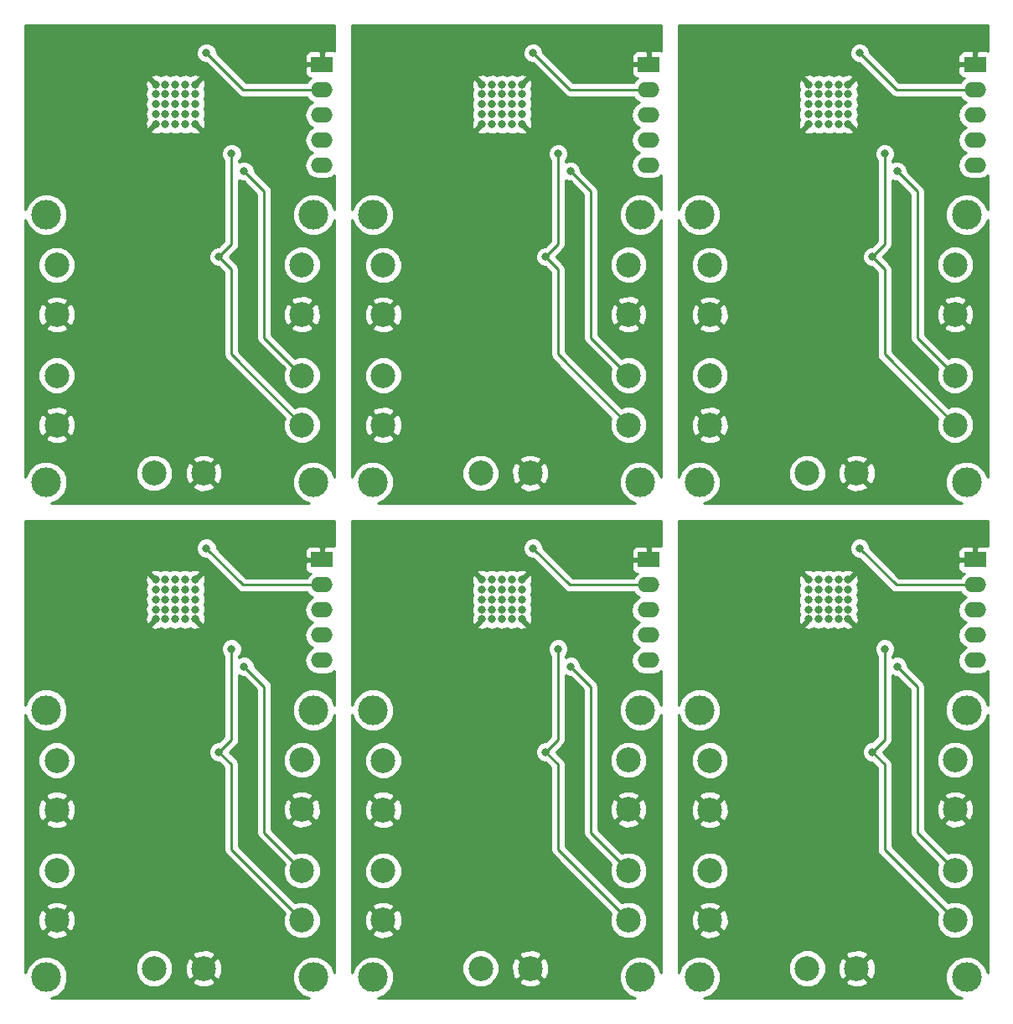
<source format=gbl>
G04 #@! TF.GenerationSoftware,KiCad,Pcbnew,no-vcs-found-91ed3e2~59~ubuntu16.04.1*
G04 #@! TF.CreationDate,2017-08-21T18:57:55+02:00*
G04 #@! TF.ProjectId,ESP32-bat-monitor-latch-pan,45535033322D6261742D6D6F6E69746F,rev?*
G04 #@! TF.SameCoordinates,Original*
G04 #@! TF.FileFunction,Copper,L2,Bot,Signal*
G04 #@! TF.FilePolarity,Positive*
%FSLAX46Y46*%
G04 Gerber Fmt 4.6, Leading zero omitted, Abs format (unit mm)*
G04 Created by KiCad (PCBNEW no-vcs-found-91ed3e2~59~ubuntu16.04.1) date Mon Aug 21 18:57:55 2017*
%MOMM*%
%LPD*%
G01*
G04 APERTURE LIST*
%ADD10C,0.800000*%
%ADD11C,2.500000*%
%ADD12O,2.199640X1.524000*%
%ADD13R,2.199640X1.524000*%
%ADD14C,0.600000*%
%ADD15C,2.999740*%
%ADD16C,0.250000*%
%ADD17C,0.254000*%
G04 APERTURE END LIST*
D10*
X71392000Y-96800000D03*
X71392000Y-97800000D03*
X71392000Y-98800000D03*
X71392000Y-99800000D03*
X71392000Y-100800000D03*
X69392000Y-96800000D03*
X69392000Y-97800000D03*
X69392000Y-98800000D03*
X69392000Y-99800000D03*
X69392000Y-100800000D03*
X70392000Y-100800000D03*
X70392000Y-99800000D03*
X70392000Y-98800000D03*
X70392000Y-97800000D03*
X70392000Y-96800000D03*
X68392000Y-96800000D03*
X68392000Y-97800000D03*
X68392000Y-98800000D03*
X68392000Y-99800000D03*
X68392000Y-100800000D03*
X67392000Y-100800000D03*
X67392000Y-99800000D03*
X67392000Y-98800000D03*
X67392000Y-97800000D03*
X67392000Y-96800000D03*
D11*
X72240000Y-186048000D03*
X67240000Y-186048000D03*
D10*
X71392000Y-146800000D03*
X71392000Y-147800000D03*
X71392000Y-148800000D03*
X71392000Y-149800000D03*
X71392000Y-150800000D03*
X69392000Y-146800000D03*
X69392000Y-147800000D03*
X69392000Y-148800000D03*
X69392000Y-149800000D03*
X69392000Y-150800000D03*
X70392000Y-150800000D03*
X70392000Y-149800000D03*
X70392000Y-148800000D03*
X70392000Y-147800000D03*
X70392000Y-146800000D03*
X68392000Y-146800000D03*
X68392000Y-147800000D03*
X68392000Y-148800000D03*
X68392000Y-149800000D03*
X68392000Y-150800000D03*
X67392000Y-150800000D03*
X67392000Y-149800000D03*
X67392000Y-148800000D03*
X67392000Y-147800000D03*
X67392000Y-146800000D03*
D12*
X84218000Y-154958000D03*
X84218000Y-152418000D03*
X84218000Y-149878000D03*
X84218000Y-147338000D03*
D13*
X84218000Y-144798000D03*
D14*
X70248000Y-174618000D03*
D11*
X82186000Y-181174000D03*
X82186000Y-176174000D03*
X82186000Y-165006000D03*
X82186000Y-170006000D03*
X57400000Y-181182000D03*
X57400000Y-176182000D03*
X57400000Y-165037000D03*
X57400000Y-170037000D03*
D14*
X73610000Y-172840000D03*
D15*
X83356000Y-159958000D03*
X83356000Y-186958000D03*
X56356000Y-186958000D03*
X56356000Y-159958000D03*
D14*
X64660000Y-168014000D03*
X67454000Y-173348000D03*
X59580000Y-161156000D03*
X61104000Y-171570000D03*
X77106000Y-172840000D03*
X79392000Y-160902000D03*
X76344000Y-184016000D03*
X57802000Y-153282000D03*
X80916000Y-153028000D03*
X57040000Y-144900000D03*
D10*
X104392000Y-96800000D03*
X104392000Y-97800000D03*
X104392000Y-98800000D03*
X104392000Y-99800000D03*
X104392000Y-100800000D03*
X102392000Y-96800000D03*
X102392000Y-97800000D03*
X102392000Y-98800000D03*
X102392000Y-99800000D03*
X102392000Y-100800000D03*
X103392000Y-100800000D03*
X103392000Y-99800000D03*
X103392000Y-98800000D03*
X103392000Y-97800000D03*
X103392000Y-96800000D03*
X101392000Y-96800000D03*
X101392000Y-97800000D03*
X101392000Y-98800000D03*
X101392000Y-99800000D03*
X101392000Y-100800000D03*
X100392000Y-100800000D03*
X100392000Y-99800000D03*
X100392000Y-98800000D03*
X100392000Y-97800000D03*
X100392000Y-96800000D03*
D12*
X117218000Y-104958000D03*
X117218000Y-102418000D03*
X117218000Y-99878000D03*
X117218000Y-97338000D03*
D13*
X117218000Y-94798000D03*
D11*
X105240000Y-136048000D03*
X100240000Y-136048000D03*
D14*
X103248000Y-124618000D03*
D11*
X115186000Y-131174000D03*
X115186000Y-126174000D03*
X115186000Y-115006000D03*
X115186000Y-120006000D03*
X90400000Y-131182000D03*
X90400000Y-126182000D03*
X90400000Y-115037000D03*
X90400000Y-120037000D03*
D14*
X106610000Y-122840000D03*
D15*
X116356000Y-109958000D03*
X116356000Y-136958000D03*
X89356000Y-136958000D03*
X89356000Y-109958000D03*
D14*
X97660000Y-118014000D03*
X100454000Y-123348000D03*
X92580000Y-111156000D03*
X94104000Y-121570000D03*
X110106000Y-122840000D03*
X112392000Y-110902000D03*
X109344000Y-134016000D03*
X90802000Y-103282000D03*
X113916000Y-103028000D03*
X90040000Y-94900000D03*
D12*
X84218000Y-104958000D03*
X84218000Y-102418000D03*
X84218000Y-99878000D03*
X84218000Y-97338000D03*
D13*
X84218000Y-94798000D03*
D11*
X72240000Y-136048000D03*
X67240000Y-136048000D03*
D14*
X70248000Y-124618000D03*
D11*
X82186000Y-131174000D03*
X82186000Y-126174000D03*
X82186000Y-115006000D03*
X82186000Y-120006000D03*
X57400000Y-131182000D03*
X57400000Y-126182000D03*
X57400000Y-115037000D03*
X57400000Y-120037000D03*
D14*
X73610000Y-122840000D03*
D15*
X83356000Y-109958000D03*
X83356000Y-136958000D03*
X56356000Y-136958000D03*
X56356000Y-109958000D03*
D14*
X64660000Y-118014000D03*
X67454000Y-123348000D03*
X59580000Y-111156000D03*
X61104000Y-121570000D03*
X77106000Y-122840000D03*
X79392000Y-110902000D03*
X76344000Y-134016000D03*
X57802000Y-103282000D03*
X80916000Y-103028000D03*
X57040000Y-94900000D03*
D10*
X38392000Y-96800000D03*
X38392000Y-97800000D03*
X38392000Y-98800000D03*
X38392000Y-99800000D03*
X38392000Y-100800000D03*
X36392000Y-96800000D03*
X36392000Y-97800000D03*
X36392000Y-98800000D03*
X36392000Y-99800000D03*
X36392000Y-100800000D03*
X37392000Y-100800000D03*
X37392000Y-99800000D03*
X37392000Y-98800000D03*
X37392000Y-97800000D03*
X37392000Y-96800000D03*
X35392000Y-96800000D03*
X35392000Y-97800000D03*
X35392000Y-98800000D03*
X35392000Y-99800000D03*
X35392000Y-100800000D03*
X34392000Y-100800000D03*
X34392000Y-99800000D03*
X34392000Y-98800000D03*
X34392000Y-97800000D03*
X34392000Y-96800000D03*
D12*
X51218000Y-104958000D03*
X51218000Y-102418000D03*
X51218000Y-99878000D03*
X51218000Y-97338000D03*
D13*
X51218000Y-94798000D03*
D11*
X39240000Y-136048000D03*
X34240000Y-136048000D03*
D14*
X37248000Y-124618000D03*
D11*
X49186000Y-131174000D03*
X49186000Y-126174000D03*
X49186000Y-115006000D03*
X49186000Y-120006000D03*
X24400000Y-131182000D03*
X24400000Y-126182000D03*
X24400000Y-115037000D03*
X24400000Y-120037000D03*
D14*
X40610000Y-122840000D03*
D15*
X50356000Y-109958000D03*
X50356000Y-136958000D03*
X23356000Y-136958000D03*
X23356000Y-109958000D03*
D14*
X31660000Y-118014000D03*
X34454000Y-123348000D03*
X26580000Y-111156000D03*
X28104000Y-121570000D03*
X44106000Y-122840000D03*
X46392000Y-110902000D03*
X43344000Y-134016000D03*
X24802000Y-103282000D03*
X47916000Y-103028000D03*
X24040000Y-94900000D03*
D10*
X38392000Y-146800000D03*
X38392000Y-147800000D03*
X38392000Y-148800000D03*
X38392000Y-149800000D03*
X38392000Y-150800000D03*
X36392000Y-146800000D03*
X36392000Y-147800000D03*
X36392000Y-148800000D03*
X36392000Y-149800000D03*
X36392000Y-150800000D03*
X37392000Y-150800000D03*
X37392000Y-149800000D03*
X37392000Y-148800000D03*
X37392000Y-147800000D03*
X37392000Y-146800000D03*
X35392000Y-146800000D03*
X35392000Y-147800000D03*
X35392000Y-148800000D03*
X35392000Y-149800000D03*
X35392000Y-150800000D03*
X34392000Y-150800000D03*
X34392000Y-149800000D03*
X34392000Y-148800000D03*
X34392000Y-147800000D03*
X34392000Y-146800000D03*
D12*
X51218000Y-154958000D03*
X51218000Y-152418000D03*
X51218000Y-149878000D03*
X51218000Y-147338000D03*
D13*
X51218000Y-144798000D03*
D11*
X39240000Y-186048000D03*
X34240000Y-186048000D03*
D14*
X37248000Y-174618000D03*
D11*
X49186000Y-181174000D03*
X49186000Y-176174000D03*
X49186000Y-165006000D03*
X49186000Y-170006000D03*
X24400000Y-181182000D03*
X24400000Y-176182000D03*
X24400000Y-165037000D03*
X24400000Y-170037000D03*
D14*
X40610000Y-172840000D03*
D15*
X50356000Y-159958000D03*
X50356000Y-186958000D03*
X23356000Y-186958000D03*
X23356000Y-159958000D03*
D14*
X31660000Y-168014000D03*
X34454000Y-173348000D03*
X26580000Y-161156000D03*
X28104000Y-171570000D03*
X44106000Y-172840000D03*
X46392000Y-160902000D03*
X43344000Y-184016000D03*
X24802000Y-153282000D03*
X47916000Y-153028000D03*
X24040000Y-144900000D03*
X90040000Y-144900000D03*
X113916000Y-153028000D03*
X90802000Y-153282000D03*
X109344000Y-184016000D03*
X112392000Y-160902000D03*
X110106000Y-172840000D03*
X94104000Y-171570000D03*
X92580000Y-161156000D03*
X100454000Y-173348000D03*
X97660000Y-168014000D03*
D15*
X89356000Y-159958000D03*
X89356000Y-186958000D03*
X116356000Y-186958000D03*
X116356000Y-159958000D03*
D14*
X106610000Y-172840000D03*
D11*
X90400000Y-170037000D03*
X90400000Y-165037000D03*
X90400000Y-176182000D03*
X90400000Y-181182000D03*
X115186000Y-170006000D03*
X115186000Y-165006000D03*
X115186000Y-176174000D03*
X115186000Y-181174000D03*
D14*
X103248000Y-174618000D03*
D11*
X100240000Y-186048000D03*
X105240000Y-186048000D03*
D13*
X117218000Y-144798000D03*
D12*
X117218000Y-147338000D03*
X117218000Y-149878000D03*
X117218000Y-152418000D03*
X117218000Y-154958000D03*
D10*
X100392000Y-146800000D03*
X100392000Y-147800000D03*
X100392000Y-148800000D03*
X100392000Y-149800000D03*
X100392000Y-150800000D03*
X101392000Y-150800000D03*
X101392000Y-149800000D03*
X101392000Y-148800000D03*
X101392000Y-147800000D03*
X101392000Y-146800000D03*
X103392000Y-146800000D03*
X103392000Y-147800000D03*
X103392000Y-148800000D03*
X103392000Y-149800000D03*
X103392000Y-150800000D03*
X102392000Y-150800000D03*
X102392000Y-149800000D03*
X102392000Y-148800000D03*
X102392000Y-147800000D03*
X102392000Y-146800000D03*
X104392000Y-150800000D03*
X104392000Y-149800000D03*
X104392000Y-148800000D03*
X104392000Y-147800000D03*
X104392000Y-146800000D03*
X76344000Y-155568000D03*
X109344000Y-105568000D03*
X76344000Y-105568000D03*
X43344000Y-105568000D03*
X43344000Y-155568000D03*
X109344000Y-155568000D03*
X73804000Y-164204000D03*
X75074000Y-153790000D03*
X106804000Y-114204000D03*
X108074000Y-103790000D03*
X73804000Y-114204000D03*
X75074000Y-103790000D03*
X40804000Y-114204000D03*
X42074000Y-103790000D03*
X40804000Y-164204000D03*
X42074000Y-153790000D03*
X108074000Y-153790000D03*
X106804000Y-164204000D03*
X72534000Y-143630000D03*
X105534000Y-93630000D03*
X72534000Y-93630000D03*
X39534000Y-93630000D03*
X39534000Y-143630000D03*
X105534000Y-143630000D03*
D16*
X76344000Y-155568000D02*
X78376000Y-157600000D01*
X78376000Y-172364000D02*
X82186000Y-176174000D01*
X78376000Y-157600000D02*
X78376000Y-172364000D01*
X109344000Y-105568000D02*
X111376000Y-107600000D01*
X111376000Y-122364000D02*
X115186000Y-126174000D01*
X111376000Y-107600000D02*
X111376000Y-122364000D01*
X76344000Y-105568000D02*
X78376000Y-107600000D01*
X78376000Y-122364000D02*
X82186000Y-126174000D01*
X78376000Y-107600000D02*
X78376000Y-122364000D01*
X43344000Y-105568000D02*
X45376000Y-107600000D01*
X45376000Y-122364000D02*
X49186000Y-126174000D01*
X45376000Y-107600000D02*
X45376000Y-122364000D01*
X43344000Y-155568000D02*
X45376000Y-157600000D01*
X45376000Y-172364000D02*
X49186000Y-176174000D01*
X45376000Y-157600000D02*
X45376000Y-172364000D01*
X111376000Y-157600000D02*
X111376000Y-172364000D01*
X111376000Y-172364000D02*
X115186000Y-176174000D01*
X109344000Y-155568000D02*
X111376000Y-157600000D01*
X75058000Y-174046000D02*
X82186000Y-181174000D01*
X75058000Y-165458000D02*
X75058000Y-174046000D01*
X73804000Y-164204000D02*
X75058000Y-165458000D01*
X75074000Y-162934000D02*
X73804000Y-164204000D01*
X75074000Y-153790000D02*
X75074000Y-162934000D01*
X108058000Y-124046000D02*
X115186000Y-131174000D01*
X108058000Y-115458000D02*
X108058000Y-124046000D01*
X106804000Y-114204000D02*
X108058000Y-115458000D01*
X108074000Y-112934000D02*
X106804000Y-114204000D01*
X108074000Y-103790000D02*
X108074000Y-112934000D01*
X75058000Y-124046000D02*
X82186000Y-131174000D01*
X75058000Y-115458000D02*
X75058000Y-124046000D01*
X73804000Y-114204000D02*
X75058000Y-115458000D01*
X75074000Y-112934000D02*
X73804000Y-114204000D01*
X75074000Y-103790000D02*
X75074000Y-112934000D01*
X42058000Y-124046000D02*
X49186000Y-131174000D01*
X42058000Y-115458000D02*
X42058000Y-124046000D01*
X40804000Y-114204000D02*
X42058000Y-115458000D01*
X42074000Y-112934000D02*
X40804000Y-114204000D01*
X42074000Y-103790000D02*
X42074000Y-112934000D01*
X42058000Y-174046000D02*
X49186000Y-181174000D01*
X42058000Y-165458000D02*
X42058000Y-174046000D01*
X40804000Y-164204000D02*
X42058000Y-165458000D01*
X42074000Y-162934000D02*
X40804000Y-164204000D01*
X42074000Y-153790000D02*
X42074000Y-162934000D01*
X108074000Y-153790000D02*
X108074000Y-162934000D01*
X108074000Y-162934000D02*
X106804000Y-164204000D01*
X106804000Y-164204000D02*
X108058000Y-165458000D01*
X108058000Y-165458000D02*
X108058000Y-174046000D01*
X108058000Y-174046000D02*
X115186000Y-181174000D01*
X76242000Y-147338000D02*
X84218000Y-147338000D01*
X72534000Y-143630000D02*
X76242000Y-147338000D01*
X109242000Y-97338000D02*
X117218000Y-97338000D01*
X105534000Y-93630000D02*
X109242000Y-97338000D01*
X76242000Y-97338000D02*
X84218000Y-97338000D01*
X72534000Y-93630000D02*
X76242000Y-97338000D01*
X43242000Y-97338000D02*
X51218000Y-97338000D01*
X39534000Y-93630000D02*
X43242000Y-97338000D01*
X43242000Y-147338000D02*
X51218000Y-147338000D01*
X39534000Y-143630000D02*
X43242000Y-147338000D01*
X105534000Y-143630000D02*
X109242000Y-147338000D01*
X109242000Y-147338000D02*
X117218000Y-147338000D01*
D17*
G36*
X118471000Y-143412130D02*
X118444130Y-143401000D01*
X117503750Y-143401000D01*
X117345000Y-143559750D01*
X117345000Y-144671000D01*
X117365000Y-144671000D01*
X117365000Y-144925000D01*
X117345000Y-144925000D01*
X117345000Y-144945000D01*
X117091000Y-144945000D01*
X117091000Y-144925000D01*
X115641930Y-144925000D01*
X115483180Y-145083750D01*
X115483180Y-145686309D01*
X115579853Y-145919698D01*
X115758481Y-146098327D01*
X115991870Y-146195000D01*
X116090596Y-146195000D01*
X115858365Y-146350172D01*
X115706135Y-146578000D01*
X109556802Y-146578000D01*
X106888493Y-143909691D01*
X115483180Y-143909691D01*
X115483180Y-144512250D01*
X115641930Y-144671000D01*
X117091000Y-144671000D01*
X117091000Y-143559750D01*
X116932250Y-143401000D01*
X115991870Y-143401000D01*
X115758481Y-143497673D01*
X115579853Y-143676302D01*
X115483180Y-143909691D01*
X106888493Y-143909691D01*
X106569035Y-143590233D01*
X106569179Y-143425029D01*
X106411942Y-143044485D01*
X106121046Y-142753081D01*
X105740777Y-142595180D01*
X105329029Y-142594821D01*
X104948485Y-142752058D01*
X104657081Y-143042954D01*
X104499180Y-143423223D01*
X104498821Y-143834971D01*
X104656058Y-144215515D01*
X104946954Y-144506919D01*
X105327223Y-144664820D01*
X105494164Y-144664966D01*
X108704599Y-147875401D01*
X108951161Y-148040148D01*
X109242000Y-148098000D01*
X115706135Y-148098000D01*
X115858365Y-148325828D01*
X116280664Y-148608000D01*
X115858365Y-148890172D01*
X115555533Y-149343391D01*
X115449193Y-149878000D01*
X115555533Y-150412609D01*
X115858365Y-150865828D01*
X116280664Y-151148000D01*
X115858365Y-151430172D01*
X115555533Y-151883391D01*
X115449193Y-152418000D01*
X115555533Y-152952609D01*
X115858365Y-153405828D01*
X116280664Y-153688000D01*
X115858365Y-153970172D01*
X115555533Y-154423391D01*
X115449193Y-154958000D01*
X115555533Y-155492609D01*
X115858365Y-155945828D01*
X116311584Y-156248660D01*
X116846193Y-156355000D01*
X117589807Y-156355000D01*
X118124416Y-156248660D01*
X118471000Y-156017079D01*
X118471000Y-159486226D01*
X118166910Y-158750273D01*
X117566886Y-158149200D01*
X116782515Y-157823501D01*
X115933211Y-157822760D01*
X115148273Y-158147090D01*
X114547200Y-158747114D01*
X114221501Y-159531485D01*
X114220760Y-160380789D01*
X114545090Y-161165727D01*
X115145114Y-161766800D01*
X115929485Y-162092499D01*
X116778789Y-162093240D01*
X117563727Y-161768910D01*
X118164800Y-161168886D01*
X118471000Y-160431474D01*
X118471000Y-186486226D01*
X118166910Y-185750273D01*
X117566886Y-185149200D01*
X116782515Y-184823501D01*
X115933211Y-184822760D01*
X115148273Y-185147090D01*
X114547200Y-185747114D01*
X114221501Y-186531485D01*
X114220760Y-187380789D01*
X114545090Y-188165727D01*
X115145114Y-188766800D01*
X115882526Y-189073000D01*
X89827774Y-189073000D01*
X90563727Y-188768910D01*
X91164800Y-188168886D01*
X91490499Y-187384515D01*
X91491240Y-186535211D01*
X91444175Y-186421305D01*
X98354674Y-186421305D01*
X98641043Y-187114372D01*
X99170839Y-187645093D01*
X99863405Y-187932672D01*
X100613305Y-187933326D01*
X101306372Y-187646957D01*
X101572472Y-187381320D01*
X104086285Y-187381320D01*
X104215533Y-187674123D01*
X104915806Y-187942388D01*
X105665435Y-187922250D01*
X106264467Y-187674123D01*
X106393715Y-187381320D01*
X105240000Y-186227605D01*
X104086285Y-187381320D01*
X101572472Y-187381320D01*
X101837093Y-187117161D01*
X102124672Y-186424595D01*
X102125283Y-185723806D01*
X103345612Y-185723806D01*
X103365750Y-186473435D01*
X103613877Y-187072467D01*
X103906680Y-187201715D01*
X105060395Y-186048000D01*
X105419605Y-186048000D01*
X106573320Y-187201715D01*
X106866123Y-187072467D01*
X107134388Y-186372194D01*
X107114250Y-185622565D01*
X106866123Y-185023533D01*
X106573320Y-184894285D01*
X105419605Y-186048000D01*
X105060395Y-186048000D01*
X103906680Y-184894285D01*
X103613877Y-185023533D01*
X103345612Y-185723806D01*
X102125283Y-185723806D01*
X102125326Y-185674695D01*
X101838957Y-184981628D01*
X101572475Y-184714680D01*
X104086285Y-184714680D01*
X105240000Y-185868395D01*
X106393715Y-184714680D01*
X106264467Y-184421877D01*
X105564194Y-184153612D01*
X104814565Y-184173750D01*
X104215533Y-184421877D01*
X104086285Y-184714680D01*
X101572475Y-184714680D01*
X101309161Y-184450907D01*
X100616595Y-184163328D01*
X99866695Y-184162674D01*
X99173628Y-184449043D01*
X98642907Y-184978839D01*
X98355328Y-185671405D01*
X98354674Y-186421305D01*
X91444175Y-186421305D01*
X91166910Y-185750273D01*
X90566886Y-185149200D01*
X89782515Y-184823501D01*
X88933211Y-184822760D01*
X88148273Y-185147090D01*
X87547200Y-185747114D01*
X87241000Y-186484526D01*
X87241000Y-182515320D01*
X89246285Y-182515320D01*
X89375533Y-182808123D01*
X90075806Y-183076388D01*
X90825435Y-183056250D01*
X91424467Y-182808123D01*
X91553715Y-182515320D01*
X90400000Y-181361605D01*
X89246285Y-182515320D01*
X87241000Y-182515320D01*
X87241000Y-180857806D01*
X88505612Y-180857806D01*
X88525750Y-181607435D01*
X88773877Y-182206467D01*
X89066680Y-182335715D01*
X90220395Y-181182000D01*
X90579605Y-181182000D01*
X91733320Y-182335715D01*
X92026123Y-182206467D01*
X92294388Y-181506194D01*
X92274250Y-180756565D01*
X92026123Y-180157533D01*
X91733320Y-180028285D01*
X90579605Y-181182000D01*
X90220395Y-181182000D01*
X89066680Y-180028285D01*
X88773877Y-180157533D01*
X88505612Y-180857806D01*
X87241000Y-180857806D01*
X87241000Y-179848680D01*
X89246285Y-179848680D01*
X90400000Y-181002395D01*
X91553715Y-179848680D01*
X91424467Y-179555877D01*
X90724194Y-179287612D01*
X89974565Y-179307750D01*
X89375533Y-179555877D01*
X89246285Y-179848680D01*
X87241000Y-179848680D01*
X87241000Y-176555305D01*
X88514674Y-176555305D01*
X88801043Y-177248372D01*
X89330839Y-177779093D01*
X90023405Y-178066672D01*
X90773305Y-178067326D01*
X91466372Y-177780957D01*
X91997093Y-177251161D01*
X92284672Y-176558595D01*
X92285326Y-175808695D01*
X91998957Y-175115628D01*
X91469161Y-174584907D01*
X90776595Y-174297328D01*
X90026695Y-174296674D01*
X89333628Y-174583043D01*
X88802907Y-175112839D01*
X88515328Y-175805405D01*
X88514674Y-176555305D01*
X87241000Y-176555305D01*
X87241000Y-171370320D01*
X89246285Y-171370320D01*
X89375533Y-171663123D01*
X90075806Y-171931388D01*
X90825435Y-171911250D01*
X91424467Y-171663123D01*
X91553715Y-171370320D01*
X90400000Y-170216605D01*
X89246285Y-171370320D01*
X87241000Y-171370320D01*
X87241000Y-169712806D01*
X88505612Y-169712806D01*
X88525750Y-170462435D01*
X88773877Y-171061467D01*
X89066680Y-171190715D01*
X90220395Y-170037000D01*
X90579605Y-170037000D01*
X91733320Y-171190715D01*
X92026123Y-171061467D01*
X92294388Y-170361194D01*
X92274250Y-169611565D01*
X92026123Y-169012533D01*
X91733320Y-168883285D01*
X90579605Y-170037000D01*
X90220395Y-170037000D01*
X89066680Y-168883285D01*
X88773877Y-169012533D01*
X88505612Y-169712806D01*
X87241000Y-169712806D01*
X87241000Y-168703680D01*
X89246285Y-168703680D01*
X90400000Y-169857395D01*
X91553715Y-168703680D01*
X91424467Y-168410877D01*
X90724194Y-168142612D01*
X89974565Y-168162750D01*
X89375533Y-168410877D01*
X89246285Y-168703680D01*
X87241000Y-168703680D01*
X87241000Y-165410305D01*
X88514674Y-165410305D01*
X88801043Y-166103372D01*
X89330839Y-166634093D01*
X90023405Y-166921672D01*
X90773305Y-166922326D01*
X91466372Y-166635957D01*
X91997093Y-166106161D01*
X92284672Y-165413595D01*
X92285326Y-164663695D01*
X92180077Y-164408971D01*
X105768821Y-164408971D01*
X105926058Y-164789515D01*
X106216954Y-165080919D01*
X106597223Y-165238820D01*
X106764164Y-165238966D01*
X107298000Y-165772802D01*
X107298000Y-174046000D01*
X107355852Y-174336839D01*
X107520599Y-174583401D01*
X113428453Y-180491255D01*
X113301328Y-180797405D01*
X113300674Y-181547305D01*
X113587043Y-182240372D01*
X114116839Y-182771093D01*
X114809405Y-183058672D01*
X115559305Y-183059326D01*
X116252372Y-182772957D01*
X116783093Y-182243161D01*
X117070672Y-181550595D01*
X117071326Y-180800695D01*
X116784957Y-180107628D01*
X116255161Y-179576907D01*
X115562595Y-179289328D01*
X114812695Y-179288674D01*
X114503311Y-179416509D01*
X108818000Y-173731198D01*
X108818000Y-165458000D01*
X108760148Y-165167161D01*
X108595401Y-164920599D01*
X107878802Y-164204000D01*
X108611401Y-163471401D01*
X108776148Y-163224840D01*
X108834000Y-162934000D01*
X108834000Y-156476911D01*
X109137223Y-156602820D01*
X109304164Y-156602966D01*
X110616000Y-157914802D01*
X110616000Y-172364000D01*
X110673852Y-172654839D01*
X110838599Y-172901401D01*
X113428453Y-175491255D01*
X113301328Y-175797405D01*
X113300674Y-176547305D01*
X113587043Y-177240372D01*
X114116839Y-177771093D01*
X114809405Y-178058672D01*
X115559305Y-178059326D01*
X116252372Y-177772957D01*
X116783093Y-177243161D01*
X117070672Y-176550595D01*
X117071326Y-175800695D01*
X116784957Y-175107628D01*
X116255161Y-174576907D01*
X115562595Y-174289328D01*
X114812695Y-174288674D01*
X114503311Y-174416509D01*
X112136000Y-172049198D01*
X112136000Y-171339320D01*
X114032285Y-171339320D01*
X114161533Y-171632123D01*
X114861806Y-171900388D01*
X115611435Y-171880250D01*
X116210467Y-171632123D01*
X116339715Y-171339320D01*
X115186000Y-170185605D01*
X114032285Y-171339320D01*
X112136000Y-171339320D01*
X112136000Y-169681806D01*
X113291612Y-169681806D01*
X113311750Y-170431435D01*
X113559877Y-171030467D01*
X113852680Y-171159715D01*
X115006395Y-170006000D01*
X115365605Y-170006000D01*
X116519320Y-171159715D01*
X116812123Y-171030467D01*
X117080388Y-170330194D01*
X117060250Y-169580565D01*
X116812123Y-168981533D01*
X116519320Y-168852285D01*
X115365605Y-170006000D01*
X115006395Y-170006000D01*
X113852680Y-168852285D01*
X113559877Y-168981533D01*
X113291612Y-169681806D01*
X112136000Y-169681806D01*
X112136000Y-168672680D01*
X114032285Y-168672680D01*
X115186000Y-169826395D01*
X116339715Y-168672680D01*
X116210467Y-168379877D01*
X115510194Y-168111612D01*
X114760565Y-168131750D01*
X114161533Y-168379877D01*
X114032285Y-168672680D01*
X112136000Y-168672680D01*
X112136000Y-165379305D01*
X113300674Y-165379305D01*
X113587043Y-166072372D01*
X114116839Y-166603093D01*
X114809405Y-166890672D01*
X115559305Y-166891326D01*
X116252372Y-166604957D01*
X116783093Y-166075161D01*
X117070672Y-165382595D01*
X117071326Y-164632695D01*
X116784957Y-163939628D01*
X116255161Y-163408907D01*
X115562595Y-163121328D01*
X114812695Y-163120674D01*
X114119628Y-163407043D01*
X113588907Y-163936839D01*
X113301328Y-164629405D01*
X113300674Y-165379305D01*
X112136000Y-165379305D01*
X112136000Y-157600000D01*
X112078148Y-157309161D01*
X111913401Y-157062599D01*
X110379035Y-155528233D01*
X110379179Y-155363029D01*
X110221942Y-154982485D01*
X109931046Y-154691081D01*
X109550777Y-154533180D01*
X109139029Y-154532821D01*
X108834000Y-154658856D01*
X108834000Y-154493761D01*
X108950919Y-154377046D01*
X109108820Y-153996777D01*
X109109179Y-153585029D01*
X108951942Y-153204485D01*
X108661046Y-152913081D01*
X108280777Y-152755180D01*
X107869029Y-152754821D01*
X107488485Y-152912058D01*
X107197081Y-153202954D01*
X107039180Y-153583223D01*
X107038821Y-153994971D01*
X107196058Y-154375515D01*
X107314000Y-154493663D01*
X107314000Y-162619198D01*
X106764233Y-163168965D01*
X106599029Y-163168821D01*
X106218485Y-163326058D01*
X105927081Y-163616954D01*
X105769180Y-163997223D01*
X105768821Y-164408971D01*
X92180077Y-164408971D01*
X91998957Y-163970628D01*
X91469161Y-163439907D01*
X90776595Y-163152328D01*
X90026695Y-163151674D01*
X89333628Y-163438043D01*
X88802907Y-163967839D01*
X88515328Y-164660405D01*
X88514674Y-165410305D01*
X87241000Y-165410305D01*
X87241000Y-160429774D01*
X87545090Y-161165727D01*
X88145114Y-161766800D01*
X88929485Y-162092499D01*
X89778789Y-162093240D01*
X90563727Y-161768910D01*
X91164800Y-161168886D01*
X91490499Y-160384515D01*
X91491240Y-159535211D01*
X91166910Y-158750273D01*
X90566886Y-158149200D01*
X89782515Y-157823501D01*
X88933211Y-157822760D01*
X88148273Y-158147090D01*
X87547200Y-158747114D01*
X87241000Y-159484526D01*
X87241000Y-146678931D01*
X99343691Y-146678931D01*
X99377158Y-147089318D01*
X99465103Y-147301635D01*
X99343691Y-147678931D01*
X99377158Y-148089318D01*
X99465103Y-148301635D01*
X99343691Y-148678931D01*
X99377158Y-149089318D01*
X99465103Y-149301635D01*
X99343691Y-149678931D01*
X99377158Y-150089318D01*
X99465103Y-150301635D01*
X99343691Y-150678931D01*
X99377158Y-151089318D01*
X99469820Y-151313023D01*
X99674650Y-151337745D01*
X100190098Y-150822297D01*
X100270931Y-150848309D01*
X100356932Y-150841296D01*
X100370005Y-151001600D01*
X99854255Y-151517350D01*
X99878977Y-151722180D01*
X100270931Y-151848309D01*
X100681318Y-151814842D01*
X100893635Y-151726897D01*
X101270931Y-151848309D01*
X101681318Y-151814842D01*
X101893635Y-151726897D01*
X102270931Y-151848309D01*
X102681318Y-151814842D01*
X102893635Y-151726897D01*
X103270931Y-151848309D01*
X103681318Y-151814842D01*
X103893635Y-151726897D01*
X104270931Y-151848309D01*
X104681318Y-151814842D01*
X104905023Y-151722180D01*
X104929745Y-151517350D01*
X104414297Y-151001902D01*
X104440309Y-150921069D01*
X104433296Y-150835068D01*
X104593600Y-150821995D01*
X105109350Y-151337745D01*
X105314180Y-151313023D01*
X105440309Y-150921069D01*
X105406842Y-150510682D01*
X105318897Y-150298365D01*
X105440309Y-149921069D01*
X105406842Y-149510682D01*
X105318897Y-149298365D01*
X105440309Y-148921069D01*
X105406842Y-148510682D01*
X105318897Y-148298365D01*
X105440309Y-147921069D01*
X105406842Y-147510682D01*
X105318897Y-147298365D01*
X105440309Y-146921069D01*
X105406842Y-146510682D01*
X105314180Y-146286977D01*
X105109350Y-146262255D01*
X104593902Y-146777703D01*
X104513069Y-146751691D01*
X104427068Y-146758704D01*
X104413995Y-146598400D01*
X104929745Y-146082650D01*
X104905023Y-145877820D01*
X104513069Y-145751691D01*
X104102682Y-145785158D01*
X103890365Y-145873103D01*
X103513069Y-145751691D01*
X103102682Y-145785158D01*
X102890365Y-145873103D01*
X102513069Y-145751691D01*
X102102682Y-145785158D01*
X101890365Y-145873103D01*
X101513069Y-145751691D01*
X101102682Y-145785158D01*
X100890365Y-145873103D01*
X100513069Y-145751691D01*
X100102682Y-145785158D01*
X99878977Y-145877820D01*
X99854255Y-146082650D01*
X100369703Y-146598098D01*
X100343691Y-146678931D01*
X100350704Y-146764932D01*
X100190400Y-146778005D01*
X99674650Y-146262255D01*
X99469820Y-146286977D01*
X99343691Y-146678931D01*
X87241000Y-146678931D01*
X87241000Y-140843000D01*
X118471000Y-140843000D01*
X118471000Y-143412130D01*
X118471000Y-143412130D01*
G37*
X118471000Y-143412130D02*
X118444130Y-143401000D01*
X117503750Y-143401000D01*
X117345000Y-143559750D01*
X117345000Y-144671000D01*
X117365000Y-144671000D01*
X117365000Y-144925000D01*
X117345000Y-144925000D01*
X117345000Y-144945000D01*
X117091000Y-144945000D01*
X117091000Y-144925000D01*
X115641930Y-144925000D01*
X115483180Y-145083750D01*
X115483180Y-145686309D01*
X115579853Y-145919698D01*
X115758481Y-146098327D01*
X115991870Y-146195000D01*
X116090596Y-146195000D01*
X115858365Y-146350172D01*
X115706135Y-146578000D01*
X109556802Y-146578000D01*
X106888493Y-143909691D01*
X115483180Y-143909691D01*
X115483180Y-144512250D01*
X115641930Y-144671000D01*
X117091000Y-144671000D01*
X117091000Y-143559750D01*
X116932250Y-143401000D01*
X115991870Y-143401000D01*
X115758481Y-143497673D01*
X115579853Y-143676302D01*
X115483180Y-143909691D01*
X106888493Y-143909691D01*
X106569035Y-143590233D01*
X106569179Y-143425029D01*
X106411942Y-143044485D01*
X106121046Y-142753081D01*
X105740777Y-142595180D01*
X105329029Y-142594821D01*
X104948485Y-142752058D01*
X104657081Y-143042954D01*
X104499180Y-143423223D01*
X104498821Y-143834971D01*
X104656058Y-144215515D01*
X104946954Y-144506919D01*
X105327223Y-144664820D01*
X105494164Y-144664966D01*
X108704599Y-147875401D01*
X108951161Y-148040148D01*
X109242000Y-148098000D01*
X115706135Y-148098000D01*
X115858365Y-148325828D01*
X116280664Y-148608000D01*
X115858365Y-148890172D01*
X115555533Y-149343391D01*
X115449193Y-149878000D01*
X115555533Y-150412609D01*
X115858365Y-150865828D01*
X116280664Y-151148000D01*
X115858365Y-151430172D01*
X115555533Y-151883391D01*
X115449193Y-152418000D01*
X115555533Y-152952609D01*
X115858365Y-153405828D01*
X116280664Y-153688000D01*
X115858365Y-153970172D01*
X115555533Y-154423391D01*
X115449193Y-154958000D01*
X115555533Y-155492609D01*
X115858365Y-155945828D01*
X116311584Y-156248660D01*
X116846193Y-156355000D01*
X117589807Y-156355000D01*
X118124416Y-156248660D01*
X118471000Y-156017079D01*
X118471000Y-159486226D01*
X118166910Y-158750273D01*
X117566886Y-158149200D01*
X116782515Y-157823501D01*
X115933211Y-157822760D01*
X115148273Y-158147090D01*
X114547200Y-158747114D01*
X114221501Y-159531485D01*
X114220760Y-160380789D01*
X114545090Y-161165727D01*
X115145114Y-161766800D01*
X115929485Y-162092499D01*
X116778789Y-162093240D01*
X117563727Y-161768910D01*
X118164800Y-161168886D01*
X118471000Y-160431474D01*
X118471000Y-186486226D01*
X118166910Y-185750273D01*
X117566886Y-185149200D01*
X116782515Y-184823501D01*
X115933211Y-184822760D01*
X115148273Y-185147090D01*
X114547200Y-185747114D01*
X114221501Y-186531485D01*
X114220760Y-187380789D01*
X114545090Y-188165727D01*
X115145114Y-188766800D01*
X115882526Y-189073000D01*
X89827774Y-189073000D01*
X90563727Y-188768910D01*
X91164800Y-188168886D01*
X91490499Y-187384515D01*
X91491240Y-186535211D01*
X91444175Y-186421305D01*
X98354674Y-186421305D01*
X98641043Y-187114372D01*
X99170839Y-187645093D01*
X99863405Y-187932672D01*
X100613305Y-187933326D01*
X101306372Y-187646957D01*
X101572472Y-187381320D01*
X104086285Y-187381320D01*
X104215533Y-187674123D01*
X104915806Y-187942388D01*
X105665435Y-187922250D01*
X106264467Y-187674123D01*
X106393715Y-187381320D01*
X105240000Y-186227605D01*
X104086285Y-187381320D01*
X101572472Y-187381320D01*
X101837093Y-187117161D01*
X102124672Y-186424595D01*
X102125283Y-185723806D01*
X103345612Y-185723806D01*
X103365750Y-186473435D01*
X103613877Y-187072467D01*
X103906680Y-187201715D01*
X105060395Y-186048000D01*
X105419605Y-186048000D01*
X106573320Y-187201715D01*
X106866123Y-187072467D01*
X107134388Y-186372194D01*
X107114250Y-185622565D01*
X106866123Y-185023533D01*
X106573320Y-184894285D01*
X105419605Y-186048000D01*
X105060395Y-186048000D01*
X103906680Y-184894285D01*
X103613877Y-185023533D01*
X103345612Y-185723806D01*
X102125283Y-185723806D01*
X102125326Y-185674695D01*
X101838957Y-184981628D01*
X101572475Y-184714680D01*
X104086285Y-184714680D01*
X105240000Y-185868395D01*
X106393715Y-184714680D01*
X106264467Y-184421877D01*
X105564194Y-184153612D01*
X104814565Y-184173750D01*
X104215533Y-184421877D01*
X104086285Y-184714680D01*
X101572475Y-184714680D01*
X101309161Y-184450907D01*
X100616595Y-184163328D01*
X99866695Y-184162674D01*
X99173628Y-184449043D01*
X98642907Y-184978839D01*
X98355328Y-185671405D01*
X98354674Y-186421305D01*
X91444175Y-186421305D01*
X91166910Y-185750273D01*
X90566886Y-185149200D01*
X89782515Y-184823501D01*
X88933211Y-184822760D01*
X88148273Y-185147090D01*
X87547200Y-185747114D01*
X87241000Y-186484526D01*
X87241000Y-182515320D01*
X89246285Y-182515320D01*
X89375533Y-182808123D01*
X90075806Y-183076388D01*
X90825435Y-183056250D01*
X91424467Y-182808123D01*
X91553715Y-182515320D01*
X90400000Y-181361605D01*
X89246285Y-182515320D01*
X87241000Y-182515320D01*
X87241000Y-180857806D01*
X88505612Y-180857806D01*
X88525750Y-181607435D01*
X88773877Y-182206467D01*
X89066680Y-182335715D01*
X90220395Y-181182000D01*
X90579605Y-181182000D01*
X91733320Y-182335715D01*
X92026123Y-182206467D01*
X92294388Y-181506194D01*
X92274250Y-180756565D01*
X92026123Y-180157533D01*
X91733320Y-180028285D01*
X90579605Y-181182000D01*
X90220395Y-181182000D01*
X89066680Y-180028285D01*
X88773877Y-180157533D01*
X88505612Y-180857806D01*
X87241000Y-180857806D01*
X87241000Y-179848680D01*
X89246285Y-179848680D01*
X90400000Y-181002395D01*
X91553715Y-179848680D01*
X91424467Y-179555877D01*
X90724194Y-179287612D01*
X89974565Y-179307750D01*
X89375533Y-179555877D01*
X89246285Y-179848680D01*
X87241000Y-179848680D01*
X87241000Y-176555305D01*
X88514674Y-176555305D01*
X88801043Y-177248372D01*
X89330839Y-177779093D01*
X90023405Y-178066672D01*
X90773305Y-178067326D01*
X91466372Y-177780957D01*
X91997093Y-177251161D01*
X92284672Y-176558595D01*
X92285326Y-175808695D01*
X91998957Y-175115628D01*
X91469161Y-174584907D01*
X90776595Y-174297328D01*
X90026695Y-174296674D01*
X89333628Y-174583043D01*
X88802907Y-175112839D01*
X88515328Y-175805405D01*
X88514674Y-176555305D01*
X87241000Y-176555305D01*
X87241000Y-171370320D01*
X89246285Y-171370320D01*
X89375533Y-171663123D01*
X90075806Y-171931388D01*
X90825435Y-171911250D01*
X91424467Y-171663123D01*
X91553715Y-171370320D01*
X90400000Y-170216605D01*
X89246285Y-171370320D01*
X87241000Y-171370320D01*
X87241000Y-169712806D01*
X88505612Y-169712806D01*
X88525750Y-170462435D01*
X88773877Y-171061467D01*
X89066680Y-171190715D01*
X90220395Y-170037000D01*
X90579605Y-170037000D01*
X91733320Y-171190715D01*
X92026123Y-171061467D01*
X92294388Y-170361194D01*
X92274250Y-169611565D01*
X92026123Y-169012533D01*
X91733320Y-168883285D01*
X90579605Y-170037000D01*
X90220395Y-170037000D01*
X89066680Y-168883285D01*
X88773877Y-169012533D01*
X88505612Y-169712806D01*
X87241000Y-169712806D01*
X87241000Y-168703680D01*
X89246285Y-168703680D01*
X90400000Y-169857395D01*
X91553715Y-168703680D01*
X91424467Y-168410877D01*
X90724194Y-168142612D01*
X89974565Y-168162750D01*
X89375533Y-168410877D01*
X89246285Y-168703680D01*
X87241000Y-168703680D01*
X87241000Y-165410305D01*
X88514674Y-165410305D01*
X88801043Y-166103372D01*
X89330839Y-166634093D01*
X90023405Y-166921672D01*
X90773305Y-166922326D01*
X91466372Y-166635957D01*
X91997093Y-166106161D01*
X92284672Y-165413595D01*
X92285326Y-164663695D01*
X92180077Y-164408971D01*
X105768821Y-164408971D01*
X105926058Y-164789515D01*
X106216954Y-165080919D01*
X106597223Y-165238820D01*
X106764164Y-165238966D01*
X107298000Y-165772802D01*
X107298000Y-174046000D01*
X107355852Y-174336839D01*
X107520599Y-174583401D01*
X113428453Y-180491255D01*
X113301328Y-180797405D01*
X113300674Y-181547305D01*
X113587043Y-182240372D01*
X114116839Y-182771093D01*
X114809405Y-183058672D01*
X115559305Y-183059326D01*
X116252372Y-182772957D01*
X116783093Y-182243161D01*
X117070672Y-181550595D01*
X117071326Y-180800695D01*
X116784957Y-180107628D01*
X116255161Y-179576907D01*
X115562595Y-179289328D01*
X114812695Y-179288674D01*
X114503311Y-179416509D01*
X108818000Y-173731198D01*
X108818000Y-165458000D01*
X108760148Y-165167161D01*
X108595401Y-164920599D01*
X107878802Y-164204000D01*
X108611401Y-163471401D01*
X108776148Y-163224840D01*
X108834000Y-162934000D01*
X108834000Y-156476911D01*
X109137223Y-156602820D01*
X109304164Y-156602966D01*
X110616000Y-157914802D01*
X110616000Y-172364000D01*
X110673852Y-172654839D01*
X110838599Y-172901401D01*
X113428453Y-175491255D01*
X113301328Y-175797405D01*
X113300674Y-176547305D01*
X113587043Y-177240372D01*
X114116839Y-177771093D01*
X114809405Y-178058672D01*
X115559305Y-178059326D01*
X116252372Y-177772957D01*
X116783093Y-177243161D01*
X117070672Y-176550595D01*
X117071326Y-175800695D01*
X116784957Y-175107628D01*
X116255161Y-174576907D01*
X115562595Y-174289328D01*
X114812695Y-174288674D01*
X114503311Y-174416509D01*
X112136000Y-172049198D01*
X112136000Y-171339320D01*
X114032285Y-171339320D01*
X114161533Y-171632123D01*
X114861806Y-171900388D01*
X115611435Y-171880250D01*
X116210467Y-171632123D01*
X116339715Y-171339320D01*
X115186000Y-170185605D01*
X114032285Y-171339320D01*
X112136000Y-171339320D01*
X112136000Y-169681806D01*
X113291612Y-169681806D01*
X113311750Y-170431435D01*
X113559877Y-171030467D01*
X113852680Y-171159715D01*
X115006395Y-170006000D01*
X115365605Y-170006000D01*
X116519320Y-171159715D01*
X116812123Y-171030467D01*
X117080388Y-170330194D01*
X117060250Y-169580565D01*
X116812123Y-168981533D01*
X116519320Y-168852285D01*
X115365605Y-170006000D01*
X115006395Y-170006000D01*
X113852680Y-168852285D01*
X113559877Y-168981533D01*
X113291612Y-169681806D01*
X112136000Y-169681806D01*
X112136000Y-168672680D01*
X114032285Y-168672680D01*
X115186000Y-169826395D01*
X116339715Y-168672680D01*
X116210467Y-168379877D01*
X115510194Y-168111612D01*
X114760565Y-168131750D01*
X114161533Y-168379877D01*
X114032285Y-168672680D01*
X112136000Y-168672680D01*
X112136000Y-165379305D01*
X113300674Y-165379305D01*
X113587043Y-166072372D01*
X114116839Y-166603093D01*
X114809405Y-166890672D01*
X115559305Y-166891326D01*
X116252372Y-166604957D01*
X116783093Y-166075161D01*
X117070672Y-165382595D01*
X117071326Y-164632695D01*
X116784957Y-163939628D01*
X116255161Y-163408907D01*
X115562595Y-163121328D01*
X114812695Y-163120674D01*
X114119628Y-163407043D01*
X113588907Y-163936839D01*
X113301328Y-164629405D01*
X113300674Y-165379305D01*
X112136000Y-165379305D01*
X112136000Y-157600000D01*
X112078148Y-157309161D01*
X111913401Y-157062599D01*
X110379035Y-155528233D01*
X110379179Y-155363029D01*
X110221942Y-154982485D01*
X109931046Y-154691081D01*
X109550777Y-154533180D01*
X109139029Y-154532821D01*
X108834000Y-154658856D01*
X108834000Y-154493761D01*
X108950919Y-154377046D01*
X109108820Y-153996777D01*
X109109179Y-153585029D01*
X108951942Y-153204485D01*
X108661046Y-152913081D01*
X108280777Y-152755180D01*
X107869029Y-152754821D01*
X107488485Y-152912058D01*
X107197081Y-153202954D01*
X107039180Y-153583223D01*
X107038821Y-153994971D01*
X107196058Y-154375515D01*
X107314000Y-154493663D01*
X107314000Y-162619198D01*
X106764233Y-163168965D01*
X106599029Y-163168821D01*
X106218485Y-163326058D01*
X105927081Y-163616954D01*
X105769180Y-163997223D01*
X105768821Y-164408971D01*
X92180077Y-164408971D01*
X91998957Y-163970628D01*
X91469161Y-163439907D01*
X90776595Y-163152328D01*
X90026695Y-163151674D01*
X89333628Y-163438043D01*
X88802907Y-163967839D01*
X88515328Y-164660405D01*
X88514674Y-165410305D01*
X87241000Y-165410305D01*
X87241000Y-160429774D01*
X87545090Y-161165727D01*
X88145114Y-161766800D01*
X88929485Y-162092499D01*
X89778789Y-162093240D01*
X90563727Y-161768910D01*
X91164800Y-161168886D01*
X91490499Y-160384515D01*
X91491240Y-159535211D01*
X91166910Y-158750273D01*
X90566886Y-158149200D01*
X89782515Y-157823501D01*
X88933211Y-157822760D01*
X88148273Y-158147090D01*
X87547200Y-158747114D01*
X87241000Y-159484526D01*
X87241000Y-146678931D01*
X99343691Y-146678931D01*
X99377158Y-147089318D01*
X99465103Y-147301635D01*
X99343691Y-147678931D01*
X99377158Y-148089318D01*
X99465103Y-148301635D01*
X99343691Y-148678931D01*
X99377158Y-149089318D01*
X99465103Y-149301635D01*
X99343691Y-149678931D01*
X99377158Y-150089318D01*
X99465103Y-150301635D01*
X99343691Y-150678931D01*
X99377158Y-151089318D01*
X99469820Y-151313023D01*
X99674650Y-151337745D01*
X100190098Y-150822297D01*
X100270931Y-150848309D01*
X100356932Y-150841296D01*
X100370005Y-151001600D01*
X99854255Y-151517350D01*
X99878977Y-151722180D01*
X100270931Y-151848309D01*
X100681318Y-151814842D01*
X100893635Y-151726897D01*
X101270931Y-151848309D01*
X101681318Y-151814842D01*
X101893635Y-151726897D01*
X102270931Y-151848309D01*
X102681318Y-151814842D01*
X102893635Y-151726897D01*
X103270931Y-151848309D01*
X103681318Y-151814842D01*
X103893635Y-151726897D01*
X104270931Y-151848309D01*
X104681318Y-151814842D01*
X104905023Y-151722180D01*
X104929745Y-151517350D01*
X104414297Y-151001902D01*
X104440309Y-150921069D01*
X104433296Y-150835068D01*
X104593600Y-150821995D01*
X105109350Y-151337745D01*
X105314180Y-151313023D01*
X105440309Y-150921069D01*
X105406842Y-150510682D01*
X105318897Y-150298365D01*
X105440309Y-149921069D01*
X105406842Y-149510682D01*
X105318897Y-149298365D01*
X105440309Y-148921069D01*
X105406842Y-148510682D01*
X105318897Y-148298365D01*
X105440309Y-147921069D01*
X105406842Y-147510682D01*
X105318897Y-147298365D01*
X105440309Y-146921069D01*
X105406842Y-146510682D01*
X105314180Y-146286977D01*
X105109350Y-146262255D01*
X104593902Y-146777703D01*
X104513069Y-146751691D01*
X104427068Y-146758704D01*
X104413995Y-146598400D01*
X104929745Y-146082650D01*
X104905023Y-145877820D01*
X104513069Y-145751691D01*
X104102682Y-145785158D01*
X103890365Y-145873103D01*
X103513069Y-145751691D01*
X103102682Y-145785158D01*
X102890365Y-145873103D01*
X102513069Y-145751691D01*
X102102682Y-145785158D01*
X101890365Y-145873103D01*
X101513069Y-145751691D01*
X101102682Y-145785158D01*
X100890365Y-145873103D01*
X100513069Y-145751691D01*
X100102682Y-145785158D01*
X99878977Y-145877820D01*
X99854255Y-146082650D01*
X100369703Y-146598098D01*
X100343691Y-146678931D01*
X100350704Y-146764932D01*
X100190400Y-146778005D01*
X99674650Y-146262255D01*
X99469820Y-146286977D01*
X99343691Y-146678931D01*
X87241000Y-146678931D01*
X87241000Y-140843000D01*
X118471000Y-140843000D01*
X118471000Y-143412130D01*
G36*
X52471000Y-143412130D02*
X52444130Y-143401000D01*
X51503750Y-143401000D01*
X51345000Y-143559750D01*
X51345000Y-144671000D01*
X51365000Y-144671000D01*
X51365000Y-144925000D01*
X51345000Y-144925000D01*
X51345000Y-144945000D01*
X51091000Y-144945000D01*
X51091000Y-144925000D01*
X49641930Y-144925000D01*
X49483180Y-145083750D01*
X49483180Y-145686309D01*
X49579853Y-145919698D01*
X49758481Y-146098327D01*
X49991870Y-146195000D01*
X50090596Y-146195000D01*
X49858365Y-146350172D01*
X49706135Y-146578000D01*
X43556802Y-146578000D01*
X40888493Y-143909691D01*
X49483180Y-143909691D01*
X49483180Y-144512250D01*
X49641930Y-144671000D01*
X51091000Y-144671000D01*
X51091000Y-143559750D01*
X50932250Y-143401000D01*
X49991870Y-143401000D01*
X49758481Y-143497673D01*
X49579853Y-143676302D01*
X49483180Y-143909691D01*
X40888493Y-143909691D01*
X40569035Y-143590233D01*
X40569179Y-143425029D01*
X40411942Y-143044485D01*
X40121046Y-142753081D01*
X39740777Y-142595180D01*
X39329029Y-142594821D01*
X38948485Y-142752058D01*
X38657081Y-143042954D01*
X38499180Y-143423223D01*
X38498821Y-143834971D01*
X38656058Y-144215515D01*
X38946954Y-144506919D01*
X39327223Y-144664820D01*
X39494164Y-144664966D01*
X42704599Y-147875401D01*
X42951161Y-148040148D01*
X43242000Y-148098000D01*
X49706135Y-148098000D01*
X49858365Y-148325828D01*
X50280664Y-148608000D01*
X49858365Y-148890172D01*
X49555533Y-149343391D01*
X49449193Y-149878000D01*
X49555533Y-150412609D01*
X49858365Y-150865828D01*
X50280664Y-151148000D01*
X49858365Y-151430172D01*
X49555533Y-151883391D01*
X49449193Y-152418000D01*
X49555533Y-152952609D01*
X49858365Y-153405828D01*
X50280664Y-153688000D01*
X49858365Y-153970172D01*
X49555533Y-154423391D01*
X49449193Y-154958000D01*
X49555533Y-155492609D01*
X49858365Y-155945828D01*
X50311584Y-156248660D01*
X50846193Y-156355000D01*
X51589807Y-156355000D01*
X52124416Y-156248660D01*
X52471000Y-156017079D01*
X52471000Y-159486226D01*
X52166910Y-158750273D01*
X51566886Y-158149200D01*
X50782515Y-157823501D01*
X49933211Y-157822760D01*
X49148273Y-158147090D01*
X48547200Y-158747114D01*
X48221501Y-159531485D01*
X48220760Y-160380789D01*
X48545090Y-161165727D01*
X49145114Y-161766800D01*
X49929485Y-162092499D01*
X50778789Y-162093240D01*
X51563727Y-161768910D01*
X52164800Y-161168886D01*
X52471000Y-160431474D01*
X52471000Y-186486226D01*
X52166910Y-185750273D01*
X51566886Y-185149200D01*
X50782515Y-184823501D01*
X49933211Y-184822760D01*
X49148273Y-185147090D01*
X48547200Y-185747114D01*
X48221501Y-186531485D01*
X48220760Y-187380789D01*
X48545090Y-188165727D01*
X49145114Y-188766800D01*
X49882526Y-189073000D01*
X23827774Y-189073000D01*
X24563727Y-188768910D01*
X25164800Y-188168886D01*
X25490499Y-187384515D01*
X25491240Y-186535211D01*
X25444175Y-186421305D01*
X32354674Y-186421305D01*
X32641043Y-187114372D01*
X33170839Y-187645093D01*
X33863405Y-187932672D01*
X34613305Y-187933326D01*
X35306372Y-187646957D01*
X35572472Y-187381320D01*
X38086285Y-187381320D01*
X38215533Y-187674123D01*
X38915806Y-187942388D01*
X39665435Y-187922250D01*
X40264467Y-187674123D01*
X40393715Y-187381320D01*
X39240000Y-186227605D01*
X38086285Y-187381320D01*
X35572472Y-187381320D01*
X35837093Y-187117161D01*
X36124672Y-186424595D01*
X36125283Y-185723806D01*
X37345612Y-185723806D01*
X37365750Y-186473435D01*
X37613877Y-187072467D01*
X37906680Y-187201715D01*
X39060395Y-186048000D01*
X39419605Y-186048000D01*
X40573320Y-187201715D01*
X40866123Y-187072467D01*
X41134388Y-186372194D01*
X41114250Y-185622565D01*
X40866123Y-185023533D01*
X40573320Y-184894285D01*
X39419605Y-186048000D01*
X39060395Y-186048000D01*
X37906680Y-184894285D01*
X37613877Y-185023533D01*
X37345612Y-185723806D01*
X36125283Y-185723806D01*
X36125326Y-185674695D01*
X35838957Y-184981628D01*
X35572475Y-184714680D01*
X38086285Y-184714680D01*
X39240000Y-185868395D01*
X40393715Y-184714680D01*
X40264467Y-184421877D01*
X39564194Y-184153612D01*
X38814565Y-184173750D01*
X38215533Y-184421877D01*
X38086285Y-184714680D01*
X35572475Y-184714680D01*
X35309161Y-184450907D01*
X34616595Y-184163328D01*
X33866695Y-184162674D01*
X33173628Y-184449043D01*
X32642907Y-184978839D01*
X32355328Y-185671405D01*
X32354674Y-186421305D01*
X25444175Y-186421305D01*
X25166910Y-185750273D01*
X24566886Y-185149200D01*
X23782515Y-184823501D01*
X22933211Y-184822760D01*
X22148273Y-185147090D01*
X21547200Y-185747114D01*
X21241000Y-186484526D01*
X21241000Y-182515320D01*
X23246285Y-182515320D01*
X23375533Y-182808123D01*
X24075806Y-183076388D01*
X24825435Y-183056250D01*
X25424467Y-182808123D01*
X25553715Y-182515320D01*
X24400000Y-181361605D01*
X23246285Y-182515320D01*
X21241000Y-182515320D01*
X21241000Y-180857806D01*
X22505612Y-180857806D01*
X22525750Y-181607435D01*
X22773877Y-182206467D01*
X23066680Y-182335715D01*
X24220395Y-181182000D01*
X24579605Y-181182000D01*
X25733320Y-182335715D01*
X26026123Y-182206467D01*
X26294388Y-181506194D01*
X26274250Y-180756565D01*
X26026123Y-180157533D01*
X25733320Y-180028285D01*
X24579605Y-181182000D01*
X24220395Y-181182000D01*
X23066680Y-180028285D01*
X22773877Y-180157533D01*
X22505612Y-180857806D01*
X21241000Y-180857806D01*
X21241000Y-179848680D01*
X23246285Y-179848680D01*
X24400000Y-181002395D01*
X25553715Y-179848680D01*
X25424467Y-179555877D01*
X24724194Y-179287612D01*
X23974565Y-179307750D01*
X23375533Y-179555877D01*
X23246285Y-179848680D01*
X21241000Y-179848680D01*
X21241000Y-176555305D01*
X22514674Y-176555305D01*
X22801043Y-177248372D01*
X23330839Y-177779093D01*
X24023405Y-178066672D01*
X24773305Y-178067326D01*
X25466372Y-177780957D01*
X25997093Y-177251161D01*
X26284672Y-176558595D01*
X26285326Y-175808695D01*
X25998957Y-175115628D01*
X25469161Y-174584907D01*
X24776595Y-174297328D01*
X24026695Y-174296674D01*
X23333628Y-174583043D01*
X22802907Y-175112839D01*
X22515328Y-175805405D01*
X22514674Y-176555305D01*
X21241000Y-176555305D01*
X21241000Y-171370320D01*
X23246285Y-171370320D01*
X23375533Y-171663123D01*
X24075806Y-171931388D01*
X24825435Y-171911250D01*
X25424467Y-171663123D01*
X25553715Y-171370320D01*
X24400000Y-170216605D01*
X23246285Y-171370320D01*
X21241000Y-171370320D01*
X21241000Y-169712806D01*
X22505612Y-169712806D01*
X22525750Y-170462435D01*
X22773877Y-171061467D01*
X23066680Y-171190715D01*
X24220395Y-170037000D01*
X24579605Y-170037000D01*
X25733320Y-171190715D01*
X26026123Y-171061467D01*
X26294388Y-170361194D01*
X26274250Y-169611565D01*
X26026123Y-169012533D01*
X25733320Y-168883285D01*
X24579605Y-170037000D01*
X24220395Y-170037000D01*
X23066680Y-168883285D01*
X22773877Y-169012533D01*
X22505612Y-169712806D01*
X21241000Y-169712806D01*
X21241000Y-168703680D01*
X23246285Y-168703680D01*
X24400000Y-169857395D01*
X25553715Y-168703680D01*
X25424467Y-168410877D01*
X24724194Y-168142612D01*
X23974565Y-168162750D01*
X23375533Y-168410877D01*
X23246285Y-168703680D01*
X21241000Y-168703680D01*
X21241000Y-165410305D01*
X22514674Y-165410305D01*
X22801043Y-166103372D01*
X23330839Y-166634093D01*
X24023405Y-166921672D01*
X24773305Y-166922326D01*
X25466372Y-166635957D01*
X25997093Y-166106161D01*
X26284672Y-165413595D01*
X26285326Y-164663695D01*
X26180077Y-164408971D01*
X39768821Y-164408971D01*
X39926058Y-164789515D01*
X40216954Y-165080919D01*
X40597223Y-165238820D01*
X40764164Y-165238966D01*
X41298000Y-165772802D01*
X41298000Y-174046000D01*
X41355852Y-174336839D01*
X41520599Y-174583401D01*
X47428453Y-180491255D01*
X47301328Y-180797405D01*
X47300674Y-181547305D01*
X47587043Y-182240372D01*
X48116839Y-182771093D01*
X48809405Y-183058672D01*
X49559305Y-183059326D01*
X50252372Y-182772957D01*
X50783093Y-182243161D01*
X51070672Y-181550595D01*
X51071326Y-180800695D01*
X50784957Y-180107628D01*
X50255161Y-179576907D01*
X49562595Y-179289328D01*
X48812695Y-179288674D01*
X48503311Y-179416509D01*
X42818000Y-173731198D01*
X42818000Y-165458000D01*
X42760148Y-165167161D01*
X42595401Y-164920599D01*
X41878802Y-164204000D01*
X42611401Y-163471401D01*
X42776148Y-163224840D01*
X42834000Y-162934000D01*
X42834000Y-156476911D01*
X43137223Y-156602820D01*
X43304164Y-156602966D01*
X44616000Y-157914802D01*
X44616000Y-172364000D01*
X44673852Y-172654839D01*
X44838599Y-172901401D01*
X47428453Y-175491255D01*
X47301328Y-175797405D01*
X47300674Y-176547305D01*
X47587043Y-177240372D01*
X48116839Y-177771093D01*
X48809405Y-178058672D01*
X49559305Y-178059326D01*
X50252372Y-177772957D01*
X50783093Y-177243161D01*
X51070672Y-176550595D01*
X51071326Y-175800695D01*
X50784957Y-175107628D01*
X50255161Y-174576907D01*
X49562595Y-174289328D01*
X48812695Y-174288674D01*
X48503311Y-174416509D01*
X46136000Y-172049198D01*
X46136000Y-171339320D01*
X48032285Y-171339320D01*
X48161533Y-171632123D01*
X48861806Y-171900388D01*
X49611435Y-171880250D01*
X50210467Y-171632123D01*
X50339715Y-171339320D01*
X49186000Y-170185605D01*
X48032285Y-171339320D01*
X46136000Y-171339320D01*
X46136000Y-169681806D01*
X47291612Y-169681806D01*
X47311750Y-170431435D01*
X47559877Y-171030467D01*
X47852680Y-171159715D01*
X49006395Y-170006000D01*
X49365605Y-170006000D01*
X50519320Y-171159715D01*
X50812123Y-171030467D01*
X51080388Y-170330194D01*
X51060250Y-169580565D01*
X50812123Y-168981533D01*
X50519320Y-168852285D01*
X49365605Y-170006000D01*
X49006395Y-170006000D01*
X47852680Y-168852285D01*
X47559877Y-168981533D01*
X47291612Y-169681806D01*
X46136000Y-169681806D01*
X46136000Y-168672680D01*
X48032285Y-168672680D01*
X49186000Y-169826395D01*
X50339715Y-168672680D01*
X50210467Y-168379877D01*
X49510194Y-168111612D01*
X48760565Y-168131750D01*
X48161533Y-168379877D01*
X48032285Y-168672680D01*
X46136000Y-168672680D01*
X46136000Y-165379305D01*
X47300674Y-165379305D01*
X47587043Y-166072372D01*
X48116839Y-166603093D01*
X48809405Y-166890672D01*
X49559305Y-166891326D01*
X50252372Y-166604957D01*
X50783093Y-166075161D01*
X51070672Y-165382595D01*
X51071326Y-164632695D01*
X50784957Y-163939628D01*
X50255161Y-163408907D01*
X49562595Y-163121328D01*
X48812695Y-163120674D01*
X48119628Y-163407043D01*
X47588907Y-163936839D01*
X47301328Y-164629405D01*
X47300674Y-165379305D01*
X46136000Y-165379305D01*
X46136000Y-157600000D01*
X46078148Y-157309161D01*
X45913401Y-157062599D01*
X44379035Y-155528233D01*
X44379179Y-155363029D01*
X44221942Y-154982485D01*
X43931046Y-154691081D01*
X43550777Y-154533180D01*
X43139029Y-154532821D01*
X42834000Y-154658856D01*
X42834000Y-154493761D01*
X42950919Y-154377046D01*
X43108820Y-153996777D01*
X43109179Y-153585029D01*
X42951942Y-153204485D01*
X42661046Y-152913081D01*
X42280777Y-152755180D01*
X41869029Y-152754821D01*
X41488485Y-152912058D01*
X41197081Y-153202954D01*
X41039180Y-153583223D01*
X41038821Y-153994971D01*
X41196058Y-154375515D01*
X41314000Y-154493663D01*
X41314000Y-162619198D01*
X40764233Y-163168965D01*
X40599029Y-163168821D01*
X40218485Y-163326058D01*
X39927081Y-163616954D01*
X39769180Y-163997223D01*
X39768821Y-164408971D01*
X26180077Y-164408971D01*
X25998957Y-163970628D01*
X25469161Y-163439907D01*
X24776595Y-163152328D01*
X24026695Y-163151674D01*
X23333628Y-163438043D01*
X22802907Y-163967839D01*
X22515328Y-164660405D01*
X22514674Y-165410305D01*
X21241000Y-165410305D01*
X21241000Y-160429774D01*
X21545090Y-161165727D01*
X22145114Y-161766800D01*
X22929485Y-162092499D01*
X23778789Y-162093240D01*
X24563727Y-161768910D01*
X25164800Y-161168886D01*
X25490499Y-160384515D01*
X25491240Y-159535211D01*
X25166910Y-158750273D01*
X24566886Y-158149200D01*
X23782515Y-157823501D01*
X22933211Y-157822760D01*
X22148273Y-158147090D01*
X21547200Y-158747114D01*
X21241000Y-159484526D01*
X21241000Y-146678931D01*
X33343691Y-146678931D01*
X33377158Y-147089318D01*
X33465103Y-147301635D01*
X33343691Y-147678931D01*
X33377158Y-148089318D01*
X33465103Y-148301635D01*
X33343691Y-148678931D01*
X33377158Y-149089318D01*
X33465103Y-149301635D01*
X33343691Y-149678931D01*
X33377158Y-150089318D01*
X33465103Y-150301635D01*
X33343691Y-150678931D01*
X33377158Y-151089318D01*
X33469820Y-151313023D01*
X33674650Y-151337745D01*
X34190098Y-150822297D01*
X34270931Y-150848309D01*
X34356932Y-150841296D01*
X34370005Y-151001600D01*
X33854255Y-151517350D01*
X33878977Y-151722180D01*
X34270931Y-151848309D01*
X34681318Y-151814842D01*
X34893635Y-151726897D01*
X35270931Y-151848309D01*
X35681318Y-151814842D01*
X35893635Y-151726897D01*
X36270931Y-151848309D01*
X36681318Y-151814842D01*
X36893635Y-151726897D01*
X37270931Y-151848309D01*
X37681318Y-151814842D01*
X37893635Y-151726897D01*
X38270931Y-151848309D01*
X38681318Y-151814842D01*
X38905023Y-151722180D01*
X38929745Y-151517350D01*
X38414297Y-151001902D01*
X38440309Y-150921069D01*
X38433296Y-150835068D01*
X38593600Y-150821995D01*
X39109350Y-151337745D01*
X39314180Y-151313023D01*
X39440309Y-150921069D01*
X39406842Y-150510682D01*
X39318897Y-150298365D01*
X39440309Y-149921069D01*
X39406842Y-149510682D01*
X39318897Y-149298365D01*
X39440309Y-148921069D01*
X39406842Y-148510682D01*
X39318897Y-148298365D01*
X39440309Y-147921069D01*
X39406842Y-147510682D01*
X39318897Y-147298365D01*
X39440309Y-146921069D01*
X39406842Y-146510682D01*
X39314180Y-146286977D01*
X39109350Y-146262255D01*
X38593902Y-146777703D01*
X38513069Y-146751691D01*
X38427068Y-146758704D01*
X38413995Y-146598400D01*
X38929745Y-146082650D01*
X38905023Y-145877820D01*
X38513069Y-145751691D01*
X38102682Y-145785158D01*
X37890365Y-145873103D01*
X37513069Y-145751691D01*
X37102682Y-145785158D01*
X36890365Y-145873103D01*
X36513069Y-145751691D01*
X36102682Y-145785158D01*
X35890365Y-145873103D01*
X35513069Y-145751691D01*
X35102682Y-145785158D01*
X34890365Y-145873103D01*
X34513069Y-145751691D01*
X34102682Y-145785158D01*
X33878977Y-145877820D01*
X33854255Y-146082650D01*
X34369703Y-146598098D01*
X34343691Y-146678931D01*
X34350704Y-146764932D01*
X34190400Y-146778005D01*
X33674650Y-146262255D01*
X33469820Y-146286977D01*
X33343691Y-146678931D01*
X21241000Y-146678931D01*
X21241000Y-140843000D01*
X52471000Y-140843000D01*
X52471000Y-143412130D01*
X52471000Y-143412130D01*
G37*
X52471000Y-143412130D02*
X52444130Y-143401000D01*
X51503750Y-143401000D01*
X51345000Y-143559750D01*
X51345000Y-144671000D01*
X51365000Y-144671000D01*
X51365000Y-144925000D01*
X51345000Y-144925000D01*
X51345000Y-144945000D01*
X51091000Y-144945000D01*
X51091000Y-144925000D01*
X49641930Y-144925000D01*
X49483180Y-145083750D01*
X49483180Y-145686309D01*
X49579853Y-145919698D01*
X49758481Y-146098327D01*
X49991870Y-146195000D01*
X50090596Y-146195000D01*
X49858365Y-146350172D01*
X49706135Y-146578000D01*
X43556802Y-146578000D01*
X40888493Y-143909691D01*
X49483180Y-143909691D01*
X49483180Y-144512250D01*
X49641930Y-144671000D01*
X51091000Y-144671000D01*
X51091000Y-143559750D01*
X50932250Y-143401000D01*
X49991870Y-143401000D01*
X49758481Y-143497673D01*
X49579853Y-143676302D01*
X49483180Y-143909691D01*
X40888493Y-143909691D01*
X40569035Y-143590233D01*
X40569179Y-143425029D01*
X40411942Y-143044485D01*
X40121046Y-142753081D01*
X39740777Y-142595180D01*
X39329029Y-142594821D01*
X38948485Y-142752058D01*
X38657081Y-143042954D01*
X38499180Y-143423223D01*
X38498821Y-143834971D01*
X38656058Y-144215515D01*
X38946954Y-144506919D01*
X39327223Y-144664820D01*
X39494164Y-144664966D01*
X42704599Y-147875401D01*
X42951161Y-148040148D01*
X43242000Y-148098000D01*
X49706135Y-148098000D01*
X49858365Y-148325828D01*
X50280664Y-148608000D01*
X49858365Y-148890172D01*
X49555533Y-149343391D01*
X49449193Y-149878000D01*
X49555533Y-150412609D01*
X49858365Y-150865828D01*
X50280664Y-151148000D01*
X49858365Y-151430172D01*
X49555533Y-151883391D01*
X49449193Y-152418000D01*
X49555533Y-152952609D01*
X49858365Y-153405828D01*
X50280664Y-153688000D01*
X49858365Y-153970172D01*
X49555533Y-154423391D01*
X49449193Y-154958000D01*
X49555533Y-155492609D01*
X49858365Y-155945828D01*
X50311584Y-156248660D01*
X50846193Y-156355000D01*
X51589807Y-156355000D01*
X52124416Y-156248660D01*
X52471000Y-156017079D01*
X52471000Y-159486226D01*
X52166910Y-158750273D01*
X51566886Y-158149200D01*
X50782515Y-157823501D01*
X49933211Y-157822760D01*
X49148273Y-158147090D01*
X48547200Y-158747114D01*
X48221501Y-159531485D01*
X48220760Y-160380789D01*
X48545090Y-161165727D01*
X49145114Y-161766800D01*
X49929485Y-162092499D01*
X50778789Y-162093240D01*
X51563727Y-161768910D01*
X52164800Y-161168886D01*
X52471000Y-160431474D01*
X52471000Y-186486226D01*
X52166910Y-185750273D01*
X51566886Y-185149200D01*
X50782515Y-184823501D01*
X49933211Y-184822760D01*
X49148273Y-185147090D01*
X48547200Y-185747114D01*
X48221501Y-186531485D01*
X48220760Y-187380789D01*
X48545090Y-188165727D01*
X49145114Y-188766800D01*
X49882526Y-189073000D01*
X23827774Y-189073000D01*
X24563727Y-188768910D01*
X25164800Y-188168886D01*
X25490499Y-187384515D01*
X25491240Y-186535211D01*
X25444175Y-186421305D01*
X32354674Y-186421305D01*
X32641043Y-187114372D01*
X33170839Y-187645093D01*
X33863405Y-187932672D01*
X34613305Y-187933326D01*
X35306372Y-187646957D01*
X35572472Y-187381320D01*
X38086285Y-187381320D01*
X38215533Y-187674123D01*
X38915806Y-187942388D01*
X39665435Y-187922250D01*
X40264467Y-187674123D01*
X40393715Y-187381320D01*
X39240000Y-186227605D01*
X38086285Y-187381320D01*
X35572472Y-187381320D01*
X35837093Y-187117161D01*
X36124672Y-186424595D01*
X36125283Y-185723806D01*
X37345612Y-185723806D01*
X37365750Y-186473435D01*
X37613877Y-187072467D01*
X37906680Y-187201715D01*
X39060395Y-186048000D01*
X39419605Y-186048000D01*
X40573320Y-187201715D01*
X40866123Y-187072467D01*
X41134388Y-186372194D01*
X41114250Y-185622565D01*
X40866123Y-185023533D01*
X40573320Y-184894285D01*
X39419605Y-186048000D01*
X39060395Y-186048000D01*
X37906680Y-184894285D01*
X37613877Y-185023533D01*
X37345612Y-185723806D01*
X36125283Y-185723806D01*
X36125326Y-185674695D01*
X35838957Y-184981628D01*
X35572475Y-184714680D01*
X38086285Y-184714680D01*
X39240000Y-185868395D01*
X40393715Y-184714680D01*
X40264467Y-184421877D01*
X39564194Y-184153612D01*
X38814565Y-184173750D01*
X38215533Y-184421877D01*
X38086285Y-184714680D01*
X35572475Y-184714680D01*
X35309161Y-184450907D01*
X34616595Y-184163328D01*
X33866695Y-184162674D01*
X33173628Y-184449043D01*
X32642907Y-184978839D01*
X32355328Y-185671405D01*
X32354674Y-186421305D01*
X25444175Y-186421305D01*
X25166910Y-185750273D01*
X24566886Y-185149200D01*
X23782515Y-184823501D01*
X22933211Y-184822760D01*
X22148273Y-185147090D01*
X21547200Y-185747114D01*
X21241000Y-186484526D01*
X21241000Y-182515320D01*
X23246285Y-182515320D01*
X23375533Y-182808123D01*
X24075806Y-183076388D01*
X24825435Y-183056250D01*
X25424467Y-182808123D01*
X25553715Y-182515320D01*
X24400000Y-181361605D01*
X23246285Y-182515320D01*
X21241000Y-182515320D01*
X21241000Y-180857806D01*
X22505612Y-180857806D01*
X22525750Y-181607435D01*
X22773877Y-182206467D01*
X23066680Y-182335715D01*
X24220395Y-181182000D01*
X24579605Y-181182000D01*
X25733320Y-182335715D01*
X26026123Y-182206467D01*
X26294388Y-181506194D01*
X26274250Y-180756565D01*
X26026123Y-180157533D01*
X25733320Y-180028285D01*
X24579605Y-181182000D01*
X24220395Y-181182000D01*
X23066680Y-180028285D01*
X22773877Y-180157533D01*
X22505612Y-180857806D01*
X21241000Y-180857806D01*
X21241000Y-179848680D01*
X23246285Y-179848680D01*
X24400000Y-181002395D01*
X25553715Y-179848680D01*
X25424467Y-179555877D01*
X24724194Y-179287612D01*
X23974565Y-179307750D01*
X23375533Y-179555877D01*
X23246285Y-179848680D01*
X21241000Y-179848680D01*
X21241000Y-176555305D01*
X22514674Y-176555305D01*
X22801043Y-177248372D01*
X23330839Y-177779093D01*
X24023405Y-178066672D01*
X24773305Y-178067326D01*
X25466372Y-177780957D01*
X25997093Y-177251161D01*
X26284672Y-176558595D01*
X26285326Y-175808695D01*
X25998957Y-175115628D01*
X25469161Y-174584907D01*
X24776595Y-174297328D01*
X24026695Y-174296674D01*
X23333628Y-174583043D01*
X22802907Y-175112839D01*
X22515328Y-175805405D01*
X22514674Y-176555305D01*
X21241000Y-176555305D01*
X21241000Y-171370320D01*
X23246285Y-171370320D01*
X23375533Y-171663123D01*
X24075806Y-171931388D01*
X24825435Y-171911250D01*
X25424467Y-171663123D01*
X25553715Y-171370320D01*
X24400000Y-170216605D01*
X23246285Y-171370320D01*
X21241000Y-171370320D01*
X21241000Y-169712806D01*
X22505612Y-169712806D01*
X22525750Y-170462435D01*
X22773877Y-171061467D01*
X23066680Y-171190715D01*
X24220395Y-170037000D01*
X24579605Y-170037000D01*
X25733320Y-171190715D01*
X26026123Y-171061467D01*
X26294388Y-170361194D01*
X26274250Y-169611565D01*
X26026123Y-169012533D01*
X25733320Y-168883285D01*
X24579605Y-170037000D01*
X24220395Y-170037000D01*
X23066680Y-168883285D01*
X22773877Y-169012533D01*
X22505612Y-169712806D01*
X21241000Y-169712806D01*
X21241000Y-168703680D01*
X23246285Y-168703680D01*
X24400000Y-169857395D01*
X25553715Y-168703680D01*
X25424467Y-168410877D01*
X24724194Y-168142612D01*
X23974565Y-168162750D01*
X23375533Y-168410877D01*
X23246285Y-168703680D01*
X21241000Y-168703680D01*
X21241000Y-165410305D01*
X22514674Y-165410305D01*
X22801043Y-166103372D01*
X23330839Y-166634093D01*
X24023405Y-166921672D01*
X24773305Y-166922326D01*
X25466372Y-166635957D01*
X25997093Y-166106161D01*
X26284672Y-165413595D01*
X26285326Y-164663695D01*
X26180077Y-164408971D01*
X39768821Y-164408971D01*
X39926058Y-164789515D01*
X40216954Y-165080919D01*
X40597223Y-165238820D01*
X40764164Y-165238966D01*
X41298000Y-165772802D01*
X41298000Y-174046000D01*
X41355852Y-174336839D01*
X41520599Y-174583401D01*
X47428453Y-180491255D01*
X47301328Y-180797405D01*
X47300674Y-181547305D01*
X47587043Y-182240372D01*
X48116839Y-182771093D01*
X48809405Y-183058672D01*
X49559305Y-183059326D01*
X50252372Y-182772957D01*
X50783093Y-182243161D01*
X51070672Y-181550595D01*
X51071326Y-180800695D01*
X50784957Y-180107628D01*
X50255161Y-179576907D01*
X49562595Y-179289328D01*
X48812695Y-179288674D01*
X48503311Y-179416509D01*
X42818000Y-173731198D01*
X42818000Y-165458000D01*
X42760148Y-165167161D01*
X42595401Y-164920599D01*
X41878802Y-164204000D01*
X42611401Y-163471401D01*
X42776148Y-163224840D01*
X42834000Y-162934000D01*
X42834000Y-156476911D01*
X43137223Y-156602820D01*
X43304164Y-156602966D01*
X44616000Y-157914802D01*
X44616000Y-172364000D01*
X44673852Y-172654839D01*
X44838599Y-172901401D01*
X47428453Y-175491255D01*
X47301328Y-175797405D01*
X47300674Y-176547305D01*
X47587043Y-177240372D01*
X48116839Y-177771093D01*
X48809405Y-178058672D01*
X49559305Y-178059326D01*
X50252372Y-177772957D01*
X50783093Y-177243161D01*
X51070672Y-176550595D01*
X51071326Y-175800695D01*
X50784957Y-175107628D01*
X50255161Y-174576907D01*
X49562595Y-174289328D01*
X48812695Y-174288674D01*
X48503311Y-174416509D01*
X46136000Y-172049198D01*
X46136000Y-171339320D01*
X48032285Y-171339320D01*
X48161533Y-171632123D01*
X48861806Y-171900388D01*
X49611435Y-171880250D01*
X50210467Y-171632123D01*
X50339715Y-171339320D01*
X49186000Y-170185605D01*
X48032285Y-171339320D01*
X46136000Y-171339320D01*
X46136000Y-169681806D01*
X47291612Y-169681806D01*
X47311750Y-170431435D01*
X47559877Y-171030467D01*
X47852680Y-171159715D01*
X49006395Y-170006000D01*
X49365605Y-170006000D01*
X50519320Y-171159715D01*
X50812123Y-171030467D01*
X51080388Y-170330194D01*
X51060250Y-169580565D01*
X50812123Y-168981533D01*
X50519320Y-168852285D01*
X49365605Y-170006000D01*
X49006395Y-170006000D01*
X47852680Y-168852285D01*
X47559877Y-168981533D01*
X47291612Y-169681806D01*
X46136000Y-169681806D01*
X46136000Y-168672680D01*
X48032285Y-168672680D01*
X49186000Y-169826395D01*
X50339715Y-168672680D01*
X50210467Y-168379877D01*
X49510194Y-168111612D01*
X48760565Y-168131750D01*
X48161533Y-168379877D01*
X48032285Y-168672680D01*
X46136000Y-168672680D01*
X46136000Y-165379305D01*
X47300674Y-165379305D01*
X47587043Y-166072372D01*
X48116839Y-166603093D01*
X48809405Y-166890672D01*
X49559305Y-166891326D01*
X50252372Y-166604957D01*
X50783093Y-166075161D01*
X51070672Y-165382595D01*
X51071326Y-164632695D01*
X50784957Y-163939628D01*
X50255161Y-163408907D01*
X49562595Y-163121328D01*
X48812695Y-163120674D01*
X48119628Y-163407043D01*
X47588907Y-163936839D01*
X47301328Y-164629405D01*
X47300674Y-165379305D01*
X46136000Y-165379305D01*
X46136000Y-157600000D01*
X46078148Y-157309161D01*
X45913401Y-157062599D01*
X44379035Y-155528233D01*
X44379179Y-155363029D01*
X44221942Y-154982485D01*
X43931046Y-154691081D01*
X43550777Y-154533180D01*
X43139029Y-154532821D01*
X42834000Y-154658856D01*
X42834000Y-154493761D01*
X42950919Y-154377046D01*
X43108820Y-153996777D01*
X43109179Y-153585029D01*
X42951942Y-153204485D01*
X42661046Y-152913081D01*
X42280777Y-152755180D01*
X41869029Y-152754821D01*
X41488485Y-152912058D01*
X41197081Y-153202954D01*
X41039180Y-153583223D01*
X41038821Y-153994971D01*
X41196058Y-154375515D01*
X41314000Y-154493663D01*
X41314000Y-162619198D01*
X40764233Y-163168965D01*
X40599029Y-163168821D01*
X40218485Y-163326058D01*
X39927081Y-163616954D01*
X39769180Y-163997223D01*
X39768821Y-164408971D01*
X26180077Y-164408971D01*
X25998957Y-163970628D01*
X25469161Y-163439907D01*
X24776595Y-163152328D01*
X24026695Y-163151674D01*
X23333628Y-163438043D01*
X22802907Y-163967839D01*
X22515328Y-164660405D01*
X22514674Y-165410305D01*
X21241000Y-165410305D01*
X21241000Y-160429774D01*
X21545090Y-161165727D01*
X22145114Y-161766800D01*
X22929485Y-162092499D01*
X23778789Y-162093240D01*
X24563727Y-161768910D01*
X25164800Y-161168886D01*
X25490499Y-160384515D01*
X25491240Y-159535211D01*
X25166910Y-158750273D01*
X24566886Y-158149200D01*
X23782515Y-157823501D01*
X22933211Y-157822760D01*
X22148273Y-158147090D01*
X21547200Y-158747114D01*
X21241000Y-159484526D01*
X21241000Y-146678931D01*
X33343691Y-146678931D01*
X33377158Y-147089318D01*
X33465103Y-147301635D01*
X33343691Y-147678931D01*
X33377158Y-148089318D01*
X33465103Y-148301635D01*
X33343691Y-148678931D01*
X33377158Y-149089318D01*
X33465103Y-149301635D01*
X33343691Y-149678931D01*
X33377158Y-150089318D01*
X33465103Y-150301635D01*
X33343691Y-150678931D01*
X33377158Y-151089318D01*
X33469820Y-151313023D01*
X33674650Y-151337745D01*
X34190098Y-150822297D01*
X34270931Y-150848309D01*
X34356932Y-150841296D01*
X34370005Y-151001600D01*
X33854255Y-151517350D01*
X33878977Y-151722180D01*
X34270931Y-151848309D01*
X34681318Y-151814842D01*
X34893635Y-151726897D01*
X35270931Y-151848309D01*
X35681318Y-151814842D01*
X35893635Y-151726897D01*
X36270931Y-151848309D01*
X36681318Y-151814842D01*
X36893635Y-151726897D01*
X37270931Y-151848309D01*
X37681318Y-151814842D01*
X37893635Y-151726897D01*
X38270931Y-151848309D01*
X38681318Y-151814842D01*
X38905023Y-151722180D01*
X38929745Y-151517350D01*
X38414297Y-151001902D01*
X38440309Y-150921069D01*
X38433296Y-150835068D01*
X38593600Y-150821995D01*
X39109350Y-151337745D01*
X39314180Y-151313023D01*
X39440309Y-150921069D01*
X39406842Y-150510682D01*
X39318897Y-150298365D01*
X39440309Y-149921069D01*
X39406842Y-149510682D01*
X39318897Y-149298365D01*
X39440309Y-148921069D01*
X39406842Y-148510682D01*
X39318897Y-148298365D01*
X39440309Y-147921069D01*
X39406842Y-147510682D01*
X39318897Y-147298365D01*
X39440309Y-146921069D01*
X39406842Y-146510682D01*
X39314180Y-146286977D01*
X39109350Y-146262255D01*
X38593902Y-146777703D01*
X38513069Y-146751691D01*
X38427068Y-146758704D01*
X38413995Y-146598400D01*
X38929745Y-146082650D01*
X38905023Y-145877820D01*
X38513069Y-145751691D01*
X38102682Y-145785158D01*
X37890365Y-145873103D01*
X37513069Y-145751691D01*
X37102682Y-145785158D01*
X36890365Y-145873103D01*
X36513069Y-145751691D01*
X36102682Y-145785158D01*
X35890365Y-145873103D01*
X35513069Y-145751691D01*
X35102682Y-145785158D01*
X34890365Y-145873103D01*
X34513069Y-145751691D01*
X34102682Y-145785158D01*
X33878977Y-145877820D01*
X33854255Y-146082650D01*
X34369703Y-146598098D01*
X34343691Y-146678931D01*
X34350704Y-146764932D01*
X34190400Y-146778005D01*
X33674650Y-146262255D01*
X33469820Y-146286977D01*
X33343691Y-146678931D01*
X21241000Y-146678931D01*
X21241000Y-140843000D01*
X52471000Y-140843000D01*
X52471000Y-143412130D01*
G36*
X52471000Y-93412130D02*
X52444130Y-93401000D01*
X51503750Y-93401000D01*
X51345000Y-93559750D01*
X51345000Y-94671000D01*
X51365000Y-94671000D01*
X51365000Y-94925000D01*
X51345000Y-94925000D01*
X51345000Y-94945000D01*
X51091000Y-94945000D01*
X51091000Y-94925000D01*
X49641930Y-94925000D01*
X49483180Y-95083750D01*
X49483180Y-95686309D01*
X49579853Y-95919698D01*
X49758481Y-96098327D01*
X49991870Y-96195000D01*
X50090596Y-96195000D01*
X49858365Y-96350172D01*
X49706135Y-96578000D01*
X43556802Y-96578000D01*
X40888493Y-93909691D01*
X49483180Y-93909691D01*
X49483180Y-94512250D01*
X49641930Y-94671000D01*
X51091000Y-94671000D01*
X51091000Y-93559750D01*
X50932250Y-93401000D01*
X49991870Y-93401000D01*
X49758481Y-93497673D01*
X49579853Y-93676302D01*
X49483180Y-93909691D01*
X40888493Y-93909691D01*
X40569035Y-93590233D01*
X40569179Y-93425029D01*
X40411942Y-93044485D01*
X40121046Y-92753081D01*
X39740777Y-92595180D01*
X39329029Y-92594821D01*
X38948485Y-92752058D01*
X38657081Y-93042954D01*
X38499180Y-93423223D01*
X38498821Y-93834971D01*
X38656058Y-94215515D01*
X38946954Y-94506919D01*
X39327223Y-94664820D01*
X39494164Y-94664966D01*
X42704599Y-97875401D01*
X42951161Y-98040148D01*
X43242000Y-98098000D01*
X49706135Y-98098000D01*
X49858365Y-98325828D01*
X50280664Y-98608000D01*
X49858365Y-98890172D01*
X49555533Y-99343391D01*
X49449193Y-99878000D01*
X49555533Y-100412609D01*
X49858365Y-100865828D01*
X50280664Y-101148000D01*
X49858365Y-101430172D01*
X49555533Y-101883391D01*
X49449193Y-102418000D01*
X49555533Y-102952609D01*
X49858365Y-103405828D01*
X50280664Y-103688000D01*
X49858365Y-103970172D01*
X49555533Y-104423391D01*
X49449193Y-104958000D01*
X49555533Y-105492609D01*
X49858365Y-105945828D01*
X50311584Y-106248660D01*
X50846193Y-106355000D01*
X51589807Y-106355000D01*
X52124416Y-106248660D01*
X52471000Y-106017079D01*
X52471000Y-109486226D01*
X52166910Y-108750273D01*
X51566886Y-108149200D01*
X50782515Y-107823501D01*
X49933211Y-107822760D01*
X49148273Y-108147090D01*
X48547200Y-108747114D01*
X48221501Y-109531485D01*
X48220760Y-110380789D01*
X48545090Y-111165727D01*
X49145114Y-111766800D01*
X49929485Y-112092499D01*
X50778789Y-112093240D01*
X51563727Y-111768910D01*
X52164800Y-111168886D01*
X52471000Y-110431474D01*
X52471000Y-136486226D01*
X52166910Y-135750273D01*
X51566886Y-135149200D01*
X50782515Y-134823501D01*
X49933211Y-134822760D01*
X49148273Y-135147090D01*
X48547200Y-135747114D01*
X48221501Y-136531485D01*
X48220760Y-137380789D01*
X48545090Y-138165727D01*
X49145114Y-138766800D01*
X49882526Y-139073000D01*
X23827774Y-139073000D01*
X24563727Y-138768910D01*
X25164800Y-138168886D01*
X25490499Y-137384515D01*
X25491240Y-136535211D01*
X25444175Y-136421305D01*
X32354674Y-136421305D01*
X32641043Y-137114372D01*
X33170839Y-137645093D01*
X33863405Y-137932672D01*
X34613305Y-137933326D01*
X35306372Y-137646957D01*
X35572472Y-137381320D01*
X38086285Y-137381320D01*
X38215533Y-137674123D01*
X38915806Y-137942388D01*
X39665435Y-137922250D01*
X40264467Y-137674123D01*
X40393715Y-137381320D01*
X39240000Y-136227605D01*
X38086285Y-137381320D01*
X35572472Y-137381320D01*
X35837093Y-137117161D01*
X36124672Y-136424595D01*
X36125283Y-135723806D01*
X37345612Y-135723806D01*
X37365750Y-136473435D01*
X37613877Y-137072467D01*
X37906680Y-137201715D01*
X39060395Y-136048000D01*
X39419605Y-136048000D01*
X40573320Y-137201715D01*
X40866123Y-137072467D01*
X41134388Y-136372194D01*
X41114250Y-135622565D01*
X40866123Y-135023533D01*
X40573320Y-134894285D01*
X39419605Y-136048000D01*
X39060395Y-136048000D01*
X37906680Y-134894285D01*
X37613877Y-135023533D01*
X37345612Y-135723806D01*
X36125283Y-135723806D01*
X36125326Y-135674695D01*
X35838957Y-134981628D01*
X35572475Y-134714680D01*
X38086285Y-134714680D01*
X39240000Y-135868395D01*
X40393715Y-134714680D01*
X40264467Y-134421877D01*
X39564194Y-134153612D01*
X38814565Y-134173750D01*
X38215533Y-134421877D01*
X38086285Y-134714680D01*
X35572475Y-134714680D01*
X35309161Y-134450907D01*
X34616595Y-134163328D01*
X33866695Y-134162674D01*
X33173628Y-134449043D01*
X32642907Y-134978839D01*
X32355328Y-135671405D01*
X32354674Y-136421305D01*
X25444175Y-136421305D01*
X25166910Y-135750273D01*
X24566886Y-135149200D01*
X23782515Y-134823501D01*
X22933211Y-134822760D01*
X22148273Y-135147090D01*
X21547200Y-135747114D01*
X21241000Y-136484526D01*
X21241000Y-132515320D01*
X23246285Y-132515320D01*
X23375533Y-132808123D01*
X24075806Y-133076388D01*
X24825435Y-133056250D01*
X25424467Y-132808123D01*
X25553715Y-132515320D01*
X24400000Y-131361605D01*
X23246285Y-132515320D01*
X21241000Y-132515320D01*
X21241000Y-130857806D01*
X22505612Y-130857806D01*
X22525750Y-131607435D01*
X22773877Y-132206467D01*
X23066680Y-132335715D01*
X24220395Y-131182000D01*
X24579605Y-131182000D01*
X25733320Y-132335715D01*
X26026123Y-132206467D01*
X26294388Y-131506194D01*
X26274250Y-130756565D01*
X26026123Y-130157533D01*
X25733320Y-130028285D01*
X24579605Y-131182000D01*
X24220395Y-131182000D01*
X23066680Y-130028285D01*
X22773877Y-130157533D01*
X22505612Y-130857806D01*
X21241000Y-130857806D01*
X21241000Y-129848680D01*
X23246285Y-129848680D01*
X24400000Y-131002395D01*
X25553715Y-129848680D01*
X25424467Y-129555877D01*
X24724194Y-129287612D01*
X23974565Y-129307750D01*
X23375533Y-129555877D01*
X23246285Y-129848680D01*
X21241000Y-129848680D01*
X21241000Y-126555305D01*
X22514674Y-126555305D01*
X22801043Y-127248372D01*
X23330839Y-127779093D01*
X24023405Y-128066672D01*
X24773305Y-128067326D01*
X25466372Y-127780957D01*
X25997093Y-127251161D01*
X26284672Y-126558595D01*
X26285326Y-125808695D01*
X25998957Y-125115628D01*
X25469161Y-124584907D01*
X24776595Y-124297328D01*
X24026695Y-124296674D01*
X23333628Y-124583043D01*
X22802907Y-125112839D01*
X22515328Y-125805405D01*
X22514674Y-126555305D01*
X21241000Y-126555305D01*
X21241000Y-121370320D01*
X23246285Y-121370320D01*
X23375533Y-121663123D01*
X24075806Y-121931388D01*
X24825435Y-121911250D01*
X25424467Y-121663123D01*
X25553715Y-121370320D01*
X24400000Y-120216605D01*
X23246285Y-121370320D01*
X21241000Y-121370320D01*
X21241000Y-119712806D01*
X22505612Y-119712806D01*
X22525750Y-120462435D01*
X22773877Y-121061467D01*
X23066680Y-121190715D01*
X24220395Y-120037000D01*
X24579605Y-120037000D01*
X25733320Y-121190715D01*
X26026123Y-121061467D01*
X26294388Y-120361194D01*
X26274250Y-119611565D01*
X26026123Y-119012533D01*
X25733320Y-118883285D01*
X24579605Y-120037000D01*
X24220395Y-120037000D01*
X23066680Y-118883285D01*
X22773877Y-119012533D01*
X22505612Y-119712806D01*
X21241000Y-119712806D01*
X21241000Y-118703680D01*
X23246285Y-118703680D01*
X24400000Y-119857395D01*
X25553715Y-118703680D01*
X25424467Y-118410877D01*
X24724194Y-118142612D01*
X23974565Y-118162750D01*
X23375533Y-118410877D01*
X23246285Y-118703680D01*
X21241000Y-118703680D01*
X21241000Y-115410305D01*
X22514674Y-115410305D01*
X22801043Y-116103372D01*
X23330839Y-116634093D01*
X24023405Y-116921672D01*
X24773305Y-116922326D01*
X25466372Y-116635957D01*
X25997093Y-116106161D01*
X26284672Y-115413595D01*
X26285326Y-114663695D01*
X26180077Y-114408971D01*
X39768821Y-114408971D01*
X39926058Y-114789515D01*
X40216954Y-115080919D01*
X40597223Y-115238820D01*
X40764164Y-115238966D01*
X41298000Y-115772802D01*
X41298000Y-124046000D01*
X41355852Y-124336839D01*
X41520599Y-124583401D01*
X47428453Y-130491255D01*
X47301328Y-130797405D01*
X47300674Y-131547305D01*
X47587043Y-132240372D01*
X48116839Y-132771093D01*
X48809405Y-133058672D01*
X49559305Y-133059326D01*
X50252372Y-132772957D01*
X50783093Y-132243161D01*
X51070672Y-131550595D01*
X51071326Y-130800695D01*
X50784957Y-130107628D01*
X50255161Y-129576907D01*
X49562595Y-129289328D01*
X48812695Y-129288674D01*
X48503311Y-129416509D01*
X42818000Y-123731198D01*
X42818000Y-115458000D01*
X42760148Y-115167161D01*
X42595401Y-114920599D01*
X41878802Y-114204000D01*
X42611401Y-113471401D01*
X42776148Y-113224840D01*
X42834000Y-112934000D01*
X42834000Y-106476911D01*
X43137223Y-106602820D01*
X43304164Y-106602966D01*
X44616000Y-107914802D01*
X44616000Y-122364000D01*
X44673852Y-122654839D01*
X44838599Y-122901401D01*
X47428453Y-125491255D01*
X47301328Y-125797405D01*
X47300674Y-126547305D01*
X47587043Y-127240372D01*
X48116839Y-127771093D01*
X48809405Y-128058672D01*
X49559305Y-128059326D01*
X50252372Y-127772957D01*
X50783093Y-127243161D01*
X51070672Y-126550595D01*
X51071326Y-125800695D01*
X50784957Y-125107628D01*
X50255161Y-124576907D01*
X49562595Y-124289328D01*
X48812695Y-124288674D01*
X48503311Y-124416509D01*
X46136000Y-122049198D01*
X46136000Y-121339320D01*
X48032285Y-121339320D01*
X48161533Y-121632123D01*
X48861806Y-121900388D01*
X49611435Y-121880250D01*
X50210467Y-121632123D01*
X50339715Y-121339320D01*
X49186000Y-120185605D01*
X48032285Y-121339320D01*
X46136000Y-121339320D01*
X46136000Y-119681806D01*
X47291612Y-119681806D01*
X47311750Y-120431435D01*
X47559877Y-121030467D01*
X47852680Y-121159715D01*
X49006395Y-120006000D01*
X49365605Y-120006000D01*
X50519320Y-121159715D01*
X50812123Y-121030467D01*
X51080388Y-120330194D01*
X51060250Y-119580565D01*
X50812123Y-118981533D01*
X50519320Y-118852285D01*
X49365605Y-120006000D01*
X49006395Y-120006000D01*
X47852680Y-118852285D01*
X47559877Y-118981533D01*
X47291612Y-119681806D01*
X46136000Y-119681806D01*
X46136000Y-118672680D01*
X48032285Y-118672680D01*
X49186000Y-119826395D01*
X50339715Y-118672680D01*
X50210467Y-118379877D01*
X49510194Y-118111612D01*
X48760565Y-118131750D01*
X48161533Y-118379877D01*
X48032285Y-118672680D01*
X46136000Y-118672680D01*
X46136000Y-115379305D01*
X47300674Y-115379305D01*
X47587043Y-116072372D01*
X48116839Y-116603093D01*
X48809405Y-116890672D01*
X49559305Y-116891326D01*
X50252372Y-116604957D01*
X50783093Y-116075161D01*
X51070672Y-115382595D01*
X51071326Y-114632695D01*
X50784957Y-113939628D01*
X50255161Y-113408907D01*
X49562595Y-113121328D01*
X48812695Y-113120674D01*
X48119628Y-113407043D01*
X47588907Y-113936839D01*
X47301328Y-114629405D01*
X47300674Y-115379305D01*
X46136000Y-115379305D01*
X46136000Y-107600000D01*
X46078148Y-107309161D01*
X45913401Y-107062599D01*
X44379035Y-105528233D01*
X44379179Y-105363029D01*
X44221942Y-104982485D01*
X43931046Y-104691081D01*
X43550777Y-104533180D01*
X43139029Y-104532821D01*
X42834000Y-104658856D01*
X42834000Y-104493761D01*
X42950919Y-104377046D01*
X43108820Y-103996777D01*
X43109179Y-103585029D01*
X42951942Y-103204485D01*
X42661046Y-102913081D01*
X42280777Y-102755180D01*
X41869029Y-102754821D01*
X41488485Y-102912058D01*
X41197081Y-103202954D01*
X41039180Y-103583223D01*
X41038821Y-103994971D01*
X41196058Y-104375515D01*
X41314000Y-104493663D01*
X41314000Y-112619198D01*
X40764233Y-113168965D01*
X40599029Y-113168821D01*
X40218485Y-113326058D01*
X39927081Y-113616954D01*
X39769180Y-113997223D01*
X39768821Y-114408971D01*
X26180077Y-114408971D01*
X25998957Y-113970628D01*
X25469161Y-113439907D01*
X24776595Y-113152328D01*
X24026695Y-113151674D01*
X23333628Y-113438043D01*
X22802907Y-113967839D01*
X22515328Y-114660405D01*
X22514674Y-115410305D01*
X21241000Y-115410305D01*
X21241000Y-110429774D01*
X21545090Y-111165727D01*
X22145114Y-111766800D01*
X22929485Y-112092499D01*
X23778789Y-112093240D01*
X24563727Y-111768910D01*
X25164800Y-111168886D01*
X25490499Y-110384515D01*
X25491240Y-109535211D01*
X25166910Y-108750273D01*
X24566886Y-108149200D01*
X23782515Y-107823501D01*
X22933211Y-107822760D01*
X22148273Y-108147090D01*
X21547200Y-108747114D01*
X21241000Y-109484526D01*
X21241000Y-96678931D01*
X33343691Y-96678931D01*
X33377158Y-97089318D01*
X33465103Y-97301635D01*
X33343691Y-97678931D01*
X33377158Y-98089318D01*
X33465103Y-98301635D01*
X33343691Y-98678931D01*
X33377158Y-99089318D01*
X33465103Y-99301635D01*
X33343691Y-99678931D01*
X33377158Y-100089318D01*
X33465103Y-100301635D01*
X33343691Y-100678931D01*
X33377158Y-101089318D01*
X33469820Y-101313023D01*
X33674650Y-101337745D01*
X34190098Y-100822297D01*
X34270931Y-100848309D01*
X34356932Y-100841296D01*
X34370005Y-101001600D01*
X33854255Y-101517350D01*
X33878977Y-101722180D01*
X34270931Y-101848309D01*
X34681318Y-101814842D01*
X34893635Y-101726897D01*
X35270931Y-101848309D01*
X35681318Y-101814842D01*
X35893635Y-101726897D01*
X36270931Y-101848309D01*
X36681318Y-101814842D01*
X36893635Y-101726897D01*
X37270931Y-101848309D01*
X37681318Y-101814842D01*
X37893635Y-101726897D01*
X38270931Y-101848309D01*
X38681318Y-101814842D01*
X38905023Y-101722180D01*
X38929745Y-101517350D01*
X38414297Y-101001902D01*
X38440309Y-100921069D01*
X38433296Y-100835068D01*
X38593600Y-100821995D01*
X39109350Y-101337745D01*
X39314180Y-101313023D01*
X39440309Y-100921069D01*
X39406842Y-100510682D01*
X39318897Y-100298365D01*
X39440309Y-99921069D01*
X39406842Y-99510682D01*
X39318897Y-99298365D01*
X39440309Y-98921069D01*
X39406842Y-98510682D01*
X39318897Y-98298365D01*
X39440309Y-97921069D01*
X39406842Y-97510682D01*
X39318897Y-97298365D01*
X39440309Y-96921069D01*
X39406842Y-96510682D01*
X39314180Y-96286977D01*
X39109350Y-96262255D01*
X38593902Y-96777703D01*
X38513069Y-96751691D01*
X38427068Y-96758704D01*
X38413995Y-96598400D01*
X38929745Y-96082650D01*
X38905023Y-95877820D01*
X38513069Y-95751691D01*
X38102682Y-95785158D01*
X37890365Y-95873103D01*
X37513069Y-95751691D01*
X37102682Y-95785158D01*
X36890365Y-95873103D01*
X36513069Y-95751691D01*
X36102682Y-95785158D01*
X35890365Y-95873103D01*
X35513069Y-95751691D01*
X35102682Y-95785158D01*
X34890365Y-95873103D01*
X34513069Y-95751691D01*
X34102682Y-95785158D01*
X33878977Y-95877820D01*
X33854255Y-96082650D01*
X34369703Y-96598098D01*
X34343691Y-96678931D01*
X34350704Y-96764932D01*
X34190400Y-96778005D01*
X33674650Y-96262255D01*
X33469820Y-96286977D01*
X33343691Y-96678931D01*
X21241000Y-96678931D01*
X21241000Y-90843000D01*
X52471000Y-90843000D01*
X52471000Y-93412130D01*
X52471000Y-93412130D01*
G37*
X52471000Y-93412130D02*
X52444130Y-93401000D01*
X51503750Y-93401000D01*
X51345000Y-93559750D01*
X51345000Y-94671000D01*
X51365000Y-94671000D01*
X51365000Y-94925000D01*
X51345000Y-94925000D01*
X51345000Y-94945000D01*
X51091000Y-94945000D01*
X51091000Y-94925000D01*
X49641930Y-94925000D01*
X49483180Y-95083750D01*
X49483180Y-95686309D01*
X49579853Y-95919698D01*
X49758481Y-96098327D01*
X49991870Y-96195000D01*
X50090596Y-96195000D01*
X49858365Y-96350172D01*
X49706135Y-96578000D01*
X43556802Y-96578000D01*
X40888493Y-93909691D01*
X49483180Y-93909691D01*
X49483180Y-94512250D01*
X49641930Y-94671000D01*
X51091000Y-94671000D01*
X51091000Y-93559750D01*
X50932250Y-93401000D01*
X49991870Y-93401000D01*
X49758481Y-93497673D01*
X49579853Y-93676302D01*
X49483180Y-93909691D01*
X40888493Y-93909691D01*
X40569035Y-93590233D01*
X40569179Y-93425029D01*
X40411942Y-93044485D01*
X40121046Y-92753081D01*
X39740777Y-92595180D01*
X39329029Y-92594821D01*
X38948485Y-92752058D01*
X38657081Y-93042954D01*
X38499180Y-93423223D01*
X38498821Y-93834971D01*
X38656058Y-94215515D01*
X38946954Y-94506919D01*
X39327223Y-94664820D01*
X39494164Y-94664966D01*
X42704599Y-97875401D01*
X42951161Y-98040148D01*
X43242000Y-98098000D01*
X49706135Y-98098000D01*
X49858365Y-98325828D01*
X50280664Y-98608000D01*
X49858365Y-98890172D01*
X49555533Y-99343391D01*
X49449193Y-99878000D01*
X49555533Y-100412609D01*
X49858365Y-100865828D01*
X50280664Y-101148000D01*
X49858365Y-101430172D01*
X49555533Y-101883391D01*
X49449193Y-102418000D01*
X49555533Y-102952609D01*
X49858365Y-103405828D01*
X50280664Y-103688000D01*
X49858365Y-103970172D01*
X49555533Y-104423391D01*
X49449193Y-104958000D01*
X49555533Y-105492609D01*
X49858365Y-105945828D01*
X50311584Y-106248660D01*
X50846193Y-106355000D01*
X51589807Y-106355000D01*
X52124416Y-106248660D01*
X52471000Y-106017079D01*
X52471000Y-109486226D01*
X52166910Y-108750273D01*
X51566886Y-108149200D01*
X50782515Y-107823501D01*
X49933211Y-107822760D01*
X49148273Y-108147090D01*
X48547200Y-108747114D01*
X48221501Y-109531485D01*
X48220760Y-110380789D01*
X48545090Y-111165727D01*
X49145114Y-111766800D01*
X49929485Y-112092499D01*
X50778789Y-112093240D01*
X51563727Y-111768910D01*
X52164800Y-111168886D01*
X52471000Y-110431474D01*
X52471000Y-136486226D01*
X52166910Y-135750273D01*
X51566886Y-135149200D01*
X50782515Y-134823501D01*
X49933211Y-134822760D01*
X49148273Y-135147090D01*
X48547200Y-135747114D01*
X48221501Y-136531485D01*
X48220760Y-137380789D01*
X48545090Y-138165727D01*
X49145114Y-138766800D01*
X49882526Y-139073000D01*
X23827774Y-139073000D01*
X24563727Y-138768910D01*
X25164800Y-138168886D01*
X25490499Y-137384515D01*
X25491240Y-136535211D01*
X25444175Y-136421305D01*
X32354674Y-136421305D01*
X32641043Y-137114372D01*
X33170839Y-137645093D01*
X33863405Y-137932672D01*
X34613305Y-137933326D01*
X35306372Y-137646957D01*
X35572472Y-137381320D01*
X38086285Y-137381320D01*
X38215533Y-137674123D01*
X38915806Y-137942388D01*
X39665435Y-137922250D01*
X40264467Y-137674123D01*
X40393715Y-137381320D01*
X39240000Y-136227605D01*
X38086285Y-137381320D01*
X35572472Y-137381320D01*
X35837093Y-137117161D01*
X36124672Y-136424595D01*
X36125283Y-135723806D01*
X37345612Y-135723806D01*
X37365750Y-136473435D01*
X37613877Y-137072467D01*
X37906680Y-137201715D01*
X39060395Y-136048000D01*
X39419605Y-136048000D01*
X40573320Y-137201715D01*
X40866123Y-137072467D01*
X41134388Y-136372194D01*
X41114250Y-135622565D01*
X40866123Y-135023533D01*
X40573320Y-134894285D01*
X39419605Y-136048000D01*
X39060395Y-136048000D01*
X37906680Y-134894285D01*
X37613877Y-135023533D01*
X37345612Y-135723806D01*
X36125283Y-135723806D01*
X36125326Y-135674695D01*
X35838957Y-134981628D01*
X35572475Y-134714680D01*
X38086285Y-134714680D01*
X39240000Y-135868395D01*
X40393715Y-134714680D01*
X40264467Y-134421877D01*
X39564194Y-134153612D01*
X38814565Y-134173750D01*
X38215533Y-134421877D01*
X38086285Y-134714680D01*
X35572475Y-134714680D01*
X35309161Y-134450907D01*
X34616595Y-134163328D01*
X33866695Y-134162674D01*
X33173628Y-134449043D01*
X32642907Y-134978839D01*
X32355328Y-135671405D01*
X32354674Y-136421305D01*
X25444175Y-136421305D01*
X25166910Y-135750273D01*
X24566886Y-135149200D01*
X23782515Y-134823501D01*
X22933211Y-134822760D01*
X22148273Y-135147090D01*
X21547200Y-135747114D01*
X21241000Y-136484526D01*
X21241000Y-132515320D01*
X23246285Y-132515320D01*
X23375533Y-132808123D01*
X24075806Y-133076388D01*
X24825435Y-133056250D01*
X25424467Y-132808123D01*
X25553715Y-132515320D01*
X24400000Y-131361605D01*
X23246285Y-132515320D01*
X21241000Y-132515320D01*
X21241000Y-130857806D01*
X22505612Y-130857806D01*
X22525750Y-131607435D01*
X22773877Y-132206467D01*
X23066680Y-132335715D01*
X24220395Y-131182000D01*
X24579605Y-131182000D01*
X25733320Y-132335715D01*
X26026123Y-132206467D01*
X26294388Y-131506194D01*
X26274250Y-130756565D01*
X26026123Y-130157533D01*
X25733320Y-130028285D01*
X24579605Y-131182000D01*
X24220395Y-131182000D01*
X23066680Y-130028285D01*
X22773877Y-130157533D01*
X22505612Y-130857806D01*
X21241000Y-130857806D01*
X21241000Y-129848680D01*
X23246285Y-129848680D01*
X24400000Y-131002395D01*
X25553715Y-129848680D01*
X25424467Y-129555877D01*
X24724194Y-129287612D01*
X23974565Y-129307750D01*
X23375533Y-129555877D01*
X23246285Y-129848680D01*
X21241000Y-129848680D01*
X21241000Y-126555305D01*
X22514674Y-126555305D01*
X22801043Y-127248372D01*
X23330839Y-127779093D01*
X24023405Y-128066672D01*
X24773305Y-128067326D01*
X25466372Y-127780957D01*
X25997093Y-127251161D01*
X26284672Y-126558595D01*
X26285326Y-125808695D01*
X25998957Y-125115628D01*
X25469161Y-124584907D01*
X24776595Y-124297328D01*
X24026695Y-124296674D01*
X23333628Y-124583043D01*
X22802907Y-125112839D01*
X22515328Y-125805405D01*
X22514674Y-126555305D01*
X21241000Y-126555305D01*
X21241000Y-121370320D01*
X23246285Y-121370320D01*
X23375533Y-121663123D01*
X24075806Y-121931388D01*
X24825435Y-121911250D01*
X25424467Y-121663123D01*
X25553715Y-121370320D01*
X24400000Y-120216605D01*
X23246285Y-121370320D01*
X21241000Y-121370320D01*
X21241000Y-119712806D01*
X22505612Y-119712806D01*
X22525750Y-120462435D01*
X22773877Y-121061467D01*
X23066680Y-121190715D01*
X24220395Y-120037000D01*
X24579605Y-120037000D01*
X25733320Y-121190715D01*
X26026123Y-121061467D01*
X26294388Y-120361194D01*
X26274250Y-119611565D01*
X26026123Y-119012533D01*
X25733320Y-118883285D01*
X24579605Y-120037000D01*
X24220395Y-120037000D01*
X23066680Y-118883285D01*
X22773877Y-119012533D01*
X22505612Y-119712806D01*
X21241000Y-119712806D01*
X21241000Y-118703680D01*
X23246285Y-118703680D01*
X24400000Y-119857395D01*
X25553715Y-118703680D01*
X25424467Y-118410877D01*
X24724194Y-118142612D01*
X23974565Y-118162750D01*
X23375533Y-118410877D01*
X23246285Y-118703680D01*
X21241000Y-118703680D01*
X21241000Y-115410305D01*
X22514674Y-115410305D01*
X22801043Y-116103372D01*
X23330839Y-116634093D01*
X24023405Y-116921672D01*
X24773305Y-116922326D01*
X25466372Y-116635957D01*
X25997093Y-116106161D01*
X26284672Y-115413595D01*
X26285326Y-114663695D01*
X26180077Y-114408971D01*
X39768821Y-114408971D01*
X39926058Y-114789515D01*
X40216954Y-115080919D01*
X40597223Y-115238820D01*
X40764164Y-115238966D01*
X41298000Y-115772802D01*
X41298000Y-124046000D01*
X41355852Y-124336839D01*
X41520599Y-124583401D01*
X47428453Y-130491255D01*
X47301328Y-130797405D01*
X47300674Y-131547305D01*
X47587043Y-132240372D01*
X48116839Y-132771093D01*
X48809405Y-133058672D01*
X49559305Y-133059326D01*
X50252372Y-132772957D01*
X50783093Y-132243161D01*
X51070672Y-131550595D01*
X51071326Y-130800695D01*
X50784957Y-130107628D01*
X50255161Y-129576907D01*
X49562595Y-129289328D01*
X48812695Y-129288674D01*
X48503311Y-129416509D01*
X42818000Y-123731198D01*
X42818000Y-115458000D01*
X42760148Y-115167161D01*
X42595401Y-114920599D01*
X41878802Y-114204000D01*
X42611401Y-113471401D01*
X42776148Y-113224840D01*
X42834000Y-112934000D01*
X42834000Y-106476911D01*
X43137223Y-106602820D01*
X43304164Y-106602966D01*
X44616000Y-107914802D01*
X44616000Y-122364000D01*
X44673852Y-122654839D01*
X44838599Y-122901401D01*
X47428453Y-125491255D01*
X47301328Y-125797405D01*
X47300674Y-126547305D01*
X47587043Y-127240372D01*
X48116839Y-127771093D01*
X48809405Y-128058672D01*
X49559305Y-128059326D01*
X50252372Y-127772957D01*
X50783093Y-127243161D01*
X51070672Y-126550595D01*
X51071326Y-125800695D01*
X50784957Y-125107628D01*
X50255161Y-124576907D01*
X49562595Y-124289328D01*
X48812695Y-124288674D01*
X48503311Y-124416509D01*
X46136000Y-122049198D01*
X46136000Y-121339320D01*
X48032285Y-121339320D01*
X48161533Y-121632123D01*
X48861806Y-121900388D01*
X49611435Y-121880250D01*
X50210467Y-121632123D01*
X50339715Y-121339320D01*
X49186000Y-120185605D01*
X48032285Y-121339320D01*
X46136000Y-121339320D01*
X46136000Y-119681806D01*
X47291612Y-119681806D01*
X47311750Y-120431435D01*
X47559877Y-121030467D01*
X47852680Y-121159715D01*
X49006395Y-120006000D01*
X49365605Y-120006000D01*
X50519320Y-121159715D01*
X50812123Y-121030467D01*
X51080388Y-120330194D01*
X51060250Y-119580565D01*
X50812123Y-118981533D01*
X50519320Y-118852285D01*
X49365605Y-120006000D01*
X49006395Y-120006000D01*
X47852680Y-118852285D01*
X47559877Y-118981533D01*
X47291612Y-119681806D01*
X46136000Y-119681806D01*
X46136000Y-118672680D01*
X48032285Y-118672680D01*
X49186000Y-119826395D01*
X50339715Y-118672680D01*
X50210467Y-118379877D01*
X49510194Y-118111612D01*
X48760565Y-118131750D01*
X48161533Y-118379877D01*
X48032285Y-118672680D01*
X46136000Y-118672680D01*
X46136000Y-115379305D01*
X47300674Y-115379305D01*
X47587043Y-116072372D01*
X48116839Y-116603093D01*
X48809405Y-116890672D01*
X49559305Y-116891326D01*
X50252372Y-116604957D01*
X50783093Y-116075161D01*
X51070672Y-115382595D01*
X51071326Y-114632695D01*
X50784957Y-113939628D01*
X50255161Y-113408907D01*
X49562595Y-113121328D01*
X48812695Y-113120674D01*
X48119628Y-113407043D01*
X47588907Y-113936839D01*
X47301328Y-114629405D01*
X47300674Y-115379305D01*
X46136000Y-115379305D01*
X46136000Y-107600000D01*
X46078148Y-107309161D01*
X45913401Y-107062599D01*
X44379035Y-105528233D01*
X44379179Y-105363029D01*
X44221942Y-104982485D01*
X43931046Y-104691081D01*
X43550777Y-104533180D01*
X43139029Y-104532821D01*
X42834000Y-104658856D01*
X42834000Y-104493761D01*
X42950919Y-104377046D01*
X43108820Y-103996777D01*
X43109179Y-103585029D01*
X42951942Y-103204485D01*
X42661046Y-102913081D01*
X42280777Y-102755180D01*
X41869029Y-102754821D01*
X41488485Y-102912058D01*
X41197081Y-103202954D01*
X41039180Y-103583223D01*
X41038821Y-103994971D01*
X41196058Y-104375515D01*
X41314000Y-104493663D01*
X41314000Y-112619198D01*
X40764233Y-113168965D01*
X40599029Y-113168821D01*
X40218485Y-113326058D01*
X39927081Y-113616954D01*
X39769180Y-113997223D01*
X39768821Y-114408971D01*
X26180077Y-114408971D01*
X25998957Y-113970628D01*
X25469161Y-113439907D01*
X24776595Y-113152328D01*
X24026695Y-113151674D01*
X23333628Y-113438043D01*
X22802907Y-113967839D01*
X22515328Y-114660405D01*
X22514674Y-115410305D01*
X21241000Y-115410305D01*
X21241000Y-110429774D01*
X21545090Y-111165727D01*
X22145114Y-111766800D01*
X22929485Y-112092499D01*
X23778789Y-112093240D01*
X24563727Y-111768910D01*
X25164800Y-111168886D01*
X25490499Y-110384515D01*
X25491240Y-109535211D01*
X25166910Y-108750273D01*
X24566886Y-108149200D01*
X23782515Y-107823501D01*
X22933211Y-107822760D01*
X22148273Y-108147090D01*
X21547200Y-108747114D01*
X21241000Y-109484526D01*
X21241000Y-96678931D01*
X33343691Y-96678931D01*
X33377158Y-97089318D01*
X33465103Y-97301635D01*
X33343691Y-97678931D01*
X33377158Y-98089318D01*
X33465103Y-98301635D01*
X33343691Y-98678931D01*
X33377158Y-99089318D01*
X33465103Y-99301635D01*
X33343691Y-99678931D01*
X33377158Y-100089318D01*
X33465103Y-100301635D01*
X33343691Y-100678931D01*
X33377158Y-101089318D01*
X33469820Y-101313023D01*
X33674650Y-101337745D01*
X34190098Y-100822297D01*
X34270931Y-100848309D01*
X34356932Y-100841296D01*
X34370005Y-101001600D01*
X33854255Y-101517350D01*
X33878977Y-101722180D01*
X34270931Y-101848309D01*
X34681318Y-101814842D01*
X34893635Y-101726897D01*
X35270931Y-101848309D01*
X35681318Y-101814842D01*
X35893635Y-101726897D01*
X36270931Y-101848309D01*
X36681318Y-101814842D01*
X36893635Y-101726897D01*
X37270931Y-101848309D01*
X37681318Y-101814842D01*
X37893635Y-101726897D01*
X38270931Y-101848309D01*
X38681318Y-101814842D01*
X38905023Y-101722180D01*
X38929745Y-101517350D01*
X38414297Y-101001902D01*
X38440309Y-100921069D01*
X38433296Y-100835068D01*
X38593600Y-100821995D01*
X39109350Y-101337745D01*
X39314180Y-101313023D01*
X39440309Y-100921069D01*
X39406842Y-100510682D01*
X39318897Y-100298365D01*
X39440309Y-99921069D01*
X39406842Y-99510682D01*
X39318897Y-99298365D01*
X39440309Y-98921069D01*
X39406842Y-98510682D01*
X39318897Y-98298365D01*
X39440309Y-97921069D01*
X39406842Y-97510682D01*
X39318897Y-97298365D01*
X39440309Y-96921069D01*
X39406842Y-96510682D01*
X39314180Y-96286977D01*
X39109350Y-96262255D01*
X38593902Y-96777703D01*
X38513069Y-96751691D01*
X38427068Y-96758704D01*
X38413995Y-96598400D01*
X38929745Y-96082650D01*
X38905023Y-95877820D01*
X38513069Y-95751691D01*
X38102682Y-95785158D01*
X37890365Y-95873103D01*
X37513069Y-95751691D01*
X37102682Y-95785158D01*
X36890365Y-95873103D01*
X36513069Y-95751691D01*
X36102682Y-95785158D01*
X35890365Y-95873103D01*
X35513069Y-95751691D01*
X35102682Y-95785158D01*
X34890365Y-95873103D01*
X34513069Y-95751691D01*
X34102682Y-95785158D01*
X33878977Y-95877820D01*
X33854255Y-96082650D01*
X34369703Y-96598098D01*
X34343691Y-96678931D01*
X34350704Y-96764932D01*
X34190400Y-96778005D01*
X33674650Y-96262255D01*
X33469820Y-96286977D01*
X33343691Y-96678931D01*
X21241000Y-96678931D01*
X21241000Y-90843000D01*
X52471000Y-90843000D01*
X52471000Y-93412130D01*
G36*
X85471000Y-93412130D02*
X85444130Y-93401000D01*
X84503750Y-93401000D01*
X84345000Y-93559750D01*
X84345000Y-94671000D01*
X84365000Y-94671000D01*
X84365000Y-94925000D01*
X84345000Y-94925000D01*
X84345000Y-94945000D01*
X84091000Y-94945000D01*
X84091000Y-94925000D01*
X82641930Y-94925000D01*
X82483180Y-95083750D01*
X82483180Y-95686309D01*
X82579853Y-95919698D01*
X82758481Y-96098327D01*
X82991870Y-96195000D01*
X83090596Y-96195000D01*
X82858365Y-96350172D01*
X82706135Y-96578000D01*
X76556802Y-96578000D01*
X73888493Y-93909691D01*
X82483180Y-93909691D01*
X82483180Y-94512250D01*
X82641930Y-94671000D01*
X84091000Y-94671000D01*
X84091000Y-93559750D01*
X83932250Y-93401000D01*
X82991870Y-93401000D01*
X82758481Y-93497673D01*
X82579853Y-93676302D01*
X82483180Y-93909691D01*
X73888493Y-93909691D01*
X73569035Y-93590233D01*
X73569179Y-93425029D01*
X73411942Y-93044485D01*
X73121046Y-92753081D01*
X72740777Y-92595180D01*
X72329029Y-92594821D01*
X71948485Y-92752058D01*
X71657081Y-93042954D01*
X71499180Y-93423223D01*
X71498821Y-93834971D01*
X71656058Y-94215515D01*
X71946954Y-94506919D01*
X72327223Y-94664820D01*
X72494164Y-94664966D01*
X75704599Y-97875401D01*
X75951161Y-98040148D01*
X76242000Y-98098000D01*
X82706135Y-98098000D01*
X82858365Y-98325828D01*
X83280664Y-98608000D01*
X82858365Y-98890172D01*
X82555533Y-99343391D01*
X82449193Y-99878000D01*
X82555533Y-100412609D01*
X82858365Y-100865828D01*
X83280664Y-101148000D01*
X82858365Y-101430172D01*
X82555533Y-101883391D01*
X82449193Y-102418000D01*
X82555533Y-102952609D01*
X82858365Y-103405828D01*
X83280664Y-103688000D01*
X82858365Y-103970172D01*
X82555533Y-104423391D01*
X82449193Y-104958000D01*
X82555533Y-105492609D01*
X82858365Y-105945828D01*
X83311584Y-106248660D01*
X83846193Y-106355000D01*
X84589807Y-106355000D01*
X85124416Y-106248660D01*
X85471000Y-106017079D01*
X85471000Y-109486226D01*
X85166910Y-108750273D01*
X84566886Y-108149200D01*
X83782515Y-107823501D01*
X82933211Y-107822760D01*
X82148273Y-108147090D01*
X81547200Y-108747114D01*
X81221501Y-109531485D01*
X81220760Y-110380789D01*
X81545090Y-111165727D01*
X82145114Y-111766800D01*
X82929485Y-112092499D01*
X83778789Y-112093240D01*
X84563727Y-111768910D01*
X85164800Y-111168886D01*
X85471000Y-110431474D01*
X85471000Y-136486226D01*
X85166910Y-135750273D01*
X84566886Y-135149200D01*
X83782515Y-134823501D01*
X82933211Y-134822760D01*
X82148273Y-135147090D01*
X81547200Y-135747114D01*
X81221501Y-136531485D01*
X81220760Y-137380789D01*
X81545090Y-138165727D01*
X82145114Y-138766800D01*
X82882526Y-139073000D01*
X56827774Y-139073000D01*
X57563727Y-138768910D01*
X58164800Y-138168886D01*
X58490499Y-137384515D01*
X58491240Y-136535211D01*
X58444175Y-136421305D01*
X65354674Y-136421305D01*
X65641043Y-137114372D01*
X66170839Y-137645093D01*
X66863405Y-137932672D01*
X67613305Y-137933326D01*
X68306372Y-137646957D01*
X68572472Y-137381320D01*
X71086285Y-137381320D01*
X71215533Y-137674123D01*
X71915806Y-137942388D01*
X72665435Y-137922250D01*
X73264467Y-137674123D01*
X73393715Y-137381320D01*
X72240000Y-136227605D01*
X71086285Y-137381320D01*
X68572472Y-137381320D01*
X68837093Y-137117161D01*
X69124672Y-136424595D01*
X69125283Y-135723806D01*
X70345612Y-135723806D01*
X70365750Y-136473435D01*
X70613877Y-137072467D01*
X70906680Y-137201715D01*
X72060395Y-136048000D01*
X72419605Y-136048000D01*
X73573320Y-137201715D01*
X73866123Y-137072467D01*
X74134388Y-136372194D01*
X74114250Y-135622565D01*
X73866123Y-135023533D01*
X73573320Y-134894285D01*
X72419605Y-136048000D01*
X72060395Y-136048000D01*
X70906680Y-134894285D01*
X70613877Y-135023533D01*
X70345612Y-135723806D01*
X69125283Y-135723806D01*
X69125326Y-135674695D01*
X68838957Y-134981628D01*
X68572475Y-134714680D01*
X71086285Y-134714680D01*
X72240000Y-135868395D01*
X73393715Y-134714680D01*
X73264467Y-134421877D01*
X72564194Y-134153612D01*
X71814565Y-134173750D01*
X71215533Y-134421877D01*
X71086285Y-134714680D01*
X68572475Y-134714680D01*
X68309161Y-134450907D01*
X67616595Y-134163328D01*
X66866695Y-134162674D01*
X66173628Y-134449043D01*
X65642907Y-134978839D01*
X65355328Y-135671405D01*
X65354674Y-136421305D01*
X58444175Y-136421305D01*
X58166910Y-135750273D01*
X57566886Y-135149200D01*
X56782515Y-134823501D01*
X55933211Y-134822760D01*
X55148273Y-135147090D01*
X54547200Y-135747114D01*
X54241000Y-136484526D01*
X54241000Y-132515320D01*
X56246285Y-132515320D01*
X56375533Y-132808123D01*
X57075806Y-133076388D01*
X57825435Y-133056250D01*
X58424467Y-132808123D01*
X58553715Y-132515320D01*
X57400000Y-131361605D01*
X56246285Y-132515320D01*
X54241000Y-132515320D01*
X54241000Y-130857806D01*
X55505612Y-130857806D01*
X55525750Y-131607435D01*
X55773877Y-132206467D01*
X56066680Y-132335715D01*
X57220395Y-131182000D01*
X57579605Y-131182000D01*
X58733320Y-132335715D01*
X59026123Y-132206467D01*
X59294388Y-131506194D01*
X59274250Y-130756565D01*
X59026123Y-130157533D01*
X58733320Y-130028285D01*
X57579605Y-131182000D01*
X57220395Y-131182000D01*
X56066680Y-130028285D01*
X55773877Y-130157533D01*
X55505612Y-130857806D01*
X54241000Y-130857806D01*
X54241000Y-129848680D01*
X56246285Y-129848680D01*
X57400000Y-131002395D01*
X58553715Y-129848680D01*
X58424467Y-129555877D01*
X57724194Y-129287612D01*
X56974565Y-129307750D01*
X56375533Y-129555877D01*
X56246285Y-129848680D01*
X54241000Y-129848680D01*
X54241000Y-126555305D01*
X55514674Y-126555305D01*
X55801043Y-127248372D01*
X56330839Y-127779093D01*
X57023405Y-128066672D01*
X57773305Y-128067326D01*
X58466372Y-127780957D01*
X58997093Y-127251161D01*
X59284672Y-126558595D01*
X59285326Y-125808695D01*
X58998957Y-125115628D01*
X58469161Y-124584907D01*
X57776595Y-124297328D01*
X57026695Y-124296674D01*
X56333628Y-124583043D01*
X55802907Y-125112839D01*
X55515328Y-125805405D01*
X55514674Y-126555305D01*
X54241000Y-126555305D01*
X54241000Y-121370320D01*
X56246285Y-121370320D01*
X56375533Y-121663123D01*
X57075806Y-121931388D01*
X57825435Y-121911250D01*
X58424467Y-121663123D01*
X58553715Y-121370320D01*
X57400000Y-120216605D01*
X56246285Y-121370320D01*
X54241000Y-121370320D01*
X54241000Y-119712806D01*
X55505612Y-119712806D01*
X55525750Y-120462435D01*
X55773877Y-121061467D01*
X56066680Y-121190715D01*
X57220395Y-120037000D01*
X57579605Y-120037000D01*
X58733320Y-121190715D01*
X59026123Y-121061467D01*
X59294388Y-120361194D01*
X59274250Y-119611565D01*
X59026123Y-119012533D01*
X58733320Y-118883285D01*
X57579605Y-120037000D01*
X57220395Y-120037000D01*
X56066680Y-118883285D01*
X55773877Y-119012533D01*
X55505612Y-119712806D01*
X54241000Y-119712806D01*
X54241000Y-118703680D01*
X56246285Y-118703680D01*
X57400000Y-119857395D01*
X58553715Y-118703680D01*
X58424467Y-118410877D01*
X57724194Y-118142612D01*
X56974565Y-118162750D01*
X56375533Y-118410877D01*
X56246285Y-118703680D01*
X54241000Y-118703680D01*
X54241000Y-115410305D01*
X55514674Y-115410305D01*
X55801043Y-116103372D01*
X56330839Y-116634093D01*
X57023405Y-116921672D01*
X57773305Y-116922326D01*
X58466372Y-116635957D01*
X58997093Y-116106161D01*
X59284672Y-115413595D01*
X59285326Y-114663695D01*
X59180077Y-114408971D01*
X72768821Y-114408971D01*
X72926058Y-114789515D01*
X73216954Y-115080919D01*
X73597223Y-115238820D01*
X73764164Y-115238966D01*
X74298000Y-115772802D01*
X74298000Y-124046000D01*
X74355852Y-124336839D01*
X74520599Y-124583401D01*
X80428453Y-130491255D01*
X80301328Y-130797405D01*
X80300674Y-131547305D01*
X80587043Y-132240372D01*
X81116839Y-132771093D01*
X81809405Y-133058672D01*
X82559305Y-133059326D01*
X83252372Y-132772957D01*
X83783093Y-132243161D01*
X84070672Y-131550595D01*
X84071326Y-130800695D01*
X83784957Y-130107628D01*
X83255161Y-129576907D01*
X82562595Y-129289328D01*
X81812695Y-129288674D01*
X81503311Y-129416509D01*
X75818000Y-123731198D01*
X75818000Y-115458000D01*
X75760148Y-115167161D01*
X75595401Y-114920599D01*
X74878802Y-114204000D01*
X75611401Y-113471401D01*
X75776148Y-113224840D01*
X75834000Y-112934000D01*
X75834000Y-106476911D01*
X76137223Y-106602820D01*
X76304164Y-106602966D01*
X77616000Y-107914802D01*
X77616000Y-122364000D01*
X77673852Y-122654839D01*
X77838599Y-122901401D01*
X80428453Y-125491255D01*
X80301328Y-125797405D01*
X80300674Y-126547305D01*
X80587043Y-127240372D01*
X81116839Y-127771093D01*
X81809405Y-128058672D01*
X82559305Y-128059326D01*
X83252372Y-127772957D01*
X83783093Y-127243161D01*
X84070672Y-126550595D01*
X84071326Y-125800695D01*
X83784957Y-125107628D01*
X83255161Y-124576907D01*
X82562595Y-124289328D01*
X81812695Y-124288674D01*
X81503311Y-124416509D01*
X79136000Y-122049198D01*
X79136000Y-121339320D01*
X81032285Y-121339320D01*
X81161533Y-121632123D01*
X81861806Y-121900388D01*
X82611435Y-121880250D01*
X83210467Y-121632123D01*
X83339715Y-121339320D01*
X82186000Y-120185605D01*
X81032285Y-121339320D01*
X79136000Y-121339320D01*
X79136000Y-119681806D01*
X80291612Y-119681806D01*
X80311750Y-120431435D01*
X80559877Y-121030467D01*
X80852680Y-121159715D01*
X82006395Y-120006000D01*
X82365605Y-120006000D01*
X83519320Y-121159715D01*
X83812123Y-121030467D01*
X84080388Y-120330194D01*
X84060250Y-119580565D01*
X83812123Y-118981533D01*
X83519320Y-118852285D01*
X82365605Y-120006000D01*
X82006395Y-120006000D01*
X80852680Y-118852285D01*
X80559877Y-118981533D01*
X80291612Y-119681806D01*
X79136000Y-119681806D01*
X79136000Y-118672680D01*
X81032285Y-118672680D01*
X82186000Y-119826395D01*
X83339715Y-118672680D01*
X83210467Y-118379877D01*
X82510194Y-118111612D01*
X81760565Y-118131750D01*
X81161533Y-118379877D01*
X81032285Y-118672680D01*
X79136000Y-118672680D01*
X79136000Y-115379305D01*
X80300674Y-115379305D01*
X80587043Y-116072372D01*
X81116839Y-116603093D01*
X81809405Y-116890672D01*
X82559305Y-116891326D01*
X83252372Y-116604957D01*
X83783093Y-116075161D01*
X84070672Y-115382595D01*
X84071326Y-114632695D01*
X83784957Y-113939628D01*
X83255161Y-113408907D01*
X82562595Y-113121328D01*
X81812695Y-113120674D01*
X81119628Y-113407043D01*
X80588907Y-113936839D01*
X80301328Y-114629405D01*
X80300674Y-115379305D01*
X79136000Y-115379305D01*
X79136000Y-107600000D01*
X79078148Y-107309161D01*
X78913401Y-107062599D01*
X77379035Y-105528233D01*
X77379179Y-105363029D01*
X77221942Y-104982485D01*
X76931046Y-104691081D01*
X76550777Y-104533180D01*
X76139029Y-104532821D01*
X75834000Y-104658856D01*
X75834000Y-104493761D01*
X75950919Y-104377046D01*
X76108820Y-103996777D01*
X76109179Y-103585029D01*
X75951942Y-103204485D01*
X75661046Y-102913081D01*
X75280777Y-102755180D01*
X74869029Y-102754821D01*
X74488485Y-102912058D01*
X74197081Y-103202954D01*
X74039180Y-103583223D01*
X74038821Y-103994971D01*
X74196058Y-104375515D01*
X74314000Y-104493663D01*
X74314000Y-112619198D01*
X73764233Y-113168965D01*
X73599029Y-113168821D01*
X73218485Y-113326058D01*
X72927081Y-113616954D01*
X72769180Y-113997223D01*
X72768821Y-114408971D01*
X59180077Y-114408971D01*
X58998957Y-113970628D01*
X58469161Y-113439907D01*
X57776595Y-113152328D01*
X57026695Y-113151674D01*
X56333628Y-113438043D01*
X55802907Y-113967839D01*
X55515328Y-114660405D01*
X55514674Y-115410305D01*
X54241000Y-115410305D01*
X54241000Y-110429774D01*
X54545090Y-111165727D01*
X55145114Y-111766800D01*
X55929485Y-112092499D01*
X56778789Y-112093240D01*
X57563727Y-111768910D01*
X58164800Y-111168886D01*
X58490499Y-110384515D01*
X58491240Y-109535211D01*
X58166910Y-108750273D01*
X57566886Y-108149200D01*
X56782515Y-107823501D01*
X55933211Y-107822760D01*
X55148273Y-108147090D01*
X54547200Y-108747114D01*
X54241000Y-109484526D01*
X54241000Y-96678931D01*
X66343691Y-96678931D01*
X66377158Y-97089318D01*
X66465103Y-97301635D01*
X66343691Y-97678931D01*
X66377158Y-98089318D01*
X66465103Y-98301635D01*
X66343691Y-98678931D01*
X66377158Y-99089318D01*
X66465103Y-99301635D01*
X66343691Y-99678931D01*
X66377158Y-100089318D01*
X66465103Y-100301635D01*
X66343691Y-100678931D01*
X66377158Y-101089318D01*
X66469820Y-101313023D01*
X66674650Y-101337745D01*
X67190098Y-100822297D01*
X67270931Y-100848309D01*
X67356932Y-100841296D01*
X67370005Y-101001600D01*
X66854255Y-101517350D01*
X66878977Y-101722180D01*
X67270931Y-101848309D01*
X67681318Y-101814842D01*
X67893635Y-101726897D01*
X68270931Y-101848309D01*
X68681318Y-101814842D01*
X68893635Y-101726897D01*
X69270931Y-101848309D01*
X69681318Y-101814842D01*
X69893635Y-101726897D01*
X70270931Y-101848309D01*
X70681318Y-101814842D01*
X70893635Y-101726897D01*
X71270931Y-101848309D01*
X71681318Y-101814842D01*
X71905023Y-101722180D01*
X71929745Y-101517350D01*
X71414297Y-101001902D01*
X71440309Y-100921069D01*
X71433296Y-100835068D01*
X71593600Y-100821995D01*
X72109350Y-101337745D01*
X72314180Y-101313023D01*
X72440309Y-100921069D01*
X72406842Y-100510682D01*
X72318897Y-100298365D01*
X72440309Y-99921069D01*
X72406842Y-99510682D01*
X72318897Y-99298365D01*
X72440309Y-98921069D01*
X72406842Y-98510682D01*
X72318897Y-98298365D01*
X72440309Y-97921069D01*
X72406842Y-97510682D01*
X72318897Y-97298365D01*
X72440309Y-96921069D01*
X72406842Y-96510682D01*
X72314180Y-96286977D01*
X72109350Y-96262255D01*
X71593902Y-96777703D01*
X71513069Y-96751691D01*
X71427068Y-96758704D01*
X71413995Y-96598400D01*
X71929745Y-96082650D01*
X71905023Y-95877820D01*
X71513069Y-95751691D01*
X71102682Y-95785158D01*
X70890365Y-95873103D01*
X70513069Y-95751691D01*
X70102682Y-95785158D01*
X69890365Y-95873103D01*
X69513069Y-95751691D01*
X69102682Y-95785158D01*
X68890365Y-95873103D01*
X68513069Y-95751691D01*
X68102682Y-95785158D01*
X67890365Y-95873103D01*
X67513069Y-95751691D01*
X67102682Y-95785158D01*
X66878977Y-95877820D01*
X66854255Y-96082650D01*
X67369703Y-96598098D01*
X67343691Y-96678931D01*
X67350704Y-96764932D01*
X67190400Y-96778005D01*
X66674650Y-96262255D01*
X66469820Y-96286977D01*
X66343691Y-96678931D01*
X54241000Y-96678931D01*
X54241000Y-90843000D01*
X85471000Y-90843000D01*
X85471000Y-93412130D01*
X85471000Y-93412130D01*
G37*
X85471000Y-93412130D02*
X85444130Y-93401000D01*
X84503750Y-93401000D01*
X84345000Y-93559750D01*
X84345000Y-94671000D01*
X84365000Y-94671000D01*
X84365000Y-94925000D01*
X84345000Y-94925000D01*
X84345000Y-94945000D01*
X84091000Y-94945000D01*
X84091000Y-94925000D01*
X82641930Y-94925000D01*
X82483180Y-95083750D01*
X82483180Y-95686309D01*
X82579853Y-95919698D01*
X82758481Y-96098327D01*
X82991870Y-96195000D01*
X83090596Y-96195000D01*
X82858365Y-96350172D01*
X82706135Y-96578000D01*
X76556802Y-96578000D01*
X73888493Y-93909691D01*
X82483180Y-93909691D01*
X82483180Y-94512250D01*
X82641930Y-94671000D01*
X84091000Y-94671000D01*
X84091000Y-93559750D01*
X83932250Y-93401000D01*
X82991870Y-93401000D01*
X82758481Y-93497673D01*
X82579853Y-93676302D01*
X82483180Y-93909691D01*
X73888493Y-93909691D01*
X73569035Y-93590233D01*
X73569179Y-93425029D01*
X73411942Y-93044485D01*
X73121046Y-92753081D01*
X72740777Y-92595180D01*
X72329029Y-92594821D01*
X71948485Y-92752058D01*
X71657081Y-93042954D01*
X71499180Y-93423223D01*
X71498821Y-93834971D01*
X71656058Y-94215515D01*
X71946954Y-94506919D01*
X72327223Y-94664820D01*
X72494164Y-94664966D01*
X75704599Y-97875401D01*
X75951161Y-98040148D01*
X76242000Y-98098000D01*
X82706135Y-98098000D01*
X82858365Y-98325828D01*
X83280664Y-98608000D01*
X82858365Y-98890172D01*
X82555533Y-99343391D01*
X82449193Y-99878000D01*
X82555533Y-100412609D01*
X82858365Y-100865828D01*
X83280664Y-101148000D01*
X82858365Y-101430172D01*
X82555533Y-101883391D01*
X82449193Y-102418000D01*
X82555533Y-102952609D01*
X82858365Y-103405828D01*
X83280664Y-103688000D01*
X82858365Y-103970172D01*
X82555533Y-104423391D01*
X82449193Y-104958000D01*
X82555533Y-105492609D01*
X82858365Y-105945828D01*
X83311584Y-106248660D01*
X83846193Y-106355000D01*
X84589807Y-106355000D01*
X85124416Y-106248660D01*
X85471000Y-106017079D01*
X85471000Y-109486226D01*
X85166910Y-108750273D01*
X84566886Y-108149200D01*
X83782515Y-107823501D01*
X82933211Y-107822760D01*
X82148273Y-108147090D01*
X81547200Y-108747114D01*
X81221501Y-109531485D01*
X81220760Y-110380789D01*
X81545090Y-111165727D01*
X82145114Y-111766800D01*
X82929485Y-112092499D01*
X83778789Y-112093240D01*
X84563727Y-111768910D01*
X85164800Y-111168886D01*
X85471000Y-110431474D01*
X85471000Y-136486226D01*
X85166910Y-135750273D01*
X84566886Y-135149200D01*
X83782515Y-134823501D01*
X82933211Y-134822760D01*
X82148273Y-135147090D01*
X81547200Y-135747114D01*
X81221501Y-136531485D01*
X81220760Y-137380789D01*
X81545090Y-138165727D01*
X82145114Y-138766800D01*
X82882526Y-139073000D01*
X56827774Y-139073000D01*
X57563727Y-138768910D01*
X58164800Y-138168886D01*
X58490499Y-137384515D01*
X58491240Y-136535211D01*
X58444175Y-136421305D01*
X65354674Y-136421305D01*
X65641043Y-137114372D01*
X66170839Y-137645093D01*
X66863405Y-137932672D01*
X67613305Y-137933326D01*
X68306372Y-137646957D01*
X68572472Y-137381320D01*
X71086285Y-137381320D01*
X71215533Y-137674123D01*
X71915806Y-137942388D01*
X72665435Y-137922250D01*
X73264467Y-137674123D01*
X73393715Y-137381320D01*
X72240000Y-136227605D01*
X71086285Y-137381320D01*
X68572472Y-137381320D01*
X68837093Y-137117161D01*
X69124672Y-136424595D01*
X69125283Y-135723806D01*
X70345612Y-135723806D01*
X70365750Y-136473435D01*
X70613877Y-137072467D01*
X70906680Y-137201715D01*
X72060395Y-136048000D01*
X72419605Y-136048000D01*
X73573320Y-137201715D01*
X73866123Y-137072467D01*
X74134388Y-136372194D01*
X74114250Y-135622565D01*
X73866123Y-135023533D01*
X73573320Y-134894285D01*
X72419605Y-136048000D01*
X72060395Y-136048000D01*
X70906680Y-134894285D01*
X70613877Y-135023533D01*
X70345612Y-135723806D01*
X69125283Y-135723806D01*
X69125326Y-135674695D01*
X68838957Y-134981628D01*
X68572475Y-134714680D01*
X71086285Y-134714680D01*
X72240000Y-135868395D01*
X73393715Y-134714680D01*
X73264467Y-134421877D01*
X72564194Y-134153612D01*
X71814565Y-134173750D01*
X71215533Y-134421877D01*
X71086285Y-134714680D01*
X68572475Y-134714680D01*
X68309161Y-134450907D01*
X67616595Y-134163328D01*
X66866695Y-134162674D01*
X66173628Y-134449043D01*
X65642907Y-134978839D01*
X65355328Y-135671405D01*
X65354674Y-136421305D01*
X58444175Y-136421305D01*
X58166910Y-135750273D01*
X57566886Y-135149200D01*
X56782515Y-134823501D01*
X55933211Y-134822760D01*
X55148273Y-135147090D01*
X54547200Y-135747114D01*
X54241000Y-136484526D01*
X54241000Y-132515320D01*
X56246285Y-132515320D01*
X56375533Y-132808123D01*
X57075806Y-133076388D01*
X57825435Y-133056250D01*
X58424467Y-132808123D01*
X58553715Y-132515320D01*
X57400000Y-131361605D01*
X56246285Y-132515320D01*
X54241000Y-132515320D01*
X54241000Y-130857806D01*
X55505612Y-130857806D01*
X55525750Y-131607435D01*
X55773877Y-132206467D01*
X56066680Y-132335715D01*
X57220395Y-131182000D01*
X57579605Y-131182000D01*
X58733320Y-132335715D01*
X59026123Y-132206467D01*
X59294388Y-131506194D01*
X59274250Y-130756565D01*
X59026123Y-130157533D01*
X58733320Y-130028285D01*
X57579605Y-131182000D01*
X57220395Y-131182000D01*
X56066680Y-130028285D01*
X55773877Y-130157533D01*
X55505612Y-130857806D01*
X54241000Y-130857806D01*
X54241000Y-129848680D01*
X56246285Y-129848680D01*
X57400000Y-131002395D01*
X58553715Y-129848680D01*
X58424467Y-129555877D01*
X57724194Y-129287612D01*
X56974565Y-129307750D01*
X56375533Y-129555877D01*
X56246285Y-129848680D01*
X54241000Y-129848680D01*
X54241000Y-126555305D01*
X55514674Y-126555305D01*
X55801043Y-127248372D01*
X56330839Y-127779093D01*
X57023405Y-128066672D01*
X57773305Y-128067326D01*
X58466372Y-127780957D01*
X58997093Y-127251161D01*
X59284672Y-126558595D01*
X59285326Y-125808695D01*
X58998957Y-125115628D01*
X58469161Y-124584907D01*
X57776595Y-124297328D01*
X57026695Y-124296674D01*
X56333628Y-124583043D01*
X55802907Y-125112839D01*
X55515328Y-125805405D01*
X55514674Y-126555305D01*
X54241000Y-126555305D01*
X54241000Y-121370320D01*
X56246285Y-121370320D01*
X56375533Y-121663123D01*
X57075806Y-121931388D01*
X57825435Y-121911250D01*
X58424467Y-121663123D01*
X58553715Y-121370320D01*
X57400000Y-120216605D01*
X56246285Y-121370320D01*
X54241000Y-121370320D01*
X54241000Y-119712806D01*
X55505612Y-119712806D01*
X55525750Y-120462435D01*
X55773877Y-121061467D01*
X56066680Y-121190715D01*
X57220395Y-120037000D01*
X57579605Y-120037000D01*
X58733320Y-121190715D01*
X59026123Y-121061467D01*
X59294388Y-120361194D01*
X59274250Y-119611565D01*
X59026123Y-119012533D01*
X58733320Y-118883285D01*
X57579605Y-120037000D01*
X57220395Y-120037000D01*
X56066680Y-118883285D01*
X55773877Y-119012533D01*
X55505612Y-119712806D01*
X54241000Y-119712806D01*
X54241000Y-118703680D01*
X56246285Y-118703680D01*
X57400000Y-119857395D01*
X58553715Y-118703680D01*
X58424467Y-118410877D01*
X57724194Y-118142612D01*
X56974565Y-118162750D01*
X56375533Y-118410877D01*
X56246285Y-118703680D01*
X54241000Y-118703680D01*
X54241000Y-115410305D01*
X55514674Y-115410305D01*
X55801043Y-116103372D01*
X56330839Y-116634093D01*
X57023405Y-116921672D01*
X57773305Y-116922326D01*
X58466372Y-116635957D01*
X58997093Y-116106161D01*
X59284672Y-115413595D01*
X59285326Y-114663695D01*
X59180077Y-114408971D01*
X72768821Y-114408971D01*
X72926058Y-114789515D01*
X73216954Y-115080919D01*
X73597223Y-115238820D01*
X73764164Y-115238966D01*
X74298000Y-115772802D01*
X74298000Y-124046000D01*
X74355852Y-124336839D01*
X74520599Y-124583401D01*
X80428453Y-130491255D01*
X80301328Y-130797405D01*
X80300674Y-131547305D01*
X80587043Y-132240372D01*
X81116839Y-132771093D01*
X81809405Y-133058672D01*
X82559305Y-133059326D01*
X83252372Y-132772957D01*
X83783093Y-132243161D01*
X84070672Y-131550595D01*
X84071326Y-130800695D01*
X83784957Y-130107628D01*
X83255161Y-129576907D01*
X82562595Y-129289328D01*
X81812695Y-129288674D01*
X81503311Y-129416509D01*
X75818000Y-123731198D01*
X75818000Y-115458000D01*
X75760148Y-115167161D01*
X75595401Y-114920599D01*
X74878802Y-114204000D01*
X75611401Y-113471401D01*
X75776148Y-113224840D01*
X75834000Y-112934000D01*
X75834000Y-106476911D01*
X76137223Y-106602820D01*
X76304164Y-106602966D01*
X77616000Y-107914802D01*
X77616000Y-122364000D01*
X77673852Y-122654839D01*
X77838599Y-122901401D01*
X80428453Y-125491255D01*
X80301328Y-125797405D01*
X80300674Y-126547305D01*
X80587043Y-127240372D01*
X81116839Y-127771093D01*
X81809405Y-128058672D01*
X82559305Y-128059326D01*
X83252372Y-127772957D01*
X83783093Y-127243161D01*
X84070672Y-126550595D01*
X84071326Y-125800695D01*
X83784957Y-125107628D01*
X83255161Y-124576907D01*
X82562595Y-124289328D01*
X81812695Y-124288674D01*
X81503311Y-124416509D01*
X79136000Y-122049198D01*
X79136000Y-121339320D01*
X81032285Y-121339320D01*
X81161533Y-121632123D01*
X81861806Y-121900388D01*
X82611435Y-121880250D01*
X83210467Y-121632123D01*
X83339715Y-121339320D01*
X82186000Y-120185605D01*
X81032285Y-121339320D01*
X79136000Y-121339320D01*
X79136000Y-119681806D01*
X80291612Y-119681806D01*
X80311750Y-120431435D01*
X80559877Y-121030467D01*
X80852680Y-121159715D01*
X82006395Y-120006000D01*
X82365605Y-120006000D01*
X83519320Y-121159715D01*
X83812123Y-121030467D01*
X84080388Y-120330194D01*
X84060250Y-119580565D01*
X83812123Y-118981533D01*
X83519320Y-118852285D01*
X82365605Y-120006000D01*
X82006395Y-120006000D01*
X80852680Y-118852285D01*
X80559877Y-118981533D01*
X80291612Y-119681806D01*
X79136000Y-119681806D01*
X79136000Y-118672680D01*
X81032285Y-118672680D01*
X82186000Y-119826395D01*
X83339715Y-118672680D01*
X83210467Y-118379877D01*
X82510194Y-118111612D01*
X81760565Y-118131750D01*
X81161533Y-118379877D01*
X81032285Y-118672680D01*
X79136000Y-118672680D01*
X79136000Y-115379305D01*
X80300674Y-115379305D01*
X80587043Y-116072372D01*
X81116839Y-116603093D01*
X81809405Y-116890672D01*
X82559305Y-116891326D01*
X83252372Y-116604957D01*
X83783093Y-116075161D01*
X84070672Y-115382595D01*
X84071326Y-114632695D01*
X83784957Y-113939628D01*
X83255161Y-113408907D01*
X82562595Y-113121328D01*
X81812695Y-113120674D01*
X81119628Y-113407043D01*
X80588907Y-113936839D01*
X80301328Y-114629405D01*
X80300674Y-115379305D01*
X79136000Y-115379305D01*
X79136000Y-107600000D01*
X79078148Y-107309161D01*
X78913401Y-107062599D01*
X77379035Y-105528233D01*
X77379179Y-105363029D01*
X77221942Y-104982485D01*
X76931046Y-104691081D01*
X76550777Y-104533180D01*
X76139029Y-104532821D01*
X75834000Y-104658856D01*
X75834000Y-104493761D01*
X75950919Y-104377046D01*
X76108820Y-103996777D01*
X76109179Y-103585029D01*
X75951942Y-103204485D01*
X75661046Y-102913081D01*
X75280777Y-102755180D01*
X74869029Y-102754821D01*
X74488485Y-102912058D01*
X74197081Y-103202954D01*
X74039180Y-103583223D01*
X74038821Y-103994971D01*
X74196058Y-104375515D01*
X74314000Y-104493663D01*
X74314000Y-112619198D01*
X73764233Y-113168965D01*
X73599029Y-113168821D01*
X73218485Y-113326058D01*
X72927081Y-113616954D01*
X72769180Y-113997223D01*
X72768821Y-114408971D01*
X59180077Y-114408971D01*
X58998957Y-113970628D01*
X58469161Y-113439907D01*
X57776595Y-113152328D01*
X57026695Y-113151674D01*
X56333628Y-113438043D01*
X55802907Y-113967839D01*
X55515328Y-114660405D01*
X55514674Y-115410305D01*
X54241000Y-115410305D01*
X54241000Y-110429774D01*
X54545090Y-111165727D01*
X55145114Y-111766800D01*
X55929485Y-112092499D01*
X56778789Y-112093240D01*
X57563727Y-111768910D01*
X58164800Y-111168886D01*
X58490499Y-110384515D01*
X58491240Y-109535211D01*
X58166910Y-108750273D01*
X57566886Y-108149200D01*
X56782515Y-107823501D01*
X55933211Y-107822760D01*
X55148273Y-108147090D01*
X54547200Y-108747114D01*
X54241000Y-109484526D01*
X54241000Y-96678931D01*
X66343691Y-96678931D01*
X66377158Y-97089318D01*
X66465103Y-97301635D01*
X66343691Y-97678931D01*
X66377158Y-98089318D01*
X66465103Y-98301635D01*
X66343691Y-98678931D01*
X66377158Y-99089318D01*
X66465103Y-99301635D01*
X66343691Y-99678931D01*
X66377158Y-100089318D01*
X66465103Y-100301635D01*
X66343691Y-100678931D01*
X66377158Y-101089318D01*
X66469820Y-101313023D01*
X66674650Y-101337745D01*
X67190098Y-100822297D01*
X67270931Y-100848309D01*
X67356932Y-100841296D01*
X67370005Y-101001600D01*
X66854255Y-101517350D01*
X66878977Y-101722180D01*
X67270931Y-101848309D01*
X67681318Y-101814842D01*
X67893635Y-101726897D01*
X68270931Y-101848309D01*
X68681318Y-101814842D01*
X68893635Y-101726897D01*
X69270931Y-101848309D01*
X69681318Y-101814842D01*
X69893635Y-101726897D01*
X70270931Y-101848309D01*
X70681318Y-101814842D01*
X70893635Y-101726897D01*
X71270931Y-101848309D01*
X71681318Y-101814842D01*
X71905023Y-101722180D01*
X71929745Y-101517350D01*
X71414297Y-101001902D01*
X71440309Y-100921069D01*
X71433296Y-100835068D01*
X71593600Y-100821995D01*
X72109350Y-101337745D01*
X72314180Y-101313023D01*
X72440309Y-100921069D01*
X72406842Y-100510682D01*
X72318897Y-100298365D01*
X72440309Y-99921069D01*
X72406842Y-99510682D01*
X72318897Y-99298365D01*
X72440309Y-98921069D01*
X72406842Y-98510682D01*
X72318897Y-98298365D01*
X72440309Y-97921069D01*
X72406842Y-97510682D01*
X72318897Y-97298365D01*
X72440309Y-96921069D01*
X72406842Y-96510682D01*
X72314180Y-96286977D01*
X72109350Y-96262255D01*
X71593902Y-96777703D01*
X71513069Y-96751691D01*
X71427068Y-96758704D01*
X71413995Y-96598400D01*
X71929745Y-96082650D01*
X71905023Y-95877820D01*
X71513069Y-95751691D01*
X71102682Y-95785158D01*
X70890365Y-95873103D01*
X70513069Y-95751691D01*
X70102682Y-95785158D01*
X69890365Y-95873103D01*
X69513069Y-95751691D01*
X69102682Y-95785158D01*
X68890365Y-95873103D01*
X68513069Y-95751691D01*
X68102682Y-95785158D01*
X67890365Y-95873103D01*
X67513069Y-95751691D01*
X67102682Y-95785158D01*
X66878977Y-95877820D01*
X66854255Y-96082650D01*
X67369703Y-96598098D01*
X67343691Y-96678931D01*
X67350704Y-96764932D01*
X67190400Y-96778005D01*
X66674650Y-96262255D01*
X66469820Y-96286977D01*
X66343691Y-96678931D01*
X54241000Y-96678931D01*
X54241000Y-90843000D01*
X85471000Y-90843000D01*
X85471000Y-93412130D01*
G36*
X118471000Y-93412130D02*
X118444130Y-93401000D01*
X117503750Y-93401000D01*
X117345000Y-93559750D01*
X117345000Y-94671000D01*
X117365000Y-94671000D01*
X117365000Y-94925000D01*
X117345000Y-94925000D01*
X117345000Y-94945000D01*
X117091000Y-94945000D01*
X117091000Y-94925000D01*
X115641930Y-94925000D01*
X115483180Y-95083750D01*
X115483180Y-95686309D01*
X115579853Y-95919698D01*
X115758481Y-96098327D01*
X115991870Y-96195000D01*
X116090596Y-96195000D01*
X115858365Y-96350172D01*
X115706135Y-96578000D01*
X109556802Y-96578000D01*
X106888493Y-93909691D01*
X115483180Y-93909691D01*
X115483180Y-94512250D01*
X115641930Y-94671000D01*
X117091000Y-94671000D01*
X117091000Y-93559750D01*
X116932250Y-93401000D01*
X115991870Y-93401000D01*
X115758481Y-93497673D01*
X115579853Y-93676302D01*
X115483180Y-93909691D01*
X106888493Y-93909691D01*
X106569035Y-93590233D01*
X106569179Y-93425029D01*
X106411942Y-93044485D01*
X106121046Y-92753081D01*
X105740777Y-92595180D01*
X105329029Y-92594821D01*
X104948485Y-92752058D01*
X104657081Y-93042954D01*
X104499180Y-93423223D01*
X104498821Y-93834971D01*
X104656058Y-94215515D01*
X104946954Y-94506919D01*
X105327223Y-94664820D01*
X105494164Y-94664966D01*
X108704599Y-97875401D01*
X108951161Y-98040148D01*
X109242000Y-98098000D01*
X115706135Y-98098000D01*
X115858365Y-98325828D01*
X116280664Y-98608000D01*
X115858365Y-98890172D01*
X115555533Y-99343391D01*
X115449193Y-99878000D01*
X115555533Y-100412609D01*
X115858365Y-100865828D01*
X116280664Y-101148000D01*
X115858365Y-101430172D01*
X115555533Y-101883391D01*
X115449193Y-102418000D01*
X115555533Y-102952609D01*
X115858365Y-103405828D01*
X116280664Y-103688000D01*
X115858365Y-103970172D01*
X115555533Y-104423391D01*
X115449193Y-104958000D01*
X115555533Y-105492609D01*
X115858365Y-105945828D01*
X116311584Y-106248660D01*
X116846193Y-106355000D01*
X117589807Y-106355000D01*
X118124416Y-106248660D01*
X118471000Y-106017079D01*
X118471000Y-109486226D01*
X118166910Y-108750273D01*
X117566886Y-108149200D01*
X116782515Y-107823501D01*
X115933211Y-107822760D01*
X115148273Y-108147090D01*
X114547200Y-108747114D01*
X114221501Y-109531485D01*
X114220760Y-110380789D01*
X114545090Y-111165727D01*
X115145114Y-111766800D01*
X115929485Y-112092499D01*
X116778789Y-112093240D01*
X117563727Y-111768910D01*
X118164800Y-111168886D01*
X118471000Y-110431474D01*
X118471000Y-136486226D01*
X118166910Y-135750273D01*
X117566886Y-135149200D01*
X116782515Y-134823501D01*
X115933211Y-134822760D01*
X115148273Y-135147090D01*
X114547200Y-135747114D01*
X114221501Y-136531485D01*
X114220760Y-137380789D01*
X114545090Y-138165727D01*
X115145114Y-138766800D01*
X115882526Y-139073000D01*
X89827774Y-139073000D01*
X90563727Y-138768910D01*
X91164800Y-138168886D01*
X91490499Y-137384515D01*
X91491240Y-136535211D01*
X91444175Y-136421305D01*
X98354674Y-136421305D01*
X98641043Y-137114372D01*
X99170839Y-137645093D01*
X99863405Y-137932672D01*
X100613305Y-137933326D01*
X101306372Y-137646957D01*
X101572472Y-137381320D01*
X104086285Y-137381320D01*
X104215533Y-137674123D01*
X104915806Y-137942388D01*
X105665435Y-137922250D01*
X106264467Y-137674123D01*
X106393715Y-137381320D01*
X105240000Y-136227605D01*
X104086285Y-137381320D01*
X101572472Y-137381320D01*
X101837093Y-137117161D01*
X102124672Y-136424595D01*
X102125283Y-135723806D01*
X103345612Y-135723806D01*
X103365750Y-136473435D01*
X103613877Y-137072467D01*
X103906680Y-137201715D01*
X105060395Y-136048000D01*
X105419605Y-136048000D01*
X106573320Y-137201715D01*
X106866123Y-137072467D01*
X107134388Y-136372194D01*
X107114250Y-135622565D01*
X106866123Y-135023533D01*
X106573320Y-134894285D01*
X105419605Y-136048000D01*
X105060395Y-136048000D01*
X103906680Y-134894285D01*
X103613877Y-135023533D01*
X103345612Y-135723806D01*
X102125283Y-135723806D01*
X102125326Y-135674695D01*
X101838957Y-134981628D01*
X101572475Y-134714680D01*
X104086285Y-134714680D01*
X105240000Y-135868395D01*
X106393715Y-134714680D01*
X106264467Y-134421877D01*
X105564194Y-134153612D01*
X104814565Y-134173750D01*
X104215533Y-134421877D01*
X104086285Y-134714680D01*
X101572475Y-134714680D01*
X101309161Y-134450907D01*
X100616595Y-134163328D01*
X99866695Y-134162674D01*
X99173628Y-134449043D01*
X98642907Y-134978839D01*
X98355328Y-135671405D01*
X98354674Y-136421305D01*
X91444175Y-136421305D01*
X91166910Y-135750273D01*
X90566886Y-135149200D01*
X89782515Y-134823501D01*
X88933211Y-134822760D01*
X88148273Y-135147090D01*
X87547200Y-135747114D01*
X87241000Y-136484526D01*
X87241000Y-132515320D01*
X89246285Y-132515320D01*
X89375533Y-132808123D01*
X90075806Y-133076388D01*
X90825435Y-133056250D01*
X91424467Y-132808123D01*
X91553715Y-132515320D01*
X90400000Y-131361605D01*
X89246285Y-132515320D01*
X87241000Y-132515320D01*
X87241000Y-130857806D01*
X88505612Y-130857806D01*
X88525750Y-131607435D01*
X88773877Y-132206467D01*
X89066680Y-132335715D01*
X90220395Y-131182000D01*
X90579605Y-131182000D01*
X91733320Y-132335715D01*
X92026123Y-132206467D01*
X92294388Y-131506194D01*
X92274250Y-130756565D01*
X92026123Y-130157533D01*
X91733320Y-130028285D01*
X90579605Y-131182000D01*
X90220395Y-131182000D01*
X89066680Y-130028285D01*
X88773877Y-130157533D01*
X88505612Y-130857806D01*
X87241000Y-130857806D01*
X87241000Y-129848680D01*
X89246285Y-129848680D01*
X90400000Y-131002395D01*
X91553715Y-129848680D01*
X91424467Y-129555877D01*
X90724194Y-129287612D01*
X89974565Y-129307750D01*
X89375533Y-129555877D01*
X89246285Y-129848680D01*
X87241000Y-129848680D01*
X87241000Y-126555305D01*
X88514674Y-126555305D01*
X88801043Y-127248372D01*
X89330839Y-127779093D01*
X90023405Y-128066672D01*
X90773305Y-128067326D01*
X91466372Y-127780957D01*
X91997093Y-127251161D01*
X92284672Y-126558595D01*
X92285326Y-125808695D01*
X91998957Y-125115628D01*
X91469161Y-124584907D01*
X90776595Y-124297328D01*
X90026695Y-124296674D01*
X89333628Y-124583043D01*
X88802907Y-125112839D01*
X88515328Y-125805405D01*
X88514674Y-126555305D01*
X87241000Y-126555305D01*
X87241000Y-121370320D01*
X89246285Y-121370320D01*
X89375533Y-121663123D01*
X90075806Y-121931388D01*
X90825435Y-121911250D01*
X91424467Y-121663123D01*
X91553715Y-121370320D01*
X90400000Y-120216605D01*
X89246285Y-121370320D01*
X87241000Y-121370320D01*
X87241000Y-119712806D01*
X88505612Y-119712806D01*
X88525750Y-120462435D01*
X88773877Y-121061467D01*
X89066680Y-121190715D01*
X90220395Y-120037000D01*
X90579605Y-120037000D01*
X91733320Y-121190715D01*
X92026123Y-121061467D01*
X92294388Y-120361194D01*
X92274250Y-119611565D01*
X92026123Y-119012533D01*
X91733320Y-118883285D01*
X90579605Y-120037000D01*
X90220395Y-120037000D01*
X89066680Y-118883285D01*
X88773877Y-119012533D01*
X88505612Y-119712806D01*
X87241000Y-119712806D01*
X87241000Y-118703680D01*
X89246285Y-118703680D01*
X90400000Y-119857395D01*
X91553715Y-118703680D01*
X91424467Y-118410877D01*
X90724194Y-118142612D01*
X89974565Y-118162750D01*
X89375533Y-118410877D01*
X89246285Y-118703680D01*
X87241000Y-118703680D01*
X87241000Y-115410305D01*
X88514674Y-115410305D01*
X88801043Y-116103372D01*
X89330839Y-116634093D01*
X90023405Y-116921672D01*
X90773305Y-116922326D01*
X91466372Y-116635957D01*
X91997093Y-116106161D01*
X92284672Y-115413595D01*
X92285326Y-114663695D01*
X92180077Y-114408971D01*
X105768821Y-114408971D01*
X105926058Y-114789515D01*
X106216954Y-115080919D01*
X106597223Y-115238820D01*
X106764164Y-115238966D01*
X107298000Y-115772802D01*
X107298000Y-124046000D01*
X107355852Y-124336839D01*
X107520599Y-124583401D01*
X113428453Y-130491255D01*
X113301328Y-130797405D01*
X113300674Y-131547305D01*
X113587043Y-132240372D01*
X114116839Y-132771093D01*
X114809405Y-133058672D01*
X115559305Y-133059326D01*
X116252372Y-132772957D01*
X116783093Y-132243161D01*
X117070672Y-131550595D01*
X117071326Y-130800695D01*
X116784957Y-130107628D01*
X116255161Y-129576907D01*
X115562595Y-129289328D01*
X114812695Y-129288674D01*
X114503311Y-129416509D01*
X108818000Y-123731198D01*
X108818000Y-115458000D01*
X108760148Y-115167161D01*
X108595401Y-114920599D01*
X107878802Y-114204000D01*
X108611401Y-113471401D01*
X108776148Y-113224840D01*
X108834000Y-112934000D01*
X108834000Y-106476911D01*
X109137223Y-106602820D01*
X109304164Y-106602966D01*
X110616000Y-107914802D01*
X110616000Y-122364000D01*
X110673852Y-122654839D01*
X110838599Y-122901401D01*
X113428453Y-125491255D01*
X113301328Y-125797405D01*
X113300674Y-126547305D01*
X113587043Y-127240372D01*
X114116839Y-127771093D01*
X114809405Y-128058672D01*
X115559305Y-128059326D01*
X116252372Y-127772957D01*
X116783093Y-127243161D01*
X117070672Y-126550595D01*
X117071326Y-125800695D01*
X116784957Y-125107628D01*
X116255161Y-124576907D01*
X115562595Y-124289328D01*
X114812695Y-124288674D01*
X114503311Y-124416509D01*
X112136000Y-122049198D01*
X112136000Y-121339320D01*
X114032285Y-121339320D01*
X114161533Y-121632123D01*
X114861806Y-121900388D01*
X115611435Y-121880250D01*
X116210467Y-121632123D01*
X116339715Y-121339320D01*
X115186000Y-120185605D01*
X114032285Y-121339320D01*
X112136000Y-121339320D01*
X112136000Y-119681806D01*
X113291612Y-119681806D01*
X113311750Y-120431435D01*
X113559877Y-121030467D01*
X113852680Y-121159715D01*
X115006395Y-120006000D01*
X115365605Y-120006000D01*
X116519320Y-121159715D01*
X116812123Y-121030467D01*
X117080388Y-120330194D01*
X117060250Y-119580565D01*
X116812123Y-118981533D01*
X116519320Y-118852285D01*
X115365605Y-120006000D01*
X115006395Y-120006000D01*
X113852680Y-118852285D01*
X113559877Y-118981533D01*
X113291612Y-119681806D01*
X112136000Y-119681806D01*
X112136000Y-118672680D01*
X114032285Y-118672680D01*
X115186000Y-119826395D01*
X116339715Y-118672680D01*
X116210467Y-118379877D01*
X115510194Y-118111612D01*
X114760565Y-118131750D01*
X114161533Y-118379877D01*
X114032285Y-118672680D01*
X112136000Y-118672680D01*
X112136000Y-115379305D01*
X113300674Y-115379305D01*
X113587043Y-116072372D01*
X114116839Y-116603093D01*
X114809405Y-116890672D01*
X115559305Y-116891326D01*
X116252372Y-116604957D01*
X116783093Y-116075161D01*
X117070672Y-115382595D01*
X117071326Y-114632695D01*
X116784957Y-113939628D01*
X116255161Y-113408907D01*
X115562595Y-113121328D01*
X114812695Y-113120674D01*
X114119628Y-113407043D01*
X113588907Y-113936839D01*
X113301328Y-114629405D01*
X113300674Y-115379305D01*
X112136000Y-115379305D01*
X112136000Y-107600000D01*
X112078148Y-107309161D01*
X111913401Y-107062599D01*
X110379035Y-105528233D01*
X110379179Y-105363029D01*
X110221942Y-104982485D01*
X109931046Y-104691081D01*
X109550777Y-104533180D01*
X109139029Y-104532821D01*
X108834000Y-104658856D01*
X108834000Y-104493761D01*
X108950919Y-104377046D01*
X109108820Y-103996777D01*
X109109179Y-103585029D01*
X108951942Y-103204485D01*
X108661046Y-102913081D01*
X108280777Y-102755180D01*
X107869029Y-102754821D01*
X107488485Y-102912058D01*
X107197081Y-103202954D01*
X107039180Y-103583223D01*
X107038821Y-103994971D01*
X107196058Y-104375515D01*
X107314000Y-104493663D01*
X107314000Y-112619198D01*
X106764233Y-113168965D01*
X106599029Y-113168821D01*
X106218485Y-113326058D01*
X105927081Y-113616954D01*
X105769180Y-113997223D01*
X105768821Y-114408971D01*
X92180077Y-114408971D01*
X91998957Y-113970628D01*
X91469161Y-113439907D01*
X90776595Y-113152328D01*
X90026695Y-113151674D01*
X89333628Y-113438043D01*
X88802907Y-113967839D01*
X88515328Y-114660405D01*
X88514674Y-115410305D01*
X87241000Y-115410305D01*
X87241000Y-110429774D01*
X87545090Y-111165727D01*
X88145114Y-111766800D01*
X88929485Y-112092499D01*
X89778789Y-112093240D01*
X90563727Y-111768910D01*
X91164800Y-111168886D01*
X91490499Y-110384515D01*
X91491240Y-109535211D01*
X91166910Y-108750273D01*
X90566886Y-108149200D01*
X89782515Y-107823501D01*
X88933211Y-107822760D01*
X88148273Y-108147090D01*
X87547200Y-108747114D01*
X87241000Y-109484526D01*
X87241000Y-96678931D01*
X99343691Y-96678931D01*
X99377158Y-97089318D01*
X99465103Y-97301635D01*
X99343691Y-97678931D01*
X99377158Y-98089318D01*
X99465103Y-98301635D01*
X99343691Y-98678931D01*
X99377158Y-99089318D01*
X99465103Y-99301635D01*
X99343691Y-99678931D01*
X99377158Y-100089318D01*
X99465103Y-100301635D01*
X99343691Y-100678931D01*
X99377158Y-101089318D01*
X99469820Y-101313023D01*
X99674650Y-101337745D01*
X100190098Y-100822297D01*
X100270931Y-100848309D01*
X100356932Y-100841296D01*
X100370005Y-101001600D01*
X99854255Y-101517350D01*
X99878977Y-101722180D01*
X100270931Y-101848309D01*
X100681318Y-101814842D01*
X100893635Y-101726897D01*
X101270931Y-101848309D01*
X101681318Y-101814842D01*
X101893635Y-101726897D01*
X102270931Y-101848309D01*
X102681318Y-101814842D01*
X102893635Y-101726897D01*
X103270931Y-101848309D01*
X103681318Y-101814842D01*
X103893635Y-101726897D01*
X104270931Y-101848309D01*
X104681318Y-101814842D01*
X104905023Y-101722180D01*
X104929745Y-101517350D01*
X104414297Y-101001902D01*
X104440309Y-100921069D01*
X104433296Y-100835068D01*
X104593600Y-100821995D01*
X105109350Y-101337745D01*
X105314180Y-101313023D01*
X105440309Y-100921069D01*
X105406842Y-100510682D01*
X105318897Y-100298365D01*
X105440309Y-99921069D01*
X105406842Y-99510682D01*
X105318897Y-99298365D01*
X105440309Y-98921069D01*
X105406842Y-98510682D01*
X105318897Y-98298365D01*
X105440309Y-97921069D01*
X105406842Y-97510682D01*
X105318897Y-97298365D01*
X105440309Y-96921069D01*
X105406842Y-96510682D01*
X105314180Y-96286977D01*
X105109350Y-96262255D01*
X104593902Y-96777703D01*
X104513069Y-96751691D01*
X104427068Y-96758704D01*
X104413995Y-96598400D01*
X104929745Y-96082650D01*
X104905023Y-95877820D01*
X104513069Y-95751691D01*
X104102682Y-95785158D01*
X103890365Y-95873103D01*
X103513069Y-95751691D01*
X103102682Y-95785158D01*
X102890365Y-95873103D01*
X102513069Y-95751691D01*
X102102682Y-95785158D01*
X101890365Y-95873103D01*
X101513069Y-95751691D01*
X101102682Y-95785158D01*
X100890365Y-95873103D01*
X100513069Y-95751691D01*
X100102682Y-95785158D01*
X99878977Y-95877820D01*
X99854255Y-96082650D01*
X100369703Y-96598098D01*
X100343691Y-96678931D01*
X100350704Y-96764932D01*
X100190400Y-96778005D01*
X99674650Y-96262255D01*
X99469820Y-96286977D01*
X99343691Y-96678931D01*
X87241000Y-96678931D01*
X87241000Y-90843000D01*
X118471000Y-90843000D01*
X118471000Y-93412130D01*
X118471000Y-93412130D01*
G37*
X118471000Y-93412130D02*
X118444130Y-93401000D01*
X117503750Y-93401000D01*
X117345000Y-93559750D01*
X117345000Y-94671000D01*
X117365000Y-94671000D01*
X117365000Y-94925000D01*
X117345000Y-94925000D01*
X117345000Y-94945000D01*
X117091000Y-94945000D01*
X117091000Y-94925000D01*
X115641930Y-94925000D01*
X115483180Y-95083750D01*
X115483180Y-95686309D01*
X115579853Y-95919698D01*
X115758481Y-96098327D01*
X115991870Y-96195000D01*
X116090596Y-96195000D01*
X115858365Y-96350172D01*
X115706135Y-96578000D01*
X109556802Y-96578000D01*
X106888493Y-93909691D01*
X115483180Y-93909691D01*
X115483180Y-94512250D01*
X115641930Y-94671000D01*
X117091000Y-94671000D01*
X117091000Y-93559750D01*
X116932250Y-93401000D01*
X115991870Y-93401000D01*
X115758481Y-93497673D01*
X115579853Y-93676302D01*
X115483180Y-93909691D01*
X106888493Y-93909691D01*
X106569035Y-93590233D01*
X106569179Y-93425029D01*
X106411942Y-93044485D01*
X106121046Y-92753081D01*
X105740777Y-92595180D01*
X105329029Y-92594821D01*
X104948485Y-92752058D01*
X104657081Y-93042954D01*
X104499180Y-93423223D01*
X104498821Y-93834971D01*
X104656058Y-94215515D01*
X104946954Y-94506919D01*
X105327223Y-94664820D01*
X105494164Y-94664966D01*
X108704599Y-97875401D01*
X108951161Y-98040148D01*
X109242000Y-98098000D01*
X115706135Y-98098000D01*
X115858365Y-98325828D01*
X116280664Y-98608000D01*
X115858365Y-98890172D01*
X115555533Y-99343391D01*
X115449193Y-99878000D01*
X115555533Y-100412609D01*
X115858365Y-100865828D01*
X116280664Y-101148000D01*
X115858365Y-101430172D01*
X115555533Y-101883391D01*
X115449193Y-102418000D01*
X115555533Y-102952609D01*
X115858365Y-103405828D01*
X116280664Y-103688000D01*
X115858365Y-103970172D01*
X115555533Y-104423391D01*
X115449193Y-104958000D01*
X115555533Y-105492609D01*
X115858365Y-105945828D01*
X116311584Y-106248660D01*
X116846193Y-106355000D01*
X117589807Y-106355000D01*
X118124416Y-106248660D01*
X118471000Y-106017079D01*
X118471000Y-109486226D01*
X118166910Y-108750273D01*
X117566886Y-108149200D01*
X116782515Y-107823501D01*
X115933211Y-107822760D01*
X115148273Y-108147090D01*
X114547200Y-108747114D01*
X114221501Y-109531485D01*
X114220760Y-110380789D01*
X114545090Y-111165727D01*
X115145114Y-111766800D01*
X115929485Y-112092499D01*
X116778789Y-112093240D01*
X117563727Y-111768910D01*
X118164800Y-111168886D01*
X118471000Y-110431474D01*
X118471000Y-136486226D01*
X118166910Y-135750273D01*
X117566886Y-135149200D01*
X116782515Y-134823501D01*
X115933211Y-134822760D01*
X115148273Y-135147090D01*
X114547200Y-135747114D01*
X114221501Y-136531485D01*
X114220760Y-137380789D01*
X114545090Y-138165727D01*
X115145114Y-138766800D01*
X115882526Y-139073000D01*
X89827774Y-139073000D01*
X90563727Y-138768910D01*
X91164800Y-138168886D01*
X91490499Y-137384515D01*
X91491240Y-136535211D01*
X91444175Y-136421305D01*
X98354674Y-136421305D01*
X98641043Y-137114372D01*
X99170839Y-137645093D01*
X99863405Y-137932672D01*
X100613305Y-137933326D01*
X101306372Y-137646957D01*
X101572472Y-137381320D01*
X104086285Y-137381320D01*
X104215533Y-137674123D01*
X104915806Y-137942388D01*
X105665435Y-137922250D01*
X106264467Y-137674123D01*
X106393715Y-137381320D01*
X105240000Y-136227605D01*
X104086285Y-137381320D01*
X101572472Y-137381320D01*
X101837093Y-137117161D01*
X102124672Y-136424595D01*
X102125283Y-135723806D01*
X103345612Y-135723806D01*
X103365750Y-136473435D01*
X103613877Y-137072467D01*
X103906680Y-137201715D01*
X105060395Y-136048000D01*
X105419605Y-136048000D01*
X106573320Y-137201715D01*
X106866123Y-137072467D01*
X107134388Y-136372194D01*
X107114250Y-135622565D01*
X106866123Y-135023533D01*
X106573320Y-134894285D01*
X105419605Y-136048000D01*
X105060395Y-136048000D01*
X103906680Y-134894285D01*
X103613877Y-135023533D01*
X103345612Y-135723806D01*
X102125283Y-135723806D01*
X102125326Y-135674695D01*
X101838957Y-134981628D01*
X101572475Y-134714680D01*
X104086285Y-134714680D01*
X105240000Y-135868395D01*
X106393715Y-134714680D01*
X106264467Y-134421877D01*
X105564194Y-134153612D01*
X104814565Y-134173750D01*
X104215533Y-134421877D01*
X104086285Y-134714680D01*
X101572475Y-134714680D01*
X101309161Y-134450907D01*
X100616595Y-134163328D01*
X99866695Y-134162674D01*
X99173628Y-134449043D01*
X98642907Y-134978839D01*
X98355328Y-135671405D01*
X98354674Y-136421305D01*
X91444175Y-136421305D01*
X91166910Y-135750273D01*
X90566886Y-135149200D01*
X89782515Y-134823501D01*
X88933211Y-134822760D01*
X88148273Y-135147090D01*
X87547200Y-135747114D01*
X87241000Y-136484526D01*
X87241000Y-132515320D01*
X89246285Y-132515320D01*
X89375533Y-132808123D01*
X90075806Y-133076388D01*
X90825435Y-133056250D01*
X91424467Y-132808123D01*
X91553715Y-132515320D01*
X90400000Y-131361605D01*
X89246285Y-132515320D01*
X87241000Y-132515320D01*
X87241000Y-130857806D01*
X88505612Y-130857806D01*
X88525750Y-131607435D01*
X88773877Y-132206467D01*
X89066680Y-132335715D01*
X90220395Y-131182000D01*
X90579605Y-131182000D01*
X91733320Y-132335715D01*
X92026123Y-132206467D01*
X92294388Y-131506194D01*
X92274250Y-130756565D01*
X92026123Y-130157533D01*
X91733320Y-130028285D01*
X90579605Y-131182000D01*
X90220395Y-131182000D01*
X89066680Y-130028285D01*
X88773877Y-130157533D01*
X88505612Y-130857806D01*
X87241000Y-130857806D01*
X87241000Y-129848680D01*
X89246285Y-129848680D01*
X90400000Y-131002395D01*
X91553715Y-129848680D01*
X91424467Y-129555877D01*
X90724194Y-129287612D01*
X89974565Y-129307750D01*
X89375533Y-129555877D01*
X89246285Y-129848680D01*
X87241000Y-129848680D01*
X87241000Y-126555305D01*
X88514674Y-126555305D01*
X88801043Y-127248372D01*
X89330839Y-127779093D01*
X90023405Y-128066672D01*
X90773305Y-128067326D01*
X91466372Y-127780957D01*
X91997093Y-127251161D01*
X92284672Y-126558595D01*
X92285326Y-125808695D01*
X91998957Y-125115628D01*
X91469161Y-124584907D01*
X90776595Y-124297328D01*
X90026695Y-124296674D01*
X89333628Y-124583043D01*
X88802907Y-125112839D01*
X88515328Y-125805405D01*
X88514674Y-126555305D01*
X87241000Y-126555305D01*
X87241000Y-121370320D01*
X89246285Y-121370320D01*
X89375533Y-121663123D01*
X90075806Y-121931388D01*
X90825435Y-121911250D01*
X91424467Y-121663123D01*
X91553715Y-121370320D01*
X90400000Y-120216605D01*
X89246285Y-121370320D01*
X87241000Y-121370320D01*
X87241000Y-119712806D01*
X88505612Y-119712806D01*
X88525750Y-120462435D01*
X88773877Y-121061467D01*
X89066680Y-121190715D01*
X90220395Y-120037000D01*
X90579605Y-120037000D01*
X91733320Y-121190715D01*
X92026123Y-121061467D01*
X92294388Y-120361194D01*
X92274250Y-119611565D01*
X92026123Y-119012533D01*
X91733320Y-118883285D01*
X90579605Y-120037000D01*
X90220395Y-120037000D01*
X89066680Y-118883285D01*
X88773877Y-119012533D01*
X88505612Y-119712806D01*
X87241000Y-119712806D01*
X87241000Y-118703680D01*
X89246285Y-118703680D01*
X90400000Y-119857395D01*
X91553715Y-118703680D01*
X91424467Y-118410877D01*
X90724194Y-118142612D01*
X89974565Y-118162750D01*
X89375533Y-118410877D01*
X89246285Y-118703680D01*
X87241000Y-118703680D01*
X87241000Y-115410305D01*
X88514674Y-115410305D01*
X88801043Y-116103372D01*
X89330839Y-116634093D01*
X90023405Y-116921672D01*
X90773305Y-116922326D01*
X91466372Y-116635957D01*
X91997093Y-116106161D01*
X92284672Y-115413595D01*
X92285326Y-114663695D01*
X92180077Y-114408971D01*
X105768821Y-114408971D01*
X105926058Y-114789515D01*
X106216954Y-115080919D01*
X106597223Y-115238820D01*
X106764164Y-115238966D01*
X107298000Y-115772802D01*
X107298000Y-124046000D01*
X107355852Y-124336839D01*
X107520599Y-124583401D01*
X113428453Y-130491255D01*
X113301328Y-130797405D01*
X113300674Y-131547305D01*
X113587043Y-132240372D01*
X114116839Y-132771093D01*
X114809405Y-133058672D01*
X115559305Y-133059326D01*
X116252372Y-132772957D01*
X116783093Y-132243161D01*
X117070672Y-131550595D01*
X117071326Y-130800695D01*
X116784957Y-130107628D01*
X116255161Y-129576907D01*
X115562595Y-129289328D01*
X114812695Y-129288674D01*
X114503311Y-129416509D01*
X108818000Y-123731198D01*
X108818000Y-115458000D01*
X108760148Y-115167161D01*
X108595401Y-114920599D01*
X107878802Y-114204000D01*
X108611401Y-113471401D01*
X108776148Y-113224840D01*
X108834000Y-112934000D01*
X108834000Y-106476911D01*
X109137223Y-106602820D01*
X109304164Y-106602966D01*
X110616000Y-107914802D01*
X110616000Y-122364000D01*
X110673852Y-122654839D01*
X110838599Y-122901401D01*
X113428453Y-125491255D01*
X113301328Y-125797405D01*
X113300674Y-126547305D01*
X113587043Y-127240372D01*
X114116839Y-127771093D01*
X114809405Y-128058672D01*
X115559305Y-128059326D01*
X116252372Y-127772957D01*
X116783093Y-127243161D01*
X117070672Y-126550595D01*
X117071326Y-125800695D01*
X116784957Y-125107628D01*
X116255161Y-124576907D01*
X115562595Y-124289328D01*
X114812695Y-124288674D01*
X114503311Y-124416509D01*
X112136000Y-122049198D01*
X112136000Y-121339320D01*
X114032285Y-121339320D01*
X114161533Y-121632123D01*
X114861806Y-121900388D01*
X115611435Y-121880250D01*
X116210467Y-121632123D01*
X116339715Y-121339320D01*
X115186000Y-120185605D01*
X114032285Y-121339320D01*
X112136000Y-121339320D01*
X112136000Y-119681806D01*
X113291612Y-119681806D01*
X113311750Y-120431435D01*
X113559877Y-121030467D01*
X113852680Y-121159715D01*
X115006395Y-120006000D01*
X115365605Y-120006000D01*
X116519320Y-121159715D01*
X116812123Y-121030467D01*
X117080388Y-120330194D01*
X117060250Y-119580565D01*
X116812123Y-118981533D01*
X116519320Y-118852285D01*
X115365605Y-120006000D01*
X115006395Y-120006000D01*
X113852680Y-118852285D01*
X113559877Y-118981533D01*
X113291612Y-119681806D01*
X112136000Y-119681806D01*
X112136000Y-118672680D01*
X114032285Y-118672680D01*
X115186000Y-119826395D01*
X116339715Y-118672680D01*
X116210467Y-118379877D01*
X115510194Y-118111612D01*
X114760565Y-118131750D01*
X114161533Y-118379877D01*
X114032285Y-118672680D01*
X112136000Y-118672680D01*
X112136000Y-115379305D01*
X113300674Y-115379305D01*
X113587043Y-116072372D01*
X114116839Y-116603093D01*
X114809405Y-116890672D01*
X115559305Y-116891326D01*
X116252372Y-116604957D01*
X116783093Y-116075161D01*
X117070672Y-115382595D01*
X117071326Y-114632695D01*
X116784957Y-113939628D01*
X116255161Y-113408907D01*
X115562595Y-113121328D01*
X114812695Y-113120674D01*
X114119628Y-113407043D01*
X113588907Y-113936839D01*
X113301328Y-114629405D01*
X113300674Y-115379305D01*
X112136000Y-115379305D01*
X112136000Y-107600000D01*
X112078148Y-107309161D01*
X111913401Y-107062599D01*
X110379035Y-105528233D01*
X110379179Y-105363029D01*
X110221942Y-104982485D01*
X109931046Y-104691081D01*
X109550777Y-104533180D01*
X109139029Y-104532821D01*
X108834000Y-104658856D01*
X108834000Y-104493761D01*
X108950919Y-104377046D01*
X109108820Y-103996777D01*
X109109179Y-103585029D01*
X108951942Y-103204485D01*
X108661046Y-102913081D01*
X108280777Y-102755180D01*
X107869029Y-102754821D01*
X107488485Y-102912058D01*
X107197081Y-103202954D01*
X107039180Y-103583223D01*
X107038821Y-103994971D01*
X107196058Y-104375515D01*
X107314000Y-104493663D01*
X107314000Y-112619198D01*
X106764233Y-113168965D01*
X106599029Y-113168821D01*
X106218485Y-113326058D01*
X105927081Y-113616954D01*
X105769180Y-113997223D01*
X105768821Y-114408971D01*
X92180077Y-114408971D01*
X91998957Y-113970628D01*
X91469161Y-113439907D01*
X90776595Y-113152328D01*
X90026695Y-113151674D01*
X89333628Y-113438043D01*
X88802907Y-113967839D01*
X88515328Y-114660405D01*
X88514674Y-115410305D01*
X87241000Y-115410305D01*
X87241000Y-110429774D01*
X87545090Y-111165727D01*
X88145114Y-111766800D01*
X88929485Y-112092499D01*
X89778789Y-112093240D01*
X90563727Y-111768910D01*
X91164800Y-111168886D01*
X91490499Y-110384515D01*
X91491240Y-109535211D01*
X91166910Y-108750273D01*
X90566886Y-108149200D01*
X89782515Y-107823501D01*
X88933211Y-107822760D01*
X88148273Y-108147090D01*
X87547200Y-108747114D01*
X87241000Y-109484526D01*
X87241000Y-96678931D01*
X99343691Y-96678931D01*
X99377158Y-97089318D01*
X99465103Y-97301635D01*
X99343691Y-97678931D01*
X99377158Y-98089318D01*
X99465103Y-98301635D01*
X99343691Y-98678931D01*
X99377158Y-99089318D01*
X99465103Y-99301635D01*
X99343691Y-99678931D01*
X99377158Y-100089318D01*
X99465103Y-100301635D01*
X99343691Y-100678931D01*
X99377158Y-101089318D01*
X99469820Y-101313023D01*
X99674650Y-101337745D01*
X100190098Y-100822297D01*
X100270931Y-100848309D01*
X100356932Y-100841296D01*
X100370005Y-101001600D01*
X99854255Y-101517350D01*
X99878977Y-101722180D01*
X100270931Y-101848309D01*
X100681318Y-101814842D01*
X100893635Y-101726897D01*
X101270931Y-101848309D01*
X101681318Y-101814842D01*
X101893635Y-101726897D01*
X102270931Y-101848309D01*
X102681318Y-101814842D01*
X102893635Y-101726897D01*
X103270931Y-101848309D01*
X103681318Y-101814842D01*
X103893635Y-101726897D01*
X104270931Y-101848309D01*
X104681318Y-101814842D01*
X104905023Y-101722180D01*
X104929745Y-101517350D01*
X104414297Y-101001902D01*
X104440309Y-100921069D01*
X104433296Y-100835068D01*
X104593600Y-100821995D01*
X105109350Y-101337745D01*
X105314180Y-101313023D01*
X105440309Y-100921069D01*
X105406842Y-100510682D01*
X105318897Y-100298365D01*
X105440309Y-99921069D01*
X105406842Y-99510682D01*
X105318897Y-99298365D01*
X105440309Y-98921069D01*
X105406842Y-98510682D01*
X105318897Y-98298365D01*
X105440309Y-97921069D01*
X105406842Y-97510682D01*
X105318897Y-97298365D01*
X105440309Y-96921069D01*
X105406842Y-96510682D01*
X105314180Y-96286977D01*
X105109350Y-96262255D01*
X104593902Y-96777703D01*
X104513069Y-96751691D01*
X104427068Y-96758704D01*
X104413995Y-96598400D01*
X104929745Y-96082650D01*
X104905023Y-95877820D01*
X104513069Y-95751691D01*
X104102682Y-95785158D01*
X103890365Y-95873103D01*
X103513069Y-95751691D01*
X103102682Y-95785158D01*
X102890365Y-95873103D01*
X102513069Y-95751691D01*
X102102682Y-95785158D01*
X101890365Y-95873103D01*
X101513069Y-95751691D01*
X101102682Y-95785158D01*
X100890365Y-95873103D01*
X100513069Y-95751691D01*
X100102682Y-95785158D01*
X99878977Y-95877820D01*
X99854255Y-96082650D01*
X100369703Y-96598098D01*
X100343691Y-96678931D01*
X100350704Y-96764932D01*
X100190400Y-96778005D01*
X99674650Y-96262255D01*
X99469820Y-96286977D01*
X99343691Y-96678931D01*
X87241000Y-96678931D01*
X87241000Y-90843000D01*
X118471000Y-90843000D01*
X118471000Y-93412130D01*
G36*
X85471000Y-143412130D02*
X85444130Y-143401000D01*
X84503750Y-143401000D01*
X84345000Y-143559750D01*
X84345000Y-144671000D01*
X84365000Y-144671000D01*
X84365000Y-144925000D01*
X84345000Y-144925000D01*
X84345000Y-144945000D01*
X84091000Y-144945000D01*
X84091000Y-144925000D01*
X82641930Y-144925000D01*
X82483180Y-145083750D01*
X82483180Y-145686309D01*
X82579853Y-145919698D01*
X82758481Y-146098327D01*
X82991870Y-146195000D01*
X83090596Y-146195000D01*
X82858365Y-146350172D01*
X82706135Y-146578000D01*
X76556802Y-146578000D01*
X73888493Y-143909691D01*
X82483180Y-143909691D01*
X82483180Y-144512250D01*
X82641930Y-144671000D01*
X84091000Y-144671000D01*
X84091000Y-143559750D01*
X83932250Y-143401000D01*
X82991870Y-143401000D01*
X82758481Y-143497673D01*
X82579853Y-143676302D01*
X82483180Y-143909691D01*
X73888493Y-143909691D01*
X73569035Y-143590233D01*
X73569179Y-143425029D01*
X73411942Y-143044485D01*
X73121046Y-142753081D01*
X72740777Y-142595180D01*
X72329029Y-142594821D01*
X71948485Y-142752058D01*
X71657081Y-143042954D01*
X71499180Y-143423223D01*
X71498821Y-143834971D01*
X71656058Y-144215515D01*
X71946954Y-144506919D01*
X72327223Y-144664820D01*
X72494164Y-144664966D01*
X75704599Y-147875401D01*
X75951161Y-148040148D01*
X76242000Y-148098000D01*
X82706135Y-148098000D01*
X82858365Y-148325828D01*
X83280664Y-148608000D01*
X82858365Y-148890172D01*
X82555533Y-149343391D01*
X82449193Y-149878000D01*
X82555533Y-150412609D01*
X82858365Y-150865828D01*
X83280664Y-151148000D01*
X82858365Y-151430172D01*
X82555533Y-151883391D01*
X82449193Y-152418000D01*
X82555533Y-152952609D01*
X82858365Y-153405828D01*
X83280664Y-153688000D01*
X82858365Y-153970172D01*
X82555533Y-154423391D01*
X82449193Y-154958000D01*
X82555533Y-155492609D01*
X82858365Y-155945828D01*
X83311584Y-156248660D01*
X83846193Y-156355000D01*
X84589807Y-156355000D01*
X85124416Y-156248660D01*
X85471000Y-156017079D01*
X85471000Y-159486226D01*
X85166910Y-158750273D01*
X84566886Y-158149200D01*
X83782515Y-157823501D01*
X82933211Y-157822760D01*
X82148273Y-158147090D01*
X81547200Y-158747114D01*
X81221501Y-159531485D01*
X81220760Y-160380789D01*
X81545090Y-161165727D01*
X82145114Y-161766800D01*
X82929485Y-162092499D01*
X83778789Y-162093240D01*
X84563727Y-161768910D01*
X85164800Y-161168886D01*
X85471000Y-160431474D01*
X85471000Y-186486226D01*
X85166910Y-185750273D01*
X84566886Y-185149200D01*
X83782515Y-184823501D01*
X82933211Y-184822760D01*
X82148273Y-185147090D01*
X81547200Y-185747114D01*
X81221501Y-186531485D01*
X81220760Y-187380789D01*
X81545090Y-188165727D01*
X82145114Y-188766800D01*
X82882526Y-189073000D01*
X56827774Y-189073000D01*
X57563727Y-188768910D01*
X58164800Y-188168886D01*
X58490499Y-187384515D01*
X58491240Y-186535211D01*
X58444175Y-186421305D01*
X65354674Y-186421305D01*
X65641043Y-187114372D01*
X66170839Y-187645093D01*
X66863405Y-187932672D01*
X67613305Y-187933326D01*
X68306372Y-187646957D01*
X68572472Y-187381320D01*
X71086285Y-187381320D01*
X71215533Y-187674123D01*
X71915806Y-187942388D01*
X72665435Y-187922250D01*
X73264467Y-187674123D01*
X73393715Y-187381320D01*
X72240000Y-186227605D01*
X71086285Y-187381320D01*
X68572472Y-187381320D01*
X68837093Y-187117161D01*
X69124672Y-186424595D01*
X69125283Y-185723806D01*
X70345612Y-185723806D01*
X70365750Y-186473435D01*
X70613877Y-187072467D01*
X70906680Y-187201715D01*
X72060395Y-186048000D01*
X72419605Y-186048000D01*
X73573320Y-187201715D01*
X73866123Y-187072467D01*
X74134388Y-186372194D01*
X74114250Y-185622565D01*
X73866123Y-185023533D01*
X73573320Y-184894285D01*
X72419605Y-186048000D01*
X72060395Y-186048000D01*
X70906680Y-184894285D01*
X70613877Y-185023533D01*
X70345612Y-185723806D01*
X69125283Y-185723806D01*
X69125326Y-185674695D01*
X68838957Y-184981628D01*
X68572475Y-184714680D01*
X71086285Y-184714680D01*
X72240000Y-185868395D01*
X73393715Y-184714680D01*
X73264467Y-184421877D01*
X72564194Y-184153612D01*
X71814565Y-184173750D01*
X71215533Y-184421877D01*
X71086285Y-184714680D01*
X68572475Y-184714680D01*
X68309161Y-184450907D01*
X67616595Y-184163328D01*
X66866695Y-184162674D01*
X66173628Y-184449043D01*
X65642907Y-184978839D01*
X65355328Y-185671405D01*
X65354674Y-186421305D01*
X58444175Y-186421305D01*
X58166910Y-185750273D01*
X57566886Y-185149200D01*
X56782515Y-184823501D01*
X55933211Y-184822760D01*
X55148273Y-185147090D01*
X54547200Y-185747114D01*
X54241000Y-186484526D01*
X54241000Y-182515320D01*
X56246285Y-182515320D01*
X56375533Y-182808123D01*
X57075806Y-183076388D01*
X57825435Y-183056250D01*
X58424467Y-182808123D01*
X58553715Y-182515320D01*
X57400000Y-181361605D01*
X56246285Y-182515320D01*
X54241000Y-182515320D01*
X54241000Y-180857806D01*
X55505612Y-180857806D01*
X55525750Y-181607435D01*
X55773877Y-182206467D01*
X56066680Y-182335715D01*
X57220395Y-181182000D01*
X57579605Y-181182000D01*
X58733320Y-182335715D01*
X59026123Y-182206467D01*
X59294388Y-181506194D01*
X59274250Y-180756565D01*
X59026123Y-180157533D01*
X58733320Y-180028285D01*
X57579605Y-181182000D01*
X57220395Y-181182000D01*
X56066680Y-180028285D01*
X55773877Y-180157533D01*
X55505612Y-180857806D01*
X54241000Y-180857806D01*
X54241000Y-179848680D01*
X56246285Y-179848680D01*
X57400000Y-181002395D01*
X58553715Y-179848680D01*
X58424467Y-179555877D01*
X57724194Y-179287612D01*
X56974565Y-179307750D01*
X56375533Y-179555877D01*
X56246285Y-179848680D01*
X54241000Y-179848680D01*
X54241000Y-176555305D01*
X55514674Y-176555305D01*
X55801043Y-177248372D01*
X56330839Y-177779093D01*
X57023405Y-178066672D01*
X57773305Y-178067326D01*
X58466372Y-177780957D01*
X58997093Y-177251161D01*
X59284672Y-176558595D01*
X59285326Y-175808695D01*
X58998957Y-175115628D01*
X58469161Y-174584907D01*
X57776595Y-174297328D01*
X57026695Y-174296674D01*
X56333628Y-174583043D01*
X55802907Y-175112839D01*
X55515328Y-175805405D01*
X55514674Y-176555305D01*
X54241000Y-176555305D01*
X54241000Y-171370320D01*
X56246285Y-171370320D01*
X56375533Y-171663123D01*
X57075806Y-171931388D01*
X57825435Y-171911250D01*
X58424467Y-171663123D01*
X58553715Y-171370320D01*
X57400000Y-170216605D01*
X56246285Y-171370320D01*
X54241000Y-171370320D01*
X54241000Y-169712806D01*
X55505612Y-169712806D01*
X55525750Y-170462435D01*
X55773877Y-171061467D01*
X56066680Y-171190715D01*
X57220395Y-170037000D01*
X57579605Y-170037000D01*
X58733320Y-171190715D01*
X59026123Y-171061467D01*
X59294388Y-170361194D01*
X59274250Y-169611565D01*
X59026123Y-169012533D01*
X58733320Y-168883285D01*
X57579605Y-170037000D01*
X57220395Y-170037000D01*
X56066680Y-168883285D01*
X55773877Y-169012533D01*
X55505612Y-169712806D01*
X54241000Y-169712806D01*
X54241000Y-168703680D01*
X56246285Y-168703680D01*
X57400000Y-169857395D01*
X58553715Y-168703680D01*
X58424467Y-168410877D01*
X57724194Y-168142612D01*
X56974565Y-168162750D01*
X56375533Y-168410877D01*
X56246285Y-168703680D01*
X54241000Y-168703680D01*
X54241000Y-165410305D01*
X55514674Y-165410305D01*
X55801043Y-166103372D01*
X56330839Y-166634093D01*
X57023405Y-166921672D01*
X57773305Y-166922326D01*
X58466372Y-166635957D01*
X58997093Y-166106161D01*
X59284672Y-165413595D01*
X59285326Y-164663695D01*
X59180077Y-164408971D01*
X72768821Y-164408971D01*
X72926058Y-164789515D01*
X73216954Y-165080919D01*
X73597223Y-165238820D01*
X73764164Y-165238966D01*
X74298000Y-165772802D01*
X74298000Y-174046000D01*
X74355852Y-174336839D01*
X74520599Y-174583401D01*
X80428453Y-180491255D01*
X80301328Y-180797405D01*
X80300674Y-181547305D01*
X80587043Y-182240372D01*
X81116839Y-182771093D01*
X81809405Y-183058672D01*
X82559305Y-183059326D01*
X83252372Y-182772957D01*
X83783093Y-182243161D01*
X84070672Y-181550595D01*
X84071326Y-180800695D01*
X83784957Y-180107628D01*
X83255161Y-179576907D01*
X82562595Y-179289328D01*
X81812695Y-179288674D01*
X81503311Y-179416509D01*
X75818000Y-173731198D01*
X75818000Y-165458000D01*
X75760148Y-165167161D01*
X75595401Y-164920599D01*
X74878802Y-164204000D01*
X75611401Y-163471401D01*
X75776148Y-163224840D01*
X75834000Y-162934000D01*
X75834000Y-156476911D01*
X76137223Y-156602820D01*
X76304164Y-156602966D01*
X77616000Y-157914802D01*
X77616000Y-172364000D01*
X77673852Y-172654839D01*
X77838599Y-172901401D01*
X80428453Y-175491255D01*
X80301328Y-175797405D01*
X80300674Y-176547305D01*
X80587043Y-177240372D01*
X81116839Y-177771093D01*
X81809405Y-178058672D01*
X82559305Y-178059326D01*
X83252372Y-177772957D01*
X83783093Y-177243161D01*
X84070672Y-176550595D01*
X84071326Y-175800695D01*
X83784957Y-175107628D01*
X83255161Y-174576907D01*
X82562595Y-174289328D01*
X81812695Y-174288674D01*
X81503311Y-174416509D01*
X79136000Y-172049198D01*
X79136000Y-171339320D01*
X81032285Y-171339320D01*
X81161533Y-171632123D01*
X81861806Y-171900388D01*
X82611435Y-171880250D01*
X83210467Y-171632123D01*
X83339715Y-171339320D01*
X82186000Y-170185605D01*
X81032285Y-171339320D01*
X79136000Y-171339320D01*
X79136000Y-169681806D01*
X80291612Y-169681806D01*
X80311750Y-170431435D01*
X80559877Y-171030467D01*
X80852680Y-171159715D01*
X82006395Y-170006000D01*
X82365605Y-170006000D01*
X83519320Y-171159715D01*
X83812123Y-171030467D01*
X84080388Y-170330194D01*
X84060250Y-169580565D01*
X83812123Y-168981533D01*
X83519320Y-168852285D01*
X82365605Y-170006000D01*
X82006395Y-170006000D01*
X80852680Y-168852285D01*
X80559877Y-168981533D01*
X80291612Y-169681806D01*
X79136000Y-169681806D01*
X79136000Y-168672680D01*
X81032285Y-168672680D01*
X82186000Y-169826395D01*
X83339715Y-168672680D01*
X83210467Y-168379877D01*
X82510194Y-168111612D01*
X81760565Y-168131750D01*
X81161533Y-168379877D01*
X81032285Y-168672680D01*
X79136000Y-168672680D01*
X79136000Y-165379305D01*
X80300674Y-165379305D01*
X80587043Y-166072372D01*
X81116839Y-166603093D01*
X81809405Y-166890672D01*
X82559305Y-166891326D01*
X83252372Y-166604957D01*
X83783093Y-166075161D01*
X84070672Y-165382595D01*
X84071326Y-164632695D01*
X83784957Y-163939628D01*
X83255161Y-163408907D01*
X82562595Y-163121328D01*
X81812695Y-163120674D01*
X81119628Y-163407043D01*
X80588907Y-163936839D01*
X80301328Y-164629405D01*
X80300674Y-165379305D01*
X79136000Y-165379305D01*
X79136000Y-157600000D01*
X79078148Y-157309161D01*
X78913401Y-157062599D01*
X77379035Y-155528233D01*
X77379179Y-155363029D01*
X77221942Y-154982485D01*
X76931046Y-154691081D01*
X76550777Y-154533180D01*
X76139029Y-154532821D01*
X75834000Y-154658856D01*
X75834000Y-154493761D01*
X75950919Y-154377046D01*
X76108820Y-153996777D01*
X76109179Y-153585029D01*
X75951942Y-153204485D01*
X75661046Y-152913081D01*
X75280777Y-152755180D01*
X74869029Y-152754821D01*
X74488485Y-152912058D01*
X74197081Y-153202954D01*
X74039180Y-153583223D01*
X74038821Y-153994971D01*
X74196058Y-154375515D01*
X74314000Y-154493663D01*
X74314000Y-162619198D01*
X73764233Y-163168965D01*
X73599029Y-163168821D01*
X73218485Y-163326058D01*
X72927081Y-163616954D01*
X72769180Y-163997223D01*
X72768821Y-164408971D01*
X59180077Y-164408971D01*
X58998957Y-163970628D01*
X58469161Y-163439907D01*
X57776595Y-163152328D01*
X57026695Y-163151674D01*
X56333628Y-163438043D01*
X55802907Y-163967839D01*
X55515328Y-164660405D01*
X55514674Y-165410305D01*
X54241000Y-165410305D01*
X54241000Y-160429774D01*
X54545090Y-161165727D01*
X55145114Y-161766800D01*
X55929485Y-162092499D01*
X56778789Y-162093240D01*
X57563727Y-161768910D01*
X58164800Y-161168886D01*
X58490499Y-160384515D01*
X58491240Y-159535211D01*
X58166910Y-158750273D01*
X57566886Y-158149200D01*
X56782515Y-157823501D01*
X55933211Y-157822760D01*
X55148273Y-158147090D01*
X54547200Y-158747114D01*
X54241000Y-159484526D01*
X54241000Y-146678931D01*
X66343691Y-146678931D01*
X66377158Y-147089318D01*
X66465103Y-147301635D01*
X66343691Y-147678931D01*
X66377158Y-148089318D01*
X66465103Y-148301635D01*
X66343691Y-148678931D01*
X66377158Y-149089318D01*
X66465103Y-149301635D01*
X66343691Y-149678931D01*
X66377158Y-150089318D01*
X66465103Y-150301635D01*
X66343691Y-150678931D01*
X66377158Y-151089318D01*
X66469820Y-151313023D01*
X66674650Y-151337745D01*
X67190098Y-150822297D01*
X67270931Y-150848309D01*
X67356932Y-150841296D01*
X67370005Y-151001600D01*
X66854255Y-151517350D01*
X66878977Y-151722180D01*
X67270931Y-151848309D01*
X67681318Y-151814842D01*
X67893635Y-151726897D01*
X68270931Y-151848309D01*
X68681318Y-151814842D01*
X68893635Y-151726897D01*
X69270931Y-151848309D01*
X69681318Y-151814842D01*
X69893635Y-151726897D01*
X70270931Y-151848309D01*
X70681318Y-151814842D01*
X70893635Y-151726897D01*
X71270931Y-151848309D01*
X71681318Y-151814842D01*
X71905023Y-151722180D01*
X71929745Y-151517350D01*
X71414297Y-151001902D01*
X71440309Y-150921069D01*
X71433296Y-150835068D01*
X71593600Y-150821995D01*
X72109350Y-151337745D01*
X72314180Y-151313023D01*
X72440309Y-150921069D01*
X72406842Y-150510682D01*
X72318897Y-150298365D01*
X72440309Y-149921069D01*
X72406842Y-149510682D01*
X72318897Y-149298365D01*
X72440309Y-148921069D01*
X72406842Y-148510682D01*
X72318897Y-148298365D01*
X72440309Y-147921069D01*
X72406842Y-147510682D01*
X72318897Y-147298365D01*
X72440309Y-146921069D01*
X72406842Y-146510682D01*
X72314180Y-146286977D01*
X72109350Y-146262255D01*
X71593902Y-146777703D01*
X71513069Y-146751691D01*
X71427068Y-146758704D01*
X71413995Y-146598400D01*
X71929745Y-146082650D01*
X71905023Y-145877820D01*
X71513069Y-145751691D01*
X71102682Y-145785158D01*
X70890365Y-145873103D01*
X70513069Y-145751691D01*
X70102682Y-145785158D01*
X69890365Y-145873103D01*
X69513069Y-145751691D01*
X69102682Y-145785158D01*
X68890365Y-145873103D01*
X68513069Y-145751691D01*
X68102682Y-145785158D01*
X67890365Y-145873103D01*
X67513069Y-145751691D01*
X67102682Y-145785158D01*
X66878977Y-145877820D01*
X66854255Y-146082650D01*
X67369703Y-146598098D01*
X67343691Y-146678931D01*
X67350704Y-146764932D01*
X67190400Y-146778005D01*
X66674650Y-146262255D01*
X66469820Y-146286977D01*
X66343691Y-146678931D01*
X54241000Y-146678931D01*
X54241000Y-140843000D01*
X85471000Y-140843000D01*
X85471000Y-143412130D01*
X85471000Y-143412130D01*
G37*
X85471000Y-143412130D02*
X85444130Y-143401000D01*
X84503750Y-143401000D01*
X84345000Y-143559750D01*
X84345000Y-144671000D01*
X84365000Y-144671000D01*
X84365000Y-144925000D01*
X84345000Y-144925000D01*
X84345000Y-144945000D01*
X84091000Y-144945000D01*
X84091000Y-144925000D01*
X82641930Y-144925000D01*
X82483180Y-145083750D01*
X82483180Y-145686309D01*
X82579853Y-145919698D01*
X82758481Y-146098327D01*
X82991870Y-146195000D01*
X83090596Y-146195000D01*
X82858365Y-146350172D01*
X82706135Y-146578000D01*
X76556802Y-146578000D01*
X73888493Y-143909691D01*
X82483180Y-143909691D01*
X82483180Y-144512250D01*
X82641930Y-144671000D01*
X84091000Y-144671000D01*
X84091000Y-143559750D01*
X83932250Y-143401000D01*
X82991870Y-143401000D01*
X82758481Y-143497673D01*
X82579853Y-143676302D01*
X82483180Y-143909691D01*
X73888493Y-143909691D01*
X73569035Y-143590233D01*
X73569179Y-143425029D01*
X73411942Y-143044485D01*
X73121046Y-142753081D01*
X72740777Y-142595180D01*
X72329029Y-142594821D01*
X71948485Y-142752058D01*
X71657081Y-143042954D01*
X71499180Y-143423223D01*
X71498821Y-143834971D01*
X71656058Y-144215515D01*
X71946954Y-144506919D01*
X72327223Y-144664820D01*
X72494164Y-144664966D01*
X75704599Y-147875401D01*
X75951161Y-148040148D01*
X76242000Y-148098000D01*
X82706135Y-148098000D01*
X82858365Y-148325828D01*
X83280664Y-148608000D01*
X82858365Y-148890172D01*
X82555533Y-149343391D01*
X82449193Y-149878000D01*
X82555533Y-150412609D01*
X82858365Y-150865828D01*
X83280664Y-151148000D01*
X82858365Y-151430172D01*
X82555533Y-151883391D01*
X82449193Y-152418000D01*
X82555533Y-152952609D01*
X82858365Y-153405828D01*
X83280664Y-153688000D01*
X82858365Y-153970172D01*
X82555533Y-154423391D01*
X82449193Y-154958000D01*
X82555533Y-155492609D01*
X82858365Y-155945828D01*
X83311584Y-156248660D01*
X83846193Y-156355000D01*
X84589807Y-156355000D01*
X85124416Y-156248660D01*
X85471000Y-156017079D01*
X85471000Y-159486226D01*
X85166910Y-158750273D01*
X84566886Y-158149200D01*
X83782515Y-157823501D01*
X82933211Y-157822760D01*
X82148273Y-158147090D01*
X81547200Y-158747114D01*
X81221501Y-159531485D01*
X81220760Y-160380789D01*
X81545090Y-161165727D01*
X82145114Y-161766800D01*
X82929485Y-162092499D01*
X83778789Y-162093240D01*
X84563727Y-161768910D01*
X85164800Y-161168886D01*
X85471000Y-160431474D01*
X85471000Y-186486226D01*
X85166910Y-185750273D01*
X84566886Y-185149200D01*
X83782515Y-184823501D01*
X82933211Y-184822760D01*
X82148273Y-185147090D01*
X81547200Y-185747114D01*
X81221501Y-186531485D01*
X81220760Y-187380789D01*
X81545090Y-188165727D01*
X82145114Y-188766800D01*
X82882526Y-189073000D01*
X56827774Y-189073000D01*
X57563727Y-188768910D01*
X58164800Y-188168886D01*
X58490499Y-187384515D01*
X58491240Y-186535211D01*
X58444175Y-186421305D01*
X65354674Y-186421305D01*
X65641043Y-187114372D01*
X66170839Y-187645093D01*
X66863405Y-187932672D01*
X67613305Y-187933326D01*
X68306372Y-187646957D01*
X68572472Y-187381320D01*
X71086285Y-187381320D01*
X71215533Y-187674123D01*
X71915806Y-187942388D01*
X72665435Y-187922250D01*
X73264467Y-187674123D01*
X73393715Y-187381320D01*
X72240000Y-186227605D01*
X71086285Y-187381320D01*
X68572472Y-187381320D01*
X68837093Y-187117161D01*
X69124672Y-186424595D01*
X69125283Y-185723806D01*
X70345612Y-185723806D01*
X70365750Y-186473435D01*
X70613877Y-187072467D01*
X70906680Y-187201715D01*
X72060395Y-186048000D01*
X72419605Y-186048000D01*
X73573320Y-187201715D01*
X73866123Y-187072467D01*
X74134388Y-186372194D01*
X74114250Y-185622565D01*
X73866123Y-185023533D01*
X73573320Y-184894285D01*
X72419605Y-186048000D01*
X72060395Y-186048000D01*
X70906680Y-184894285D01*
X70613877Y-185023533D01*
X70345612Y-185723806D01*
X69125283Y-185723806D01*
X69125326Y-185674695D01*
X68838957Y-184981628D01*
X68572475Y-184714680D01*
X71086285Y-184714680D01*
X72240000Y-185868395D01*
X73393715Y-184714680D01*
X73264467Y-184421877D01*
X72564194Y-184153612D01*
X71814565Y-184173750D01*
X71215533Y-184421877D01*
X71086285Y-184714680D01*
X68572475Y-184714680D01*
X68309161Y-184450907D01*
X67616595Y-184163328D01*
X66866695Y-184162674D01*
X66173628Y-184449043D01*
X65642907Y-184978839D01*
X65355328Y-185671405D01*
X65354674Y-186421305D01*
X58444175Y-186421305D01*
X58166910Y-185750273D01*
X57566886Y-185149200D01*
X56782515Y-184823501D01*
X55933211Y-184822760D01*
X55148273Y-185147090D01*
X54547200Y-185747114D01*
X54241000Y-186484526D01*
X54241000Y-182515320D01*
X56246285Y-182515320D01*
X56375533Y-182808123D01*
X57075806Y-183076388D01*
X57825435Y-183056250D01*
X58424467Y-182808123D01*
X58553715Y-182515320D01*
X57400000Y-181361605D01*
X56246285Y-182515320D01*
X54241000Y-182515320D01*
X54241000Y-180857806D01*
X55505612Y-180857806D01*
X55525750Y-181607435D01*
X55773877Y-182206467D01*
X56066680Y-182335715D01*
X57220395Y-181182000D01*
X57579605Y-181182000D01*
X58733320Y-182335715D01*
X59026123Y-182206467D01*
X59294388Y-181506194D01*
X59274250Y-180756565D01*
X59026123Y-180157533D01*
X58733320Y-180028285D01*
X57579605Y-181182000D01*
X57220395Y-181182000D01*
X56066680Y-180028285D01*
X55773877Y-180157533D01*
X55505612Y-180857806D01*
X54241000Y-180857806D01*
X54241000Y-179848680D01*
X56246285Y-179848680D01*
X57400000Y-181002395D01*
X58553715Y-179848680D01*
X58424467Y-179555877D01*
X57724194Y-179287612D01*
X56974565Y-179307750D01*
X56375533Y-179555877D01*
X56246285Y-179848680D01*
X54241000Y-179848680D01*
X54241000Y-176555305D01*
X55514674Y-176555305D01*
X55801043Y-177248372D01*
X56330839Y-177779093D01*
X57023405Y-178066672D01*
X57773305Y-178067326D01*
X58466372Y-177780957D01*
X58997093Y-177251161D01*
X59284672Y-176558595D01*
X59285326Y-175808695D01*
X58998957Y-175115628D01*
X58469161Y-174584907D01*
X57776595Y-174297328D01*
X57026695Y-174296674D01*
X56333628Y-174583043D01*
X55802907Y-175112839D01*
X55515328Y-175805405D01*
X55514674Y-176555305D01*
X54241000Y-176555305D01*
X54241000Y-171370320D01*
X56246285Y-171370320D01*
X56375533Y-171663123D01*
X57075806Y-171931388D01*
X57825435Y-171911250D01*
X58424467Y-171663123D01*
X58553715Y-171370320D01*
X57400000Y-170216605D01*
X56246285Y-171370320D01*
X54241000Y-171370320D01*
X54241000Y-169712806D01*
X55505612Y-169712806D01*
X55525750Y-170462435D01*
X55773877Y-171061467D01*
X56066680Y-171190715D01*
X57220395Y-170037000D01*
X57579605Y-170037000D01*
X58733320Y-171190715D01*
X59026123Y-171061467D01*
X59294388Y-170361194D01*
X59274250Y-169611565D01*
X59026123Y-169012533D01*
X58733320Y-168883285D01*
X57579605Y-170037000D01*
X57220395Y-170037000D01*
X56066680Y-168883285D01*
X55773877Y-169012533D01*
X55505612Y-169712806D01*
X54241000Y-169712806D01*
X54241000Y-168703680D01*
X56246285Y-168703680D01*
X57400000Y-169857395D01*
X58553715Y-168703680D01*
X58424467Y-168410877D01*
X57724194Y-168142612D01*
X56974565Y-168162750D01*
X56375533Y-168410877D01*
X56246285Y-168703680D01*
X54241000Y-168703680D01*
X54241000Y-165410305D01*
X55514674Y-165410305D01*
X55801043Y-166103372D01*
X56330839Y-166634093D01*
X57023405Y-166921672D01*
X57773305Y-166922326D01*
X58466372Y-166635957D01*
X58997093Y-166106161D01*
X59284672Y-165413595D01*
X59285326Y-164663695D01*
X59180077Y-164408971D01*
X72768821Y-164408971D01*
X72926058Y-164789515D01*
X73216954Y-165080919D01*
X73597223Y-165238820D01*
X73764164Y-165238966D01*
X74298000Y-165772802D01*
X74298000Y-174046000D01*
X74355852Y-174336839D01*
X74520599Y-174583401D01*
X80428453Y-180491255D01*
X80301328Y-180797405D01*
X80300674Y-181547305D01*
X80587043Y-182240372D01*
X81116839Y-182771093D01*
X81809405Y-183058672D01*
X82559305Y-183059326D01*
X83252372Y-182772957D01*
X83783093Y-182243161D01*
X84070672Y-181550595D01*
X84071326Y-180800695D01*
X83784957Y-180107628D01*
X83255161Y-179576907D01*
X82562595Y-179289328D01*
X81812695Y-179288674D01*
X81503311Y-179416509D01*
X75818000Y-173731198D01*
X75818000Y-165458000D01*
X75760148Y-165167161D01*
X75595401Y-164920599D01*
X74878802Y-164204000D01*
X75611401Y-163471401D01*
X75776148Y-163224840D01*
X75834000Y-162934000D01*
X75834000Y-156476911D01*
X76137223Y-156602820D01*
X76304164Y-156602966D01*
X77616000Y-157914802D01*
X77616000Y-172364000D01*
X77673852Y-172654839D01*
X77838599Y-172901401D01*
X80428453Y-175491255D01*
X80301328Y-175797405D01*
X80300674Y-176547305D01*
X80587043Y-177240372D01*
X81116839Y-177771093D01*
X81809405Y-178058672D01*
X82559305Y-178059326D01*
X83252372Y-177772957D01*
X83783093Y-177243161D01*
X84070672Y-176550595D01*
X84071326Y-175800695D01*
X83784957Y-175107628D01*
X83255161Y-174576907D01*
X82562595Y-174289328D01*
X81812695Y-174288674D01*
X81503311Y-174416509D01*
X79136000Y-172049198D01*
X79136000Y-171339320D01*
X81032285Y-171339320D01*
X81161533Y-171632123D01*
X81861806Y-171900388D01*
X82611435Y-171880250D01*
X83210467Y-171632123D01*
X83339715Y-171339320D01*
X82186000Y-170185605D01*
X81032285Y-171339320D01*
X79136000Y-171339320D01*
X79136000Y-169681806D01*
X80291612Y-169681806D01*
X80311750Y-170431435D01*
X80559877Y-171030467D01*
X80852680Y-171159715D01*
X82006395Y-170006000D01*
X82365605Y-170006000D01*
X83519320Y-171159715D01*
X83812123Y-171030467D01*
X84080388Y-170330194D01*
X84060250Y-169580565D01*
X83812123Y-168981533D01*
X83519320Y-168852285D01*
X82365605Y-170006000D01*
X82006395Y-170006000D01*
X80852680Y-168852285D01*
X80559877Y-168981533D01*
X80291612Y-169681806D01*
X79136000Y-169681806D01*
X79136000Y-168672680D01*
X81032285Y-168672680D01*
X82186000Y-169826395D01*
X83339715Y-168672680D01*
X83210467Y-168379877D01*
X82510194Y-168111612D01*
X81760565Y-168131750D01*
X81161533Y-168379877D01*
X81032285Y-168672680D01*
X79136000Y-168672680D01*
X79136000Y-165379305D01*
X80300674Y-165379305D01*
X80587043Y-166072372D01*
X81116839Y-166603093D01*
X81809405Y-166890672D01*
X82559305Y-166891326D01*
X83252372Y-166604957D01*
X83783093Y-166075161D01*
X84070672Y-165382595D01*
X84071326Y-164632695D01*
X83784957Y-163939628D01*
X83255161Y-163408907D01*
X82562595Y-163121328D01*
X81812695Y-163120674D01*
X81119628Y-163407043D01*
X80588907Y-163936839D01*
X80301328Y-164629405D01*
X80300674Y-165379305D01*
X79136000Y-165379305D01*
X79136000Y-157600000D01*
X79078148Y-157309161D01*
X78913401Y-157062599D01*
X77379035Y-155528233D01*
X77379179Y-155363029D01*
X77221942Y-154982485D01*
X76931046Y-154691081D01*
X76550777Y-154533180D01*
X76139029Y-154532821D01*
X75834000Y-154658856D01*
X75834000Y-154493761D01*
X75950919Y-154377046D01*
X76108820Y-153996777D01*
X76109179Y-153585029D01*
X75951942Y-153204485D01*
X75661046Y-152913081D01*
X75280777Y-152755180D01*
X74869029Y-152754821D01*
X74488485Y-152912058D01*
X74197081Y-153202954D01*
X74039180Y-153583223D01*
X74038821Y-153994971D01*
X74196058Y-154375515D01*
X74314000Y-154493663D01*
X74314000Y-162619198D01*
X73764233Y-163168965D01*
X73599029Y-163168821D01*
X73218485Y-163326058D01*
X72927081Y-163616954D01*
X72769180Y-163997223D01*
X72768821Y-164408971D01*
X59180077Y-164408971D01*
X58998957Y-163970628D01*
X58469161Y-163439907D01*
X57776595Y-163152328D01*
X57026695Y-163151674D01*
X56333628Y-163438043D01*
X55802907Y-163967839D01*
X55515328Y-164660405D01*
X55514674Y-165410305D01*
X54241000Y-165410305D01*
X54241000Y-160429774D01*
X54545090Y-161165727D01*
X55145114Y-161766800D01*
X55929485Y-162092499D01*
X56778789Y-162093240D01*
X57563727Y-161768910D01*
X58164800Y-161168886D01*
X58490499Y-160384515D01*
X58491240Y-159535211D01*
X58166910Y-158750273D01*
X57566886Y-158149200D01*
X56782515Y-157823501D01*
X55933211Y-157822760D01*
X55148273Y-158147090D01*
X54547200Y-158747114D01*
X54241000Y-159484526D01*
X54241000Y-146678931D01*
X66343691Y-146678931D01*
X66377158Y-147089318D01*
X66465103Y-147301635D01*
X66343691Y-147678931D01*
X66377158Y-148089318D01*
X66465103Y-148301635D01*
X66343691Y-148678931D01*
X66377158Y-149089318D01*
X66465103Y-149301635D01*
X66343691Y-149678931D01*
X66377158Y-150089318D01*
X66465103Y-150301635D01*
X66343691Y-150678931D01*
X66377158Y-151089318D01*
X66469820Y-151313023D01*
X66674650Y-151337745D01*
X67190098Y-150822297D01*
X67270931Y-150848309D01*
X67356932Y-150841296D01*
X67370005Y-151001600D01*
X66854255Y-151517350D01*
X66878977Y-151722180D01*
X67270931Y-151848309D01*
X67681318Y-151814842D01*
X67893635Y-151726897D01*
X68270931Y-151848309D01*
X68681318Y-151814842D01*
X68893635Y-151726897D01*
X69270931Y-151848309D01*
X69681318Y-151814842D01*
X69893635Y-151726897D01*
X70270931Y-151848309D01*
X70681318Y-151814842D01*
X70893635Y-151726897D01*
X71270931Y-151848309D01*
X71681318Y-151814842D01*
X71905023Y-151722180D01*
X71929745Y-151517350D01*
X71414297Y-151001902D01*
X71440309Y-150921069D01*
X71433296Y-150835068D01*
X71593600Y-150821995D01*
X72109350Y-151337745D01*
X72314180Y-151313023D01*
X72440309Y-150921069D01*
X72406842Y-150510682D01*
X72318897Y-150298365D01*
X72440309Y-149921069D01*
X72406842Y-149510682D01*
X72318897Y-149298365D01*
X72440309Y-148921069D01*
X72406842Y-148510682D01*
X72318897Y-148298365D01*
X72440309Y-147921069D01*
X72406842Y-147510682D01*
X72318897Y-147298365D01*
X72440309Y-146921069D01*
X72406842Y-146510682D01*
X72314180Y-146286977D01*
X72109350Y-146262255D01*
X71593902Y-146777703D01*
X71513069Y-146751691D01*
X71427068Y-146758704D01*
X71413995Y-146598400D01*
X71929745Y-146082650D01*
X71905023Y-145877820D01*
X71513069Y-145751691D01*
X71102682Y-145785158D01*
X70890365Y-145873103D01*
X70513069Y-145751691D01*
X70102682Y-145785158D01*
X69890365Y-145873103D01*
X69513069Y-145751691D01*
X69102682Y-145785158D01*
X68890365Y-145873103D01*
X68513069Y-145751691D01*
X68102682Y-145785158D01*
X67890365Y-145873103D01*
X67513069Y-145751691D01*
X67102682Y-145785158D01*
X66878977Y-145877820D01*
X66854255Y-146082650D01*
X67369703Y-146598098D01*
X67343691Y-146678931D01*
X67350704Y-146764932D01*
X67190400Y-146778005D01*
X66674650Y-146262255D01*
X66469820Y-146286977D01*
X66343691Y-146678931D01*
X54241000Y-146678931D01*
X54241000Y-140843000D01*
X85471000Y-140843000D01*
X85471000Y-143412130D01*
M02*

</source>
